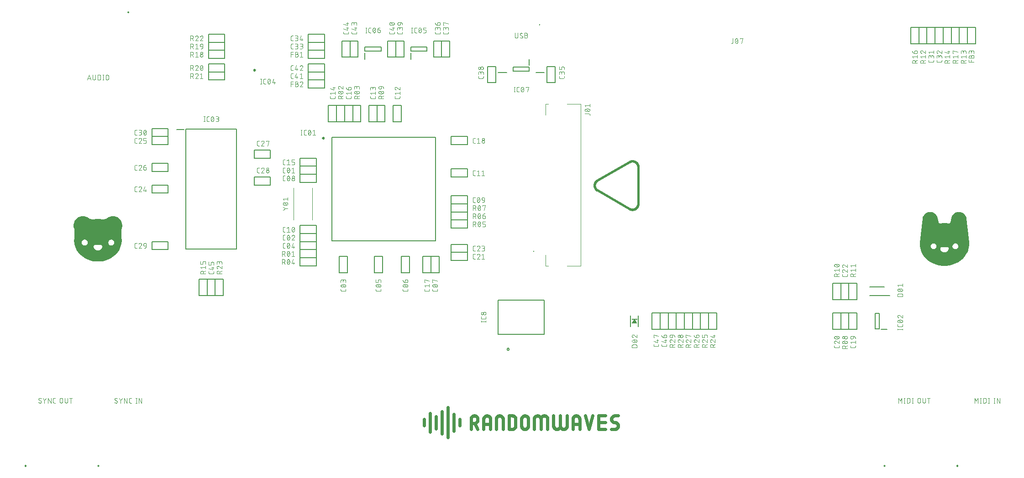
<source format=gbr>
G04 EAGLE Gerber RS-274X export*
G75*
%MOMM*%
%FSLAX34Y34*%
%LPD*%
%INSilkscreen Top*%
%IPPOS*%
%AMOC8*
5,1,8,0,0,1.08239X$1,22.5*%
G01*
%ADD10C,0.400000*%
%ADD11C,0.076200*%
%ADD12C,0.575000*%
%ADD13C,0.177800*%
%ADD14C,0.100000*%
%ADD15C,0.200000*%
%ADD16C,0.250000*%
%ADD17C,0.203200*%
%ADD18R,1.000000X0.200000*%

G36*
X787962Y-49959D02*
X787962Y-49959D01*
X787965Y-49957D01*
X787967Y-49959D01*
X793851Y-49278D01*
X793854Y-49276D01*
X793856Y-49278D01*
X798194Y-48320D01*
X798196Y-48318D01*
X798198Y-48319D01*
X802433Y-46980D01*
X802435Y-46977D01*
X802438Y-46979D01*
X806537Y-45261D01*
X806538Y-45258D01*
X806541Y-45259D01*
X810466Y-43173D01*
X810467Y-43170D01*
X810470Y-43171D01*
X814175Y-40721D01*
X814177Y-40718D01*
X814179Y-40718D01*
X817623Y-37912D01*
X817623Y-37908D01*
X817626Y-37909D01*
X820769Y-34764D01*
X820770Y-34761D01*
X820773Y-34761D01*
X823570Y-31306D01*
X823570Y-31301D01*
X823573Y-31301D01*
X825975Y-27564D01*
X825974Y-27560D01*
X825978Y-27559D01*
X827937Y-23573D01*
X827936Y-23569D01*
X827939Y-23568D01*
X829188Y-20172D01*
X829187Y-20168D01*
X829190Y-20167D01*
X830104Y-16666D01*
X830104Y-16664D01*
X830105Y-16663D01*
X830302Y-15654D01*
X830301Y-15652D01*
X830302Y-15651D01*
X830733Y-12463D01*
X830732Y-12461D01*
X830733Y-12460D01*
X830866Y-10276D01*
X830865Y-10274D01*
X830866Y-10273D01*
X830868Y-8223D01*
X830867Y-8221D01*
X830868Y-8220D01*
X830743Y-6174D01*
X830742Y-6173D01*
X830743Y-6172D01*
X830723Y-5964D01*
X830723Y-5963D01*
X830700Y-5755D01*
X828261Y15696D01*
X825821Y37146D01*
X825819Y37148D01*
X825821Y37150D01*
X825371Y39612D01*
X825366Y39617D01*
X825368Y39621D01*
X824492Y41966D01*
X824486Y41969D01*
X824488Y41974D01*
X823212Y44128D01*
X823206Y44130D01*
X823207Y44135D01*
X821572Y46031D01*
X821566Y46032D01*
X821566Y46037D01*
X819623Y47616D01*
X819616Y47616D01*
X819615Y47620D01*
X817425Y48832D01*
X817418Y48831D01*
X817417Y48836D01*
X815047Y49643D01*
X815041Y49641D01*
X815038Y49645D01*
X812563Y50022D01*
X812558Y50019D01*
X812555Y50023D01*
X810052Y49958D01*
X810047Y49954D01*
X810043Y49957D01*
X807591Y49454D01*
X807587Y49449D01*
X807583Y49451D01*
X805257Y48523D01*
X805254Y48518D01*
X805249Y48519D01*
X803124Y47197D01*
X803121Y47191D01*
X803117Y47192D01*
X801257Y45515D01*
X801256Y45509D01*
X801251Y45509D01*
X799716Y43532D01*
X799715Y43525D01*
X799711Y43524D01*
X798547Y41308D01*
X798548Y41301D01*
X798544Y41300D01*
X797789Y38913D01*
X797790Y38910D01*
X797788Y38909D01*
X797750Y38744D01*
X797710Y38581D01*
X797711Y38581D01*
X797710Y38581D01*
X796833Y34900D01*
X795958Y31222D01*
X795676Y30466D01*
X795221Y29804D01*
X794619Y29273D01*
X793906Y28903D01*
X793125Y28717D01*
X792318Y28727D01*
X787449Y29165D01*
X787446Y29163D01*
X787445Y29165D01*
X782555Y29165D01*
X782553Y29163D01*
X782551Y29165D01*
X777683Y28727D01*
X776876Y28717D01*
X776095Y28902D01*
X775382Y29272D01*
X774781Y29804D01*
X774327Y30466D01*
X774046Y31221D01*
X773168Y34900D01*
X772290Y38581D01*
X772250Y38744D01*
X772212Y38909D01*
X772210Y38911D01*
X772211Y38913D01*
X771456Y41300D01*
X771451Y41304D01*
X771453Y41308D01*
X770290Y43525D01*
X770284Y43528D01*
X770285Y43532D01*
X768750Y45510D01*
X768743Y45512D01*
X768744Y45517D01*
X766884Y47193D01*
X766877Y47194D01*
X766877Y47198D01*
X764751Y48521D01*
X764745Y48521D01*
X764743Y48525D01*
X762418Y49453D01*
X762412Y49451D01*
X762410Y49456D01*
X759957Y49960D01*
X759951Y49957D01*
X759948Y49961D01*
X757445Y50025D01*
X757440Y50021D01*
X757437Y50024D01*
X754961Y49647D01*
X754957Y49642D01*
X754953Y49645D01*
X752583Y48838D01*
X752579Y48832D01*
X752575Y48834D01*
X750384Y47622D01*
X750381Y47616D01*
X750377Y47617D01*
X748433Y46038D01*
X748432Y46032D01*
X748427Y46032D01*
X746792Y44136D01*
X746792Y44130D01*
X746787Y44129D01*
X745511Y41974D01*
X745512Y41969D01*
X745509Y41967D01*
X745508Y41967D01*
X744631Y39621D01*
X744633Y39615D01*
X744629Y39613D01*
X744179Y37150D01*
X744181Y37147D01*
X744179Y37146D01*
X741740Y15696D01*
X739300Y-5755D01*
X739300Y-5756D01*
X739279Y-5964D01*
X739258Y-6172D01*
X739258Y-6173D01*
X739257Y-6174D01*
X739132Y-8218D01*
X739134Y-8220D01*
X739132Y-8221D01*
X739134Y-10269D01*
X739135Y-10271D01*
X739134Y-10272D01*
X739267Y-12456D01*
X739268Y-12458D01*
X739267Y-12459D01*
X739529Y-14632D01*
X739531Y-14633D01*
X739530Y-14635D01*
X739896Y-16662D01*
X739898Y-16664D01*
X739896Y-16666D01*
X740808Y-20162D01*
X740811Y-20164D01*
X740810Y-20166D01*
X742054Y-23557D01*
X742058Y-23560D01*
X742056Y-23562D01*
X744017Y-27549D01*
X744020Y-27551D01*
X744019Y-27554D01*
X746421Y-31292D01*
X746425Y-31293D01*
X746424Y-31296D01*
X749221Y-34752D01*
X749225Y-34753D01*
X749225Y-34756D01*
X752367Y-37902D01*
X752371Y-37902D01*
X752370Y-37905D01*
X755815Y-40713D01*
X755818Y-40713D01*
X755819Y-40716D01*
X759525Y-43167D01*
X759528Y-43167D01*
X759529Y-43170D01*
X763455Y-45257D01*
X763458Y-45257D01*
X763459Y-45259D01*
X767559Y-46979D01*
X767562Y-46978D01*
X767563Y-46980D01*
X771800Y-48319D01*
X771803Y-48318D01*
X771804Y-48321D01*
X776144Y-49278D01*
X776147Y-49276D01*
X776149Y-49279D01*
X782033Y-49959D01*
X782036Y-49957D01*
X782038Y-49959D01*
X787962Y-49959D01*
G37*
G36*
X-782196Y-42014D02*
X-782196Y-42014D01*
X-782193Y-42017D01*
X-776621Y-41378D01*
X-776620Y-41377D01*
X-776618Y-41377D01*
X-776618Y-41376D01*
X-776616Y-41378D01*
X-772507Y-40480D01*
X-772505Y-40477D01*
X-772503Y-40479D01*
X-768488Y-39223D01*
X-768486Y-39220D01*
X-768484Y-39221D01*
X-764596Y-37612D01*
X-764594Y-37610D01*
X-764592Y-37611D01*
X-760865Y-35657D01*
X-760864Y-35653D01*
X-760861Y-35654D01*
X-757336Y-33360D01*
X-757335Y-33356D01*
X-757332Y-33357D01*
X-754047Y-30730D01*
X-754046Y-30726D01*
X-754044Y-30727D01*
X-751034Y-27786D01*
X-751033Y-27782D01*
X-751030Y-27782D01*
X-748335Y-24550D01*
X-748335Y-24546D01*
X-748332Y-24546D01*
X-745997Y-21048D01*
X-745998Y-21044D01*
X-745995Y-21043D01*
X-744061Y-17309D01*
X-744061Y-17307D01*
X-744062Y-17307D01*
X-744062Y-17305D01*
X-744059Y-17305D01*
X-742989Y-14657D01*
X-742990Y-14655D01*
X-742988Y-14654D01*
X-742127Y-11931D01*
X-742126Y-11930D01*
X-742127Y-11928D01*
X-742126Y-11928D01*
X-741453Y-8996D01*
X-741455Y-8994D01*
X-741453Y-8993D01*
X-741137Y-6956D01*
X-741138Y-6954D01*
X-741137Y-6953D01*
X-740937Y-4901D01*
X-740939Y-4899D01*
X-740937Y-4898D01*
X-740859Y-2906D01*
X-740860Y-2904D01*
X-740859Y-2903D01*
X-740891Y-909D01*
X-740892Y-908D01*
X-740891Y-907D01*
X-740946Y-66D01*
X-740948Y-65D01*
X-740947Y-64D01*
X-741036Y774D01*
X-741775Y9425D01*
X-741718Y13746D01*
X-741178Y18033D01*
X-740954Y19104D01*
X-740671Y20163D01*
X-740672Y20165D01*
X-740670Y20165D01*
X-740083Y22998D01*
X-740085Y23004D01*
X-740082Y23007D01*
X-739974Y25898D01*
X-739978Y25903D01*
X-739975Y25906D01*
X-740350Y28775D01*
X-740354Y28779D01*
X-740352Y28783D01*
X-741200Y31549D01*
X-741205Y31552D01*
X-741203Y31556D01*
X-742499Y34143D01*
X-742505Y34146D01*
X-742504Y34150D01*
X-744213Y36484D01*
X-744219Y36486D01*
X-744218Y36490D01*
X-746293Y38508D01*
X-746299Y38508D01*
X-746299Y38513D01*
X-748680Y40156D01*
X-748686Y40156D01*
X-748687Y40160D01*
X-751308Y41385D01*
X-751315Y41383D01*
X-751316Y41387D01*
X-754105Y42158D01*
X-754111Y42156D01*
X-754113Y42159D01*
X-756991Y42455D01*
X-756996Y42452D01*
X-756999Y42455D01*
X-759886Y42267D01*
X-759891Y42263D01*
X-759895Y42266D01*
X-762710Y41600D01*
X-762714Y41595D01*
X-762718Y41597D01*
X-765383Y40472D01*
X-765386Y40466D01*
X-765390Y40468D01*
X-767831Y38914D01*
X-767831Y38913D01*
X-767832Y38914D01*
X-769136Y38044D01*
X-770535Y37346D01*
X-772010Y36828D01*
X-774318Y36397D01*
X-776667Y36385D01*
X-782207Y37021D01*
X-782211Y37019D01*
X-782213Y37021D01*
X-787792Y37021D01*
X-787796Y37019D01*
X-787798Y37021D01*
X-793338Y36385D01*
X-795687Y36397D01*
X-797996Y36829D01*
X-799472Y37346D01*
X-800872Y38044D01*
X-802177Y38914D01*
X-804618Y40469D01*
X-804624Y40469D01*
X-804625Y40473D01*
X-807291Y41600D01*
X-807297Y41599D01*
X-807298Y41603D01*
X-810114Y42270D01*
X-810120Y42268D01*
X-810123Y42271D01*
X-813010Y42460D01*
X-813015Y42457D01*
X-813019Y42460D01*
X-815897Y42165D01*
X-815902Y42161D01*
X-815905Y42163D01*
X-818695Y41393D01*
X-818699Y41388D01*
X-818703Y41390D01*
X-821325Y40166D01*
X-821328Y40161D01*
X-821332Y40162D01*
X-823714Y38518D01*
X-823716Y38512D01*
X-823720Y38513D01*
X-825794Y36495D01*
X-825795Y36489D01*
X-825800Y36489D01*
X-827509Y34154D01*
X-827509Y34147D01*
X-827513Y34147D01*
X-828810Y31559D01*
X-828809Y31553D01*
X-828813Y31552D01*
X-829660Y28785D01*
X-829658Y28780D01*
X-829661Y28777D01*
X-829662Y28777D01*
X-830037Y25907D01*
X-830034Y25902D01*
X-830037Y25899D01*
X-829928Y23007D01*
X-829924Y23002D01*
X-829927Y22999D01*
X-829338Y20165D01*
X-829337Y20164D01*
X-829338Y20163D01*
X-829054Y19104D01*
X-828827Y18033D01*
X-828287Y13746D01*
X-828231Y9425D01*
X-828969Y774D01*
X-829058Y-64D01*
X-829057Y-65D01*
X-829058Y-66D01*
X-829114Y-907D01*
X-829113Y-908D01*
X-829114Y-909D01*
X-829147Y-2901D01*
X-829146Y-2903D01*
X-829147Y-2904D01*
X-829068Y-4895D01*
X-829066Y-4897D01*
X-829068Y-4898D01*
X-828869Y-6948D01*
X-828868Y-6949D01*
X-828869Y-6951D01*
X-828552Y-8986D01*
X-828551Y-8987D01*
X-828552Y-8988D01*
X-828246Y-10464D01*
X-828245Y-10465D01*
X-828246Y-10466D01*
X-827879Y-11929D01*
X-827877Y-11930D01*
X-827878Y-11931D01*
X-827020Y-14648D01*
X-827018Y-14650D01*
X-827019Y-14652D01*
X-825953Y-17294D01*
X-825950Y-17296D01*
X-825951Y-17298D01*
X-824017Y-21034D01*
X-824013Y-21036D01*
X-824014Y-21039D01*
X-821680Y-24539D01*
X-821676Y-24540D01*
X-821677Y-24543D01*
X-818982Y-27777D01*
X-818979Y-27778D01*
X-818979Y-27781D01*
X-815968Y-30723D01*
X-815965Y-30724D01*
X-815965Y-30727D01*
X-812678Y-33353D01*
X-812675Y-33353D01*
X-812674Y-33356D01*
X-809148Y-35651D01*
X-809145Y-35651D01*
X-809144Y-35653D01*
X-805417Y-37608D01*
X-805414Y-37608D01*
X-805413Y-37610D01*
X-801524Y-39221D01*
X-801521Y-39221D01*
X-801520Y-39223D01*
X-797505Y-40478D01*
X-797501Y-40477D01*
X-797500Y-40479D01*
X-793390Y-41377D01*
X-793387Y-41376D01*
X-793387Y-41377D01*
X-793386Y-41377D01*
X-793385Y-41378D01*
X-787813Y-42017D01*
X-787809Y-42014D01*
X-787808Y-42017D01*
X-782199Y-42017D01*
X-782196Y-42014D01*
G37*
%LPC*%
G36*
X784196Y-25133D02*
X784196Y-25133D01*
X782620Y-24806D01*
X781144Y-24167D01*
X779828Y-23241D01*
X778728Y-22067D01*
X777889Y-20695D01*
X777345Y-19180D01*
X777121Y-17587D01*
X777147Y-17122D01*
X777262Y-16671D01*
X777532Y-16135D01*
X777924Y-15681D01*
X778414Y-15335D01*
X778974Y-15119D01*
X779572Y-15045D01*
X790428Y-15045D01*
X791026Y-15120D01*
X791586Y-15336D01*
X792076Y-15681D01*
X792468Y-16135D01*
X792738Y-16671D01*
X792852Y-17122D01*
X792879Y-17587D01*
X792655Y-19180D01*
X792112Y-20695D01*
X791272Y-22067D01*
X790172Y-23241D01*
X788856Y-24167D01*
X787380Y-24806D01*
X785805Y-25133D01*
X784196Y-25133D01*
G37*
%LPD*%
%LPC*%
G36*
X-785809Y-21316D02*
X-785809Y-21316D01*
X-787384Y-20990D01*
X-788860Y-20350D01*
X-790176Y-19424D01*
X-791276Y-18251D01*
X-792116Y-16878D01*
X-792659Y-15364D01*
X-792883Y-13771D01*
X-792816Y-13106D01*
X-792572Y-12485D01*
X-792169Y-11952D01*
X-791661Y-11560D01*
X-791068Y-11313D01*
X-790429Y-11229D01*
X-779576Y-11229D01*
X-778937Y-11313D01*
X-778344Y-11560D01*
X-777836Y-11952D01*
X-777521Y-12341D01*
X-777291Y-12787D01*
X-777158Y-13270D01*
X-777125Y-13771D01*
X-777350Y-15364D01*
X-777893Y-16878D01*
X-778732Y-18251D01*
X-779832Y-19424D01*
X-781148Y-20350D01*
X-782624Y-20990D01*
X-784200Y-21316D01*
X-785809Y-21316D01*
G37*
%LPD*%
%LPC*%
G36*
X764115Y-19099D02*
X764115Y-19099D01*
X762936Y-18832D01*
X761845Y-18313D01*
X760896Y-17565D01*
X760135Y-16627D01*
X759615Y-15586D01*
X759328Y-14458D01*
X759287Y-13295D01*
X759495Y-12150D01*
X759940Y-11075D01*
X760604Y-10119D01*
X761457Y-9326D01*
X762458Y-8733D01*
X763562Y-8365D01*
X764719Y-8241D01*
X765876Y-8365D01*
X766980Y-8733D01*
X767981Y-9326D01*
X768834Y-10119D01*
X769498Y-11075D01*
X769944Y-12150D01*
X770151Y-13295D01*
X770110Y-14458D01*
X769823Y-15586D01*
X769303Y-16627D01*
X768542Y-17565D01*
X767593Y-18313D01*
X766502Y-18832D01*
X765323Y-19099D01*
X764115Y-19099D01*
G37*
%LPD*%
%LPC*%
G36*
X804678Y-19102D02*
X804678Y-19102D01*
X803499Y-18835D01*
X802408Y-18315D01*
X801459Y-17566D01*
X800699Y-16627D01*
X800179Y-15586D01*
X799892Y-14458D01*
X799851Y-13295D01*
X800058Y-12150D01*
X800504Y-11075D01*
X801168Y-10120D01*
X802020Y-9327D01*
X803021Y-8733D01*
X804125Y-8366D01*
X805282Y-8242D01*
X806439Y-8366D01*
X807543Y-8733D01*
X808544Y-9327D01*
X809396Y-10120D01*
X810060Y-11075D01*
X810506Y-12150D01*
X810713Y-13295D01*
X810672Y-14458D01*
X810385Y-15586D01*
X809865Y-16627D01*
X809105Y-17566D01*
X808156Y-18315D01*
X807065Y-18835D01*
X805886Y-19102D01*
X804678Y-19102D01*
G37*
%LPD*%
%LPC*%
G36*
X-810575Y-12122D02*
X-810575Y-12122D01*
X-811500Y-11870D01*
X-812582Y-11327D01*
X-813517Y-10559D01*
X-814259Y-9603D01*
X-814770Y-8506D01*
X-815027Y-7324D01*
X-815015Y-6114D01*
X-814737Y-4936D01*
X-814204Y-3849D01*
X-813445Y-2907D01*
X-812495Y-2157D01*
X-811404Y-1635D01*
X-810224Y-1367D01*
X-809013Y-1367D01*
X-807833Y-1635D01*
X-806742Y-2157D01*
X-805792Y-2907D01*
X-805033Y-3849D01*
X-804501Y-4936D01*
X-804222Y-6114D01*
X-804210Y-7324D01*
X-804467Y-8506D01*
X-804978Y-9603D01*
X-805720Y-10559D01*
X-806655Y-11327D01*
X-807737Y-11870D01*
X-808663Y-12122D01*
X-809619Y-12206D01*
X-810575Y-12122D01*
G37*
%LPD*%
%LPC*%
G36*
X-761343Y-12122D02*
X-761343Y-12122D01*
X-762269Y-11870D01*
X-763350Y-11328D01*
X-764283Y-10560D01*
X-765024Y-9604D01*
X-765535Y-8508D01*
X-765791Y-7327D01*
X-765779Y-6118D01*
X-765501Y-4941D01*
X-764969Y-3856D01*
X-764210Y-2914D01*
X-763261Y-2165D01*
X-762170Y-1643D01*
X-760991Y-1376D01*
X-759782Y-1376D01*
X-758603Y-1643D01*
X-757513Y-2165D01*
X-756564Y-2914D01*
X-755805Y-3856D01*
X-755273Y-4941D01*
X-754994Y-6118D01*
X-754983Y-7327D01*
X-755239Y-8508D01*
X-755749Y-9604D01*
X-756490Y-10560D01*
X-757424Y-11328D01*
X-758505Y-11870D01*
X-759431Y-12122D01*
X-760387Y-12207D01*
X-761343Y-12122D01*
G37*
%LPD*%
G36*
X212071Y-155505D02*
X212071Y-155505D01*
X212143Y-155505D01*
X212211Y-155485D01*
X212282Y-155475D01*
X212347Y-155446D01*
X212416Y-155426D01*
X212476Y-155388D01*
X212541Y-155359D01*
X212596Y-155313D01*
X212656Y-155275D01*
X212704Y-155222D01*
X212758Y-155176D01*
X212798Y-155116D01*
X212845Y-155062D01*
X212876Y-154998D01*
X212916Y-154939D01*
X212937Y-154871D01*
X212968Y-154806D01*
X212980Y-154736D01*
X213001Y-154668D01*
X213003Y-154596D01*
X213015Y-154526D01*
X213007Y-154455D01*
X213009Y-154384D01*
X212990Y-154314D01*
X212982Y-154243D01*
X212957Y-154188D01*
X212937Y-154109D01*
X212876Y-154006D01*
X212845Y-153937D01*
X210845Y-150937D01*
X210768Y-150850D01*
X210695Y-150760D01*
X210673Y-150745D01*
X210655Y-150725D01*
X210558Y-150663D01*
X210463Y-150596D01*
X210437Y-150588D01*
X210415Y-150573D01*
X210304Y-150541D01*
X210194Y-150503D01*
X210167Y-150502D01*
X210142Y-150495D01*
X210026Y-150495D01*
X209910Y-150489D01*
X209884Y-150495D01*
X209857Y-150495D01*
X209746Y-150527D01*
X209633Y-150553D01*
X209610Y-150566D01*
X209584Y-150574D01*
X209486Y-150636D01*
X209385Y-150692D01*
X209369Y-150710D01*
X209344Y-150725D01*
X209159Y-150933D01*
X209155Y-150937D01*
X207155Y-153937D01*
X207124Y-154001D01*
X207085Y-154061D01*
X207063Y-154129D01*
X207032Y-154193D01*
X207020Y-154264D01*
X206999Y-154332D01*
X206997Y-154403D01*
X206985Y-154474D01*
X206993Y-154545D01*
X206991Y-154616D01*
X207009Y-154685D01*
X207018Y-154756D01*
X207045Y-154822D01*
X207063Y-154891D01*
X207100Y-154952D01*
X207127Y-155018D01*
X207172Y-155074D01*
X207209Y-155136D01*
X207260Y-155185D01*
X207305Y-155240D01*
X207364Y-155281D01*
X207416Y-155330D01*
X207479Y-155363D01*
X207537Y-155404D01*
X207605Y-155427D01*
X207669Y-155460D01*
X207728Y-155470D01*
X207806Y-155497D01*
X207925Y-155503D01*
X208000Y-155515D01*
X212000Y-155515D01*
X212071Y-155505D01*
G37*
D10*
X200666Y142921D02*
X141358Y108680D01*
X141358Y108679D02*
X141133Y108546D01*
X140911Y108407D01*
X140693Y108262D01*
X140478Y108112D01*
X140267Y107957D01*
X140060Y107797D01*
X139856Y107632D01*
X139657Y107462D01*
X139462Y107288D01*
X139271Y107108D01*
X139085Y106924D01*
X138903Y106736D01*
X138726Y106543D01*
X138554Y106345D01*
X138386Y106144D01*
X138223Y105939D01*
X138066Y105730D01*
X137914Y105517D01*
X137766Y105300D01*
X137625Y105080D01*
X137488Y104856D01*
X137357Y104630D01*
X137232Y104400D01*
X137112Y104167D01*
X136998Y103931D01*
X136890Y103692D01*
X136787Y103451D01*
X136691Y103208D01*
X136600Y102962D01*
X136516Y102714D01*
X136437Y102465D01*
X136365Y102213D01*
X136298Y101960D01*
X136238Y101705D01*
X136185Y101448D01*
X136137Y101191D01*
X136096Y100932D01*
X136061Y100673D01*
X136032Y100412D01*
X136010Y100151D01*
X135994Y99890D01*
X135984Y99628D01*
X135981Y99366D01*
X135984Y99104D01*
X135994Y98843D01*
X136010Y98581D01*
X136032Y98320D01*
X136061Y98060D01*
X136096Y97801D01*
X136137Y97542D01*
X136184Y97284D01*
X136238Y97028D01*
X136298Y96773D01*
X136364Y96520D01*
X136437Y96268D01*
X136515Y96018D01*
X136600Y95770D01*
X136690Y95525D01*
X136787Y95281D01*
X136889Y95040D01*
X136998Y94802D01*
X137112Y94566D01*
X137231Y94333D01*
X137357Y94103D01*
X137488Y93876D01*
X137624Y93653D01*
X137766Y93433D01*
X137913Y93216D01*
X138066Y93003D01*
X138223Y92794D01*
X138386Y92588D01*
X138553Y92387D01*
X138725Y92190D01*
X138903Y91997D01*
X139084Y91808D01*
X139271Y91624D01*
X139461Y91445D01*
X139656Y91270D01*
X139856Y91100D01*
X140059Y90935D01*
X140266Y90775D01*
X140477Y90620D01*
X140692Y90470D01*
X140911Y90326D01*
X141132Y90187D01*
X141358Y90053D01*
X141357Y90053D02*
X200665Y55808D01*
X200665Y55807D02*
X200894Y55679D01*
X201125Y55556D01*
X201359Y55439D01*
X201597Y55328D01*
X201836Y55223D01*
X202079Y55123D01*
X202323Y55030D01*
X202570Y54942D01*
X202819Y54861D01*
X203070Y54785D01*
X203322Y54716D01*
X203577Y54653D01*
X203832Y54596D01*
X204089Y54545D01*
X204347Y54501D01*
X204606Y54462D01*
X204866Y54431D01*
X205127Y54405D01*
X205388Y54386D01*
X205650Y54373D01*
X205912Y54367D01*
X206174Y54367D01*
X206436Y54373D01*
X206697Y54386D01*
X206958Y54405D01*
X207219Y54430D01*
X207479Y54462D01*
X207738Y54500D01*
X207996Y54545D01*
X208253Y54596D01*
X208509Y54652D01*
X208763Y54716D01*
X209016Y54785D01*
X209266Y54860D01*
X209515Y54942D01*
X209762Y55030D01*
X210007Y55123D01*
X210249Y55223D01*
X210489Y55328D01*
X210726Y55439D01*
X210960Y55556D01*
X211192Y55679D01*
X211420Y55807D01*
X211645Y55940D01*
X211867Y56080D01*
X212086Y56224D01*
X212301Y56374D01*
X212512Y56529D01*
X212719Y56689D01*
X212922Y56854D01*
X213122Y57024D01*
X213317Y57199D01*
X213508Y57378D01*
X213694Y57562D01*
X213876Y57751D01*
X214053Y57944D01*
X214225Y58141D01*
X214393Y58342D01*
X214555Y58548D01*
X214713Y58757D01*
X214865Y58970D01*
X215012Y59186D01*
X215154Y59407D01*
X215291Y59630D01*
X215422Y59857D01*
X215547Y60087D01*
X215667Y60320D01*
X215781Y60556D01*
X215889Y60794D01*
X215992Y61035D01*
X216088Y61279D01*
X216179Y61524D01*
X216263Y61772D01*
X216342Y62022D01*
X216414Y62274D01*
X216481Y62527D01*
X216541Y62782D01*
X216594Y63039D01*
X216642Y63296D01*
X216683Y63555D01*
X216718Y63814D01*
X216747Y64075D01*
X216769Y64336D01*
X216785Y64597D01*
X216795Y64859D01*
X216798Y65121D01*
X216798Y133607D01*
X216797Y133607D02*
X216794Y133869D01*
X216784Y134130D01*
X216768Y134392D01*
X216746Y134653D01*
X216717Y134913D01*
X216682Y135173D01*
X216641Y135431D01*
X216594Y135689D01*
X216540Y135945D01*
X216480Y136200D01*
X216413Y136453D01*
X216341Y136705D01*
X216263Y136955D01*
X216178Y137203D01*
X216087Y137449D01*
X215991Y137692D01*
X215888Y137933D01*
X215780Y138172D01*
X215666Y138407D01*
X215546Y138640D01*
X215421Y138870D01*
X215290Y139097D01*
X215154Y139320D01*
X215012Y139541D01*
X214865Y139757D01*
X214712Y139970D01*
X214555Y140179D01*
X214392Y140385D01*
X214225Y140586D01*
X214052Y140783D01*
X213875Y140976D01*
X213693Y141165D01*
X213507Y141349D01*
X213316Y141528D01*
X213121Y141703D01*
X212922Y141873D01*
X212719Y142038D01*
X212512Y142198D01*
X212300Y142353D01*
X212086Y142503D01*
X211867Y142647D01*
X211645Y142786D01*
X211420Y142920D01*
X211192Y143048D01*
X210960Y143171D01*
X210726Y143288D01*
X210489Y143399D01*
X210249Y143504D01*
X210007Y143604D01*
X209762Y143697D01*
X209515Y143785D01*
X209266Y143867D01*
X209016Y143942D01*
X208763Y144011D01*
X208509Y144074D01*
X208253Y144131D01*
X207996Y144182D01*
X207738Y144227D01*
X207479Y144265D01*
X207219Y144296D01*
X206959Y144322D01*
X206697Y144341D01*
X206436Y144354D01*
X206174Y144360D01*
X205912Y144360D01*
X205650Y144354D01*
X205389Y144341D01*
X205128Y144322D01*
X204867Y144296D01*
X204607Y144265D01*
X204348Y144227D01*
X204090Y144182D01*
X203833Y144131D01*
X203577Y144074D01*
X203323Y144011D01*
X203070Y143942D01*
X202820Y143867D01*
X202571Y143785D01*
X202324Y143697D01*
X202079Y143604D01*
X201837Y143504D01*
X201597Y143399D01*
X201360Y143288D01*
X201126Y143171D01*
X200894Y143048D01*
X200666Y142920D01*
D11*
X-801543Y304619D02*
X-804623Y295381D01*
X-798464Y295381D02*
X-801543Y304619D01*
X-799234Y297691D02*
X-803853Y297691D01*
X-794809Y297947D02*
X-794809Y304619D01*
X-794809Y297947D02*
X-794807Y297848D01*
X-794801Y297748D01*
X-794792Y297649D01*
X-794778Y297551D01*
X-794761Y297453D01*
X-794740Y297355D01*
X-794715Y297259D01*
X-794686Y297164D01*
X-794654Y297069D01*
X-794618Y296977D01*
X-794579Y296885D01*
X-794536Y296795D01*
X-794490Y296707D01*
X-794440Y296621D01*
X-794387Y296537D01*
X-794331Y296455D01*
X-794271Y296375D01*
X-794209Y296298D01*
X-794143Y296223D01*
X-794075Y296150D01*
X-794004Y296081D01*
X-793930Y296014D01*
X-793854Y295950D01*
X-793775Y295889D01*
X-793694Y295831D01*
X-793611Y295776D01*
X-793526Y295725D01*
X-793439Y295677D01*
X-793350Y295632D01*
X-793259Y295591D01*
X-793167Y295553D01*
X-793074Y295519D01*
X-792979Y295489D01*
X-792883Y295462D01*
X-792786Y295439D01*
X-792689Y295420D01*
X-792590Y295405D01*
X-792491Y295393D01*
X-792392Y295385D01*
X-792293Y295381D01*
X-792193Y295381D01*
X-792094Y295385D01*
X-791995Y295393D01*
X-791896Y295405D01*
X-791797Y295420D01*
X-791700Y295439D01*
X-791603Y295462D01*
X-791507Y295489D01*
X-791412Y295519D01*
X-791319Y295553D01*
X-791227Y295591D01*
X-791136Y295632D01*
X-791047Y295677D01*
X-790960Y295725D01*
X-790875Y295776D01*
X-790792Y295831D01*
X-790711Y295889D01*
X-790632Y295950D01*
X-790556Y296014D01*
X-790482Y296081D01*
X-790411Y296150D01*
X-790343Y296223D01*
X-790277Y296298D01*
X-790215Y296375D01*
X-790155Y296455D01*
X-790099Y296537D01*
X-790046Y296621D01*
X-789996Y296707D01*
X-789950Y296795D01*
X-789907Y296885D01*
X-789868Y296977D01*
X-789832Y297069D01*
X-789800Y297164D01*
X-789771Y297259D01*
X-789746Y297355D01*
X-789725Y297453D01*
X-789708Y297551D01*
X-789694Y297649D01*
X-789685Y297748D01*
X-789679Y297848D01*
X-789677Y297947D01*
X-789677Y304619D01*
X-785210Y304619D02*
X-785210Y295381D01*
X-785210Y304619D02*
X-782643Y304619D01*
X-782545Y304617D01*
X-782447Y304611D01*
X-782349Y304602D01*
X-782251Y304589D01*
X-782154Y304572D01*
X-782058Y304552D01*
X-781963Y304527D01*
X-781869Y304499D01*
X-781776Y304468D01*
X-781684Y304433D01*
X-781593Y304394D01*
X-781504Y304353D01*
X-781417Y304307D01*
X-781332Y304259D01*
X-781248Y304207D01*
X-781167Y304152D01*
X-781087Y304094D01*
X-781010Y304033D01*
X-780936Y303969D01*
X-780864Y303902D01*
X-780794Y303832D01*
X-780727Y303760D01*
X-780663Y303686D01*
X-780602Y303609D01*
X-780544Y303529D01*
X-780489Y303448D01*
X-780437Y303364D01*
X-780389Y303279D01*
X-780343Y303192D01*
X-780302Y303103D01*
X-780263Y303012D01*
X-780228Y302920D01*
X-780197Y302827D01*
X-780169Y302733D01*
X-780144Y302638D01*
X-780124Y302542D01*
X-780107Y302445D01*
X-780094Y302347D01*
X-780085Y302249D01*
X-780079Y302151D01*
X-780077Y302053D01*
X-780077Y297947D01*
X-780079Y297849D01*
X-780085Y297751D01*
X-780094Y297653D01*
X-780107Y297555D01*
X-780124Y297458D01*
X-780144Y297362D01*
X-780169Y297267D01*
X-780197Y297173D01*
X-780228Y297080D01*
X-780263Y296988D01*
X-780302Y296897D01*
X-780343Y296808D01*
X-780389Y296721D01*
X-780437Y296636D01*
X-780489Y296552D01*
X-780544Y296471D01*
X-780602Y296391D01*
X-780663Y296314D01*
X-780727Y296240D01*
X-780794Y296168D01*
X-780864Y296098D01*
X-780936Y296031D01*
X-781010Y295967D01*
X-781087Y295906D01*
X-781167Y295848D01*
X-781248Y295793D01*
X-781332Y295741D01*
X-781417Y295693D01*
X-781504Y295647D01*
X-781593Y295606D01*
X-781684Y295567D01*
X-781776Y295532D01*
X-781869Y295501D01*
X-781963Y295473D01*
X-782058Y295448D01*
X-782154Y295428D01*
X-782251Y295411D01*
X-782349Y295398D01*
X-782447Y295389D01*
X-782545Y295383D01*
X-782643Y295381D01*
X-785210Y295381D01*
X-775143Y295381D02*
X-775143Y304619D01*
X-776170Y295381D02*
X-774117Y295381D01*
X-774117Y304619D02*
X-776170Y304619D01*
X-770510Y302053D02*
X-770510Y297947D01*
X-770509Y302053D02*
X-770507Y302152D01*
X-770501Y302252D01*
X-770492Y302351D01*
X-770478Y302449D01*
X-770461Y302547D01*
X-770440Y302645D01*
X-770415Y302741D01*
X-770386Y302836D01*
X-770354Y302931D01*
X-770318Y303023D01*
X-770279Y303115D01*
X-770236Y303205D01*
X-770190Y303293D01*
X-770140Y303379D01*
X-770087Y303463D01*
X-770031Y303545D01*
X-769971Y303625D01*
X-769909Y303702D01*
X-769843Y303777D01*
X-769775Y303850D01*
X-769704Y303919D01*
X-769630Y303986D01*
X-769554Y304050D01*
X-769475Y304111D01*
X-769394Y304169D01*
X-769311Y304224D01*
X-769226Y304275D01*
X-769139Y304323D01*
X-769050Y304368D01*
X-768959Y304409D01*
X-768867Y304447D01*
X-768774Y304481D01*
X-768679Y304511D01*
X-768583Y304538D01*
X-768486Y304561D01*
X-768389Y304580D01*
X-768290Y304595D01*
X-768191Y304607D01*
X-768092Y304615D01*
X-767993Y304619D01*
X-767893Y304619D01*
X-767794Y304615D01*
X-767695Y304607D01*
X-767596Y304595D01*
X-767497Y304580D01*
X-767400Y304561D01*
X-767303Y304538D01*
X-767207Y304511D01*
X-767112Y304481D01*
X-767019Y304447D01*
X-766927Y304409D01*
X-766836Y304368D01*
X-766747Y304323D01*
X-766660Y304275D01*
X-766575Y304224D01*
X-766492Y304169D01*
X-766411Y304111D01*
X-766332Y304050D01*
X-766256Y303986D01*
X-766182Y303919D01*
X-766111Y303850D01*
X-766043Y303777D01*
X-765977Y303702D01*
X-765915Y303625D01*
X-765855Y303545D01*
X-765799Y303463D01*
X-765746Y303379D01*
X-765696Y303293D01*
X-765650Y303205D01*
X-765607Y303115D01*
X-765568Y303023D01*
X-765532Y302931D01*
X-765500Y302836D01*
X-765471Y302741D01*
X-765446Y302645D01*
X-765425Y302547D01*
X-765408Y302449D01*
X-765394Y302351D01*
X-765385Y302252D01*
X-765379Y302152D01*
X-765377Y302053D01*
X-765377Y297947D01*
X-765379Y297848D01*
X-765385Y297748D01*
X-765394Y297649D01*
X-765408Y297551D01*
X-765425Y297453D01*
X-765446Y297355D01*
X-765471Y297259D01*
X-765500Y297164D01*
X-765532Y297069D01*
X-765568Y296977D01*
X-765607Y296885D01*
X-765650Y296795D01*
X-765696Y296707D01*
X-765746Y296621D01*
X-765799Y296537D01*
X-765855Y296455D01*
X-765915Y296375D01*
X-765977Y296298D01*
X-766043Y296223D01*
X-766111Y296150D01*
X-766182Y296081D01*
X-766256Y296014D01*
X-766332Y295950D01*
X-766411Y295889D01*
X-766492Y295831D01*
X-766575Y295776D01*
X-766660Y295725D01*
X-766747Y295677D01*
X-766836Y295632D01*
X-766927Y295591D01*
X-767019Y295553D01*
X-767112Y295519D01*
X-767207Y295489D01*
X-767303Y295462D01*
X-767400Y295439D01*
X-767497Y295420D01*
X-767596Y295405D01*
X-767695Y295393D01*
X-767794Y295385D01*
X-767893Y295381D01*
X-767993Y295381D01*
X-768092Y295385D01*
X-768191Y295393D01*
X-768290Y295405D01*
X-768389Y295420D01*
X-768486Y295439D01*
X-768583Y295462D01*
X-768679Y295489D01*
X-768774Y295519D01*
X-768867Y295553D01*
X-768959Y295591D01*
X-769050Y295632D01*
X-769139Y295677D01*
X-769226Y295725D01*
X-769311Y295776D01*
X-769394Y295831D01*
X-769475Y295889D01*
X-769554Y295950D01*
X-769630Y296014D01*
X-769704Y296081D01*
X-769775Y296150D01*
X-769843Y296223D01*
X-769909Y296298D01*
X-769971Y296375D01*
X-770031Y296455D01*
X-770087Y296537D01*
X-770140Y296621D01*
X-770190Y296707D01*
X-770236Y296795D01*
X-770279Y296885D01*
X-770318Y296977D01*
X-770354Y297069D01*
X-770386Y297164D01*
X-770415Y297259D01*
X-770440Y297355D01*
X-770461Y297453D01*
X-770478Y297551D01*
X-770492Y297649D01*
X-770501Y297748D01*
X-770507Y297848D01*
X-770509Y297947D01*
X-714986Y192881D02*
X-712933Y192881D01*
X-714986Y192881D02*
X-715076Y192883D01*
X-715165Y192889D01*
X-715254Y192899D01*
X-715342Y192912D01*
X-715430Y192930D01*
X-715517Y192951D01*
X-715603Y192976D01*
X-715688Y193005D01*
X-715772Y193037D01*
X-715854Y193073D01*
X-715934Y193113D01*
X-716013Y193156D01*
X-716089Y193203D01*
X-716164Y193252D01*
X-716236Y193305D01*
X-716306Y193361D01*
X-716373Y193420D01*
X-716438Y193482D01*
X-716500Y193547D01*
X-716559Y193614D01*
X-716615Y193684D01*
X-716668Y193756D01*
X-716717Y193831D01*
X-716764Y193908D01*
X-716807Y193986D01*
X-716847Y194066D01*
X-716883Y194148D01*
X-716915Y194232D01*
X-716944Y194317D01*
X-716969Y194403D01*
X-716990Y194490D01*
X-717008Y194578D01*
X-717021Y194666D01*
X-717031Y194755D01*
X-717037Y194844D01*
X-717039Y194934D01*
X-717039Y200066D01*
X-717037Y200156D01*
X-717031Y200245D01*
X-717021Y200334D01*
X-717008Y200422D01*
X-716990Y200510D01*
X-716969Y200597D01*
X-716944Y200683D01*
X-716915Y200768D01*
X-716883Y200852D01*
X-716847Y200934D01*
X-716807Y201014D01*
X-716764Y201093D01*
X-716717Y201169D01*
X-716668Y201244D01*
X-716615Y201316D01*
X-716559Y201386D01*
X-716500Y201453D01*
X-716438Y201518D01*
X-716373Y201580D01*
X-716306Y201639D01*
X-716236Y201695D01*
X-716164Y201748D01*
X-716089Y201797D01*
X-716013Y201844D01*
X-715934Y201887D01*
X-715854Y201927D01*
X-715772Y201963D01*
X-715688Y201995D01*
X-715603Y202024D01*
X-715517Y202049D01*
X-715430Y202070D01*
X-715342Y202088D01*
X-715254Y202101D01*
X-715165Y202111D01*
X-715076Y202117D01*
X-714986Y202119D01*
X-712933Y202119D01*
X-709513Y192881D02*
X-706947Y192881D01*
X-706848Y192883D01*
X-706748Y192889D01*
X-706649Y192898D01*
X-706551Y192912D01*
X-706453Y192929D01*
X-706355Y192950D01*
X-706259Y192975D01*
X-706164Y193004D01*
X-706069Y193036D01*
X-705977Y193072D01*
X-705885Y193111D01*
X-705795Y193154D01*
X-705707Y193200D01*
X-705621Y193250D01*
X-705537Y193303D01*
X-705455Y193359D01*
X-705375Y193419D01*
X-705298Y193481D01*
X-705223Y193547D01*
X-705150Y193615D01*
X-705081Y193686D01*
X-705014Y193760D01*
X-704950Y193836D01*
X-704889Y193915D01*
X-704831Y193996D01*
X-704776Y194079D01*
X-704725Y194164D01*
X-704677Y194251D01*
X-704632Y194340D01*
X-704591Y194431D01*
X-704553Y194523D01*
X-704519Y194616D01*
X-704489Y194711D01*
X-704462Y194807D01*
X-704439Y194904D01*
X-704420Y195001D01*
X-704405Y195100D01*
X-704393Y195199D01*
X-704385Y195298D01*
X-704381Y195397D01*
X-704381Y195497D01*
X-704385Y195596D01*
X-704393Y195695D01*
X-704405Y195794D01*
X-704420Y195893D01*
X-704439Y195990D01*
X-704462Y196087D01*
X-704489Y196183D01*
X-704519Y196278D01*
X-704553Y196371D01*
X-704591Y196463D01*
X-704632Y196554D01*
X-704677Y196643D01*
X-704725Y196730D01*
X-704776Y196815D01*
X-704831Y196898D01*
X-704889Y196979D01*
X-704950Y197058D01*
X-705014Y197134D01*
X-705081Y197208D01*
X-705150Y197279D01*
X-705223Y197347D01*
X-705298Y197413D01*
X-705375Y197475D01*
X-705455Y197535D01*
X-705537Y197591D01*
X-705621Y197644D01*
X-705707Y197694D01*
X-705795Y197740D01*
X-705885Y197783D01*
X-705977Y197822D01*
X-706069Y197858D01*
X-706164Y197890D01*
X-706259Y197919D01*
X-706355Y197944D01*
X-706453Y197965D01*
X-706551Y197982D01*
X-706649Y197996D01*
X-706748Y198005D01*
X-706848Y198011D01*
X-706947Y198013D01*
X-706434Y202119D02*
X-709513Y202119D01*
X-706434Y202119D02*
X-706344Y202117D01*
X-706255Y202111D01*
X-706166Y202101D01*
X-706078Y202088D01*
X-705990Y202070D01*
X-705903Y202049D01*
X-705817Y202024D01*
X-705732Y201995D01*
X-705648Y201963D01*
X-705566Y201927D01*
X-705486Y201887D01*
X-705408Y201844D01*
X-705331Y201797D01*
X-705256Y201748D01*
X-705184Y201695D01*
X-705114Y201639D01*
X-705047Y201580D01*
X-704982Y201518D01*
X-704920Y201453D01*
X-704861Y201386D01*
X-704805Y201316D01*
X-704752Y201244D01*
X-704703Y201169D01*
X-704656Y201093D01*
X-704613Y201014D01*
X-704573Y200934D01*
X-704537Y200852D01*
X-704505Y200768D01*
X-704476Y200683D01*
X-704451Y200597D01*
X-704430Y200510D01*
X-704412Y200422D01*
X-704399Y200334D01*
X-704389Y200245D01*
X-704383Y200156D01*
X-704381Y200066D01*
X-704383Y199976D01*
X-704389Y199887D01*
X-704399Y199798D01*
X-704412Y199710D01*
X-704430Y199622D01*
X-704451Y199535D01*
X-704476Y199449D01*
X-704505Y199364D01*
X-704537Y199280D01*
X-704573Y199198D01*
X-704613Y199118D01*
X-704656Y199040D01*
X-704703Y198963D01*
X-704752Y198888D01*
X-704805Y198816D01*
X-704861Y198746D01*
X-704920Y198679D01*
X-704982Y198614D01*
X-705047Y198552D01*
X-705114Y198493D01*
X-705184Y198437D01*
X-705256Y198384D01*
X-705331Y198335D01*
X-705408Y198288D01*
X-705486Y198245D01*
X-705566Y198205D01*
X-705648Y198169D01*
X-705732Y198137D01*
X-705817Y198108D01*
X-705903Y198083D01*
X-705990Y198062D01*
X-706078Y198044D01*
X-706166Y198031D01*
X-706255Y198021D01*
X-706344Y198015D01*
X-706434Y198013D01*
X-708487Y198013D01*
X-700513Y197500D02*
X-700511Y197682D01*
X-700504Y197863D01*
X-700493Y198045D01*
X-700478Y198226D01*
X-700459Y198407D01*
X-700435Y198587D01*
X-700407Y198766D01*
X-700375Y198945D01*
X-700338Y199123D01*
X-700297Y199300D01*
X-700252Y199476D01*
X-700203Y199651D01*
X-700149Y199825D01*
X-700092Y199997D01*
X-700030Y200168D01*
X-699964Y200338D01*
X-699895Y200506D01*
X-699821Y200672D01*
X-699743Y200836D01*
X-699714Y200915D01*
X-699682Y200992D01*
X-699646Y201068D01*
X-699607Y201143D01*
X-699564Y201216D01*
X-699518Y201286D01*
X-699470Y201355D01*
X-699418Y201421D01*
X-699363Y201485D01*
X-699306Y201546D01*
X-699246Y201605D01*
X-699183Y201662D01*
X-699118Y201715D01*
X-699051Y201765D01*
X-698981Y201813D01*
X-698910Y201857D01*
X-698836Y201898D01*
X-698761Y201936D01*
X-698684Y201970D01*
X-698606Y202001D01*
X-698527Y202028D01*
X-698446Y202052D01*
X-698364Y202073D01*
X-698282Y202089D01*
X-698199Y202102D01*
X-698115Y202112D01*
X-698031Y202117D01*
X-697947Y202119D01*
X-697863Y202117D01*
X-697779Y202112D01*
X-697695Y202102D01*
X-697612Y202089D01*
X-697530Y202073D01*
X-697448Y202052D01*
X-697367Y202028D01*
X-697288Y202001D01*
X-697210Y201970D01*
X-697133Y201936D01*
X-697058Y201898D01*
X-696984Y201857D01*
X-696913Y201813D01*
X-696843Y201765D01*
X-696776Y201715D01*
X-696711Y201662D01*
X-696648Y201605D01*
X-696588Y201547D01*
X-696531Y201485D01*
X-696476Y201421D01*
X-696424Y201355D01*
X-696376Y201286D01*
X-696330Y201216D01*
X-696287Y201143D01*
X-696248Y201069D01*
X-696212Y200992D01*
X-696180Y200915D01*
X-696151Y200836D01*
X-696073Y200672D01*
X-695999Y200506D01*
X-695930Y200338D01*
X-695864Y200168D01*
X-695802Y199997D01*
X-695745Y199825D01*
X-695691Y199651D01*
X-695642Y199476D01*
X-695597Y199300D01*
X-695556Y199123D01*
X-695519Y198945D01*
X-695487Y198766D01*
X-695459Y198587D01*
X-695435Y198407D01*
X-695416Y198226D01*
X-695401Y198045D01*
X-695390Y197863D01*
X-695383Y197682D01*
X-695381Y197500D01*
X-700513Y197500D02*
X-700511Y197318D01*
X-700504Y197137D01*
X-700493Y196955D01*
X-700478Y196774D01*
X-700459Y196593D01*
X-700435Y196413D01*
X-700407Y196234D01*
X-700375Y196055D01*
X-700338Y195877D01*
X-700297Y195700D01*
X-700252Y195524D01*
X-700203Y195349D01*
X-700149Y195175D01*
X-700092Y195003D01*
X-700030Y194832D01*
X-699964Y194662D01*
X-699895Y194495D01*
X-699821Y194328D01*
X-699743Y194164D01*
X-699714Y194085D01*
X-699682Y194008D01*
X-699646Y193931D01*
X-699607Y193857D01*
X-699564Y193784D01*
X-699518Y193714D01*
X-699470Y193645D01*
X-699418Y193579D01*
X-699363Y193515D01*
X-699306Y193453D01*
X-699246Y193395D01*
X-699183Y193338D01*
X-699118Y193285D01*
X-699051Y193235D01*
X-698981Y193187D01*
X-698910Y193143D01*
X-698836Y193102D01*
X-698761Y193064D01*
X-698684Y193030D01*
X-698606Y192999D01*
X-698527Y192972D01*
X-698446Y192948D01*
X-698364Y192927D01*
X-698282Y192911D01*
X-698199Y192898D01*
X-698115Y192888D01*
X-698031Y192883D01*
X-697947Y192881D01*
X-696151Y194164D02*
X-696073Y194328D01*
X-695999Y194494D01*
X-695930Y194662D01*
X-695864Y194832D01*
X-695802Y195003D01*
X-695745Y195175D01*
X-695691Y195349D01*
X-695642Y195524D01*
X-695597Y195700D01*
X-695556Y195877D01*
X-695519Y196055D01*
X-695487Y196234D01*
X-695459Y196413D01*
X-695435Y196593D01*
X-695416Y196774D01*
X-695401Y196955D01*
X-695390Y197137D01*
X-695383Y197318D01*
X-695381Y197500D01*
X-696151Y194164D02*
X-696180Y194085D01*
X-696212Y194008D01*
X-696248Y193931D01*
X-696287Y193857D01*
X-696330Y193784D01*
X-696376Y193714D01*
X-696424Y193645D01*
X-696476Y193579D01*
X-696531Y193515D01*
X-696588Y193453D01*
X-696648Y193395D01*
X-696711Y193338D01*
X-696776Y193285D01*
X-696843Y193235D01*
X-696913Y193187D01*
X-696984Y193143D01*
X-697058Y193102D01*
X-697133Y193064D01*
X-697210Y193030D01*
X-697288Y192999D01*
X-697367Y192972D01*
X-697448Y192948D01*
X-697530Y192927D01*
X-697612Y192911D01*
X-697695Y192898D01*
X-697779Y192888D01*
X-697863Y192883D01*
X-697947Y192881D01*
X-700000Y194934D02*
X-695894Y200066D01*
X-712933Y177881D02*
X-714986Y177881D01*
X-715076Y177883D01*
X-715165Y177889D01*
X-715254Y177899D01*
X-715342Y177912D01*
X-715430Y177930D01*
X-715517Y177951D01*
X-715603Y177976D01*
X-715688Y178005D01*
X-715772Y178037D01*
X-715854Y178073D01*
X-715934Y178113D01*
X-716013Y178156D01*
X-716089Y178203D01*
X-716164Y178252D01*
X-716236Y178305D01*
X-716306Y178361D01*
X-716373Y178420D01*
X-716438Y178482D01*
X-716500Y178547D01*
X-716559Y178614D01*
X-716615Y178684D01*
X-716668Y178756D01*
X-716717Y178831D01*
X-716764Y178908D01*
X-716807Y178986D01*
X-716847Y179066D01*
X-716883Y179148D01*
X-716915Y179232D01*
X-716944Y179317D01*
X-716969Y179403D01*
X-716990Y179490D01*
X-717008Y179578D01*
X-717021Y179666D01*
X-717031Y179755D01*
X-717037Y179844D01*
X-717039Y179934D01*
X-717039Y185066D01*
X-717037Y185156D01*
X-717031Y185245D01*
X-717021Y185334D01*
X-717008Y185422D01*
X-716990Y185510D01*
X-716969Y185597D01*
X-716944Y185683D01*
X-716915Y185768D01*
X-716883Y185852D01*
X-716847Y185934D01*
X-716807Y186014D01*
X-716764Y186093D01*
X-716717Y186169D01*
X-716668Y186244D01*
X-716615Y186316D01*
X-716559Y186386D01*
X-716500Y186453D01*
X-716438Y186518D01*
X-716373Y186580D01*
X-716306Y186639D01*
X-716236Y186695D01*
X-716164Y186748D01*
X-716089Y186797D01*
X-716013Y186844D01*
X-715934Y186887D01*
X-715854Y186927D01*
X-715772Y186963D01*
X-715688Y186995D01*
X-715603Y187024D01*
X-715517Y187049D01*
X-715430Y187070D01*
X-715342Y187088D01*
X-715254Y187101D01*
X-715165Y187111D01*
X-715076Y187117D01*
X-714986Y187119D01*
X-712933Y187119D01*
X-706691Y187119D02*
X-706596Y187117D01*
X-706500Y187111D01*
X-706405Y187101D01*
X-706311Y187087D01*
X-706217Y187070D01*
X-706124Y187048D01*
X-706032Y187023D01*
X-705941Y186994D01*
X-705851Y186961D01*
X-705763Y186924D01*
X-705676Y186884D01*
X-705592Y186841D01*
X-705509Y186793D01*
X-705428Y186743D01*
X-705349Y186689D01*
X-705272Y186632D01*
X-705198Y186572D01*
X-705126Y186509D01*
X-705058Y186442D01*
X-704991Y186374D01*
X-704928Y186302D01*
X-704868Y186228D01*
X-704811Y186151D01*
X-704757Y186072D01*
X-704707Y185991D01*
X-704659Y185908D01*
X-704616Y185824D01*
X-704576Y185737D01*
X-704539Y185649D01*
X-704506Y185559D01*
X-704477Y185468D01*
X-704452Y185376D01*
X-704430Y185283D01*
X-704413Y185189D01*
X-704399Y185095D01*
X-704389Y185000D01*
X-704383Y184904D01*
X-704381Y184809D01*
X-706691Y187119D02*
X-706798Y187117D01*
X-706904Y187111D01*
X-707010Y187102D01*
X-707116Y187088D01*
X-707221Y187071D01*
X-707326Y187050D01*
X-707429Y187026D01*
X-707532Y186997D01*
X-707634Y186965D01*
X-707734Y186930D01*
X-707833Y186890D01*
X-707931Y186847D01*
X-708027Y186801D01*
X-708121Y186751D01*
X-708214Y186698D01*
X-708304Y186642D01*
X-708393Y186582D01*
X-708479Y186520D01*
X-708563Y186454D01*
X-708644Y186385D01*
X-708723Y186314D01*
X-708800Y186239D01*
X-708873Y186162D01*
X-708944Y186082D01*
X-709012Y186000D01*
X-709077Y185916D01*
X-709139Y185829D01*
X-709197Y185740D01*
X-709253Y185649D01*
X-709305Y185556D01*
X-709354Y185461D01*
X-709399Y185364D01*
X-709441Y185266D01*
X-709479Y185167D01*
X-709514Y185066D01*
X-705151Y183013D02*
X-705083Y183080D01*
X-705017Y183150D01*
X-704955Y183223D01*
X-704895Y183297D01*
X-704838Y183374D01*
X-704784Y183453D01*
X-704734Y183534D01*
X-704686Y183617D01*
X-704642Y183702D01*
X-704601Y183788D01*
X-704563Y183876D01*
X-704529Y183965D01*
X-704498Y184056D01*
X-704471Y184148D01*
X-704447Y184240D01*
X-704427Y184334D01*
X-704410Y184428D01*
X-704398Y184523D01*
X-704388Y184618D01*
X-704383Y184713D01*
X-704381Y184809D01*
X-705151Y183013D02*
X-709513Y177881D01*
X-704381Y177881D01*
X-700513Y177881D02*
X-697434Y177881D01*
X-697344Y177883D01*
X-697255Y177889D01*
X-697166Y177899D01*
X-697078Y177912D01*
X-696990Y177930D01*
X-696903Y177951D01*
X-696817Y177976D01*
X-696732Y178005D01*
X-696648Y178037D01*
X-696566Y178073D01*
X-696486Y178113D01*
X-696408Y178156D01*
X-696331Y178203D01*
X-696256Y178252D01*
X-696184Y178305D01*
X-696114Y178361D01*
X-696047Y178420D01*
X-695982Y178482D01*
X-695920Y178547D01*
X-695861Y178614D01*
X-695805Y178684D01*
X-695752Y178756D01*
X-695703Y178831D01*
X-695656Y178907D01*
X-695613Y178986D01*
X-695573Y179066D01*
X-695537Y179148D01*
X-695505Y179232D01*
X-695476Y179317D01*
X-695451Y179403D01*
X-695430Y179490D01*
X-695412Y179577D01*
X-695399Y179666D01*
X-695389Y179755D01*
X-695383Y179844D01*
X-695381Y179934D01*
X-695381Y180960D01*
X-695383Y181050D01*
X-695389Y181139D01*
X-695399Y181228D01*
X-695412Y181317D01*
X-695430Y181404D01*
X-695451Y181491D01*
X-695476Y181577D01*
X-695505Y181662D01*
X-695537Y181746D01*
X-695573Y181828D01*
X-695613Y181908D01*
X-695656Y181987D01*
X-695703Y182063D01*
X-695752Y182138D01*
X-695805Y182210D01*
X-695861Y182280D01*
X-695920Y182347D01*
X-695982Y182412D01*
X-696047Y182474D01*
X-696114Y182533D01*
X-696184Y182589D01*
X-696256Y182642D01*
X-696331Y182691D01*
X-696408Y182738D01*
X-696486Y182781D01*
X-696566Y182821D01*
X-696648Y182857D01*
X-696732Y182889D01*
X-696817Y182918D01*
X-696903Y182943D01*
X-696990Y182964D01*
X-697078Y182982D01*
X-697166Y182995D01*
X-697255Y183005D01*
X-697344Y183011D01*
X-697434Y183013D01*
X-700513Y183013D01*
X-700513Y187119D01*
X-695381Y187119D01*
X-712933Y87881D02*
X-714986Y87881D01*
X-715076Y87883D01*
X-715165Y87889D01*
X-715254Y87899D01*
X-715342Y87912D01*
X-715430Y87930D01*
X-715517Y87951D01*
X-715603Y87976D01*
X-715688Y88005D01*
X-715772Y88037D01*
X-715854Y88073D01*
X-715934Y88113D01*
X-716013Y88156D01*
X-716089Y88203D01*
X-716164Y88252D01*
X-716236Y88305D01*
X-716306Y88361D01*
X-716373Y88420D01*
X-716438Y88482D01*
X-716500Y88547D01*
X-716559Y88614D01*
X-716615Y88684D01*
X-716668Y88756D01*
X-716717Y88831D01*
X-716764Y88908D01*
X-716807Y88986D01*
X-716847Y89066D01*
X-716883Y89148D01*
X-716915Y89232D01*
X-716944Y89317D01*
X-716969Y89403D01*
X-716990Y89490D01*
X-717008Y89578D01*
X-717021Y89666D01*
X-717031Y89755D01*
X-717037Y89844D01*
X-717039Y89934D01*
X-717039Y95066D01*
X-717037Y95156D01*
X-717031Y95245D01*
X-717021Y95334D01*
X-717008Y95422D01*
X-716990Y95510D01*
X-716969Y95597D01*
X-716944Y95683D01*
X-716915Y95768D01*
X-716883Y95852D01*
X-716847Y95934D01*
X-716807Y96014D01*
X-716764Y96093D01*
X-716717Y96169D01*
X-716668Y96244D01*
X-716615Y96316D01*
X-716559Y96386D01*
X-716500Y96453D01*
X-716438Y96518D01*
X-716373Y96580D01*
X-716306Y96639D01*
X-716236Y96695D01*
X-716164Y96748D01*
X-716089Y96797D01*
X-716013Y96844D01*
X-715934Y96887D01*
X-715854Y96927D01*
X-715772Y96963D01*
X-715688Y96995D01*
X-715603Y97024D01*
X-715517Y97049D01*
X-715430Y97070D01*
X-715342Y97088D01*
X-715254Y97101D01*
X-715165Y97111D01*
X-715076Y97117D01*
X-714986Y97119D01*
X-712933Y97119D01*
X-706691Y97119D02*
X-706596Y97117D01*
X-706500Y97111D01*
X-706405Y97101D01*
X-706311Y97087D01*
X-706217Y97070D01*
X-706124Y97048D01*
X-706032Y97023D01*
X-705941Y96994D01*
X-705851Y96961D01*
X-705763Y96924D01*
X-705676Y96884D01*
X-705592Y96841D01*
X-705509Y96793D01*
X-705428Y96743D01*
X-705349Y96689D01*
X-705272Y96632D01*
X-705198Y96572D01*
X-705126Y96509D01*
X-705058Y96442D01*
X-704991Y96374D01*
X-704928Y96302D01*
X-704868Y96228D01*
X-704811Y96151D01*
X-704757Y96072D01*
X-704707Y95991D01*
X-704659Y95908D01*
X-704616Y95824D01*
X-704576Y95737D01*
X-704539Y95649D01*
X-704506Y95559D01*
X-704477Y95468D01*
X-704452Y95376D01*
X-704430Y95283D01*
X-704413Y95189D01*
X-704399Y95095D01*
X-704389Y95000D01*
X-704383Y94904D01*
X-704381Y94809D01*
X-706691Y97119D02*
X-706798Y97117D01*
X-706904Y97111D01*
X-707010Y97102D01*
X-707116Y97088D01*
X-707221Y97071D01*
X-707326Y97050D01*
X-707429Y97026D01*
X-707532Y96997D01*
X-707634Y96965D01*
X-707734Y96930D01*
X-707833Y96890D01*
X-707931Y96847D01*
X-708027Y96801D01*
X-708121Y96751D01*
X-708214Y96698D01*
X-708304Y96642D01*
X-708393Y96582D01*
X-708479Y96520D01*
X-708563Y96454D01*
X-708644Y96385D01*
X-708723Y96314D01*
X-708800Y96239D01*
X-708873Y96162D01*
X-708944Y96082D01*
X-709012Y96000D01*
X-709077Y95916D01*
X-709139Y95829D01*
X-709197Y95740D01*
X-709253Y95649D01*
X-709305Y95556D01*
X-709354Y95461D01*
X-709399Y95364D01*
X-709441Y95266D01*
X-709479Y95167D01*
X-709514Y95066D01*
X-705151Y93013D02*
X-705083Y93080D01*
X-705017Y93150D01*
X-704955Y93223D01*
X-704895Y93297D01*
X-704838Y93374D01*
X-704784Y93453D01*
X-704734Y93534D01*
X-704686Y93617D01*
X-704642Y93702D01*
X-704601Y93788D01*
X-704563Y93876D01*
X-704529Y93965D01*
X-704498Y94056D01*
X-704471Y94148D01*
X-704447Y94240D01*
X-704427Y94334D01*
X-704410Y94428D01*
X-704398Y94523D01*
X-704388Y94618D01*
X-704383Y94713D01*
X-704381Y94809D01*
X-705151Y93013D02*
X-709513Y87881D01*
X-704381Y87881D01*
X-700513Y89934D02*
X-698460Y97119D01*
X-700513Y89934D02*
X-695381Y89934D01*
X-696921Y91987D02*
X-696921Y87881D01*
X-712933Y-17119D02*
X-714986Y-17119D01*
X-715076Y-17117D01*
X-715165Y-17111D01*
X-715254Y-17101D01*
X-715342Y-17088D01*
X-715430Y-17070D01*
X-715517Y-17049D01*
X-715603Y-17024D01*
X-715688Y-16995D01*
X-715772Y-16963D01*
X-715854Y-16927D01*
X-715934Y-16887D01*
X-716013Y-16844D01*
X-716089Y-16797D01*
X-716164Y-16748D01*
X-716236Y-16695D01*
X-716306Y-16639D01*
X-716373Y-16580D01*
X-716438Y-16518D01*
X-716500Y-16453D01*
X-716559Y-16386D01*
X-716615Y-16316D01*
X-716668Y-16244D01*
X-716717Y-16169D01*
X-716764Y-16092D01*
X-716807Y-16014D01*
X-716847Y-15934D01*
X-716883Y-15852D01*
X-716915Y-15768D01*
X-716944Y-15683D01*
X-716969Y-15597D01*
X-716990Y-15510D01*
X-717008Y-15422D01*
X-717021Y-15334D01*
X-717031Y-15245D01*
X-717037Y-15156D01*
X-717039Y-15066D01*
X-717039Y-9934D01*
X-717037Y-9844D01*
X-717031Y-9755D01*
X-717021Y-9666D01*
X-717008Y-9578D01*
X-716990Y-9490D01*
X-716969Y-9403D01*
X-716944Y-9317D01*
X-716915Y-9232D01*
X-716883Y-9148D01*
X-716847Y-9066D01*
X-716807Y-8986D01*
X-716764Y-8908D01*
X-716717Y-8831D01*
X-716668Y-8756D01*
X-716615Y-8684D01*
X-716559Y-8614D01*
X-716500Y-8547D01*
X-716438Y-8482D01*
X-716373Y-8420D01*
X-716306Y-8361D01*
X-716236Y-8305D01*
X-716164Y-8252D01*
X-716089Y-8203D01*
X-716013Y-8156D01*
X-715934Y-8113D01*
X-715854Y-8073D01*
X-715772Y-8037D01*
X-715688Y-8005D01*
X-715603Y-7976D01*
X-715517Y-7951D01*
X-715430Y-7930D01*
X-715343Y-7912D01*
X-715254Y-7899D01*
X-715165Y-7889D01*
X-715076Y-7883D01*
X-714986Y-7881D01*
X-712933Y-7881D01*
X-706691Y-7881D02*
X-706595Y-7883D01*
X-706500Y-7889D01*
X-706405Y-7899D01*
X-706311Y-7913D01*
X-706217Y-7930D01*
X-706124Y-7952D01*
X-706032Y-7977D01*
X-705941Y-8006D01*
X-705851Y-8039D01*
X-705763Y-8076D01*
X-705676Y-8116D01*
X-705592Y-8159D01*
X-705509Y-8207D01*
X-705428Y-8257D01*
X-705349Y-8311D01*
X-705272Y-8368D01*
X-705198Y-8428D01*
X-705126Y-8492D01*
X-705058Y-8558D01*
X-704991Y-8627D01*
X-704928Y-8698D01*
X-704868Y-8772D01*
X-704811Y-8849D01*
X-704757Y-8928D01*
X-704707Y-9009D01*
X-704659Y-9092D01*
X-704616Y-9176D01*
X-704576Y-9263D01*
X-704539Y-9351D01*
X-704506Y-9441D01*
X-704477Y-9532D01*
X-704452Y-9624D01*
X-704430Y-9717D01*
X-704413Y-9811D01*
X-704399Y-9905D01*
X-704389Y-10000D01*
X-704383Y-10096D01*
X-704381Y-10191D01*
X-706691Y-7881D02*
X-706797Y-7883D01*
X-706904Y-7889D01*
X-707010Y-7898D01*
X-707116Y-7912D01*
X-707221Y-7929D01*
X-707326Y-7950D01*
X-707429Y-7974D01*
X-707532Y-8003D01*
X-707634Y-8035D01*
X-707734Y-8070D01*
X-707833Y-8110D01*
X-707931Y-8153D01*
X-708027Y-8199D01*
X-708121Y-8249D01*
X-708214Y-8302D01*
X-708304Y-8358D01*
X-708393Y-8418D01*
X-708479Y-8480D01*
X-708563Y-8546D01*
X-708644Y-8615D01*
X-708723Y-8686D01*
X-708800Y-8761D01*
X-708873Y-8838D01*
X-708944Y-8918D01*
X-709012Y-9000D01*
X-709077Y-9084D01*
X-709139Y-9171D01*
X-709197Y-9260D01*
X-709253Y-9351D01*
X-709305Y-9444D01*
X-709354Y-9539D01*
X-709399Y-9636D01*
X-709441Y-9734D01*
X-709479Y-9833D01*
X-709514Y-9934D01*
X-705151Y-11987D02*
X-705083Y-11920D01*
X-705017Y-11850D01*
X-704955Y-11777D01*
X-704895Y-11703D01*
X-704838Y-11626D01*
X-704784Y-11547D01*
X-704734Y-11466D01*
X-704686Y-11383D01*
X-704642Y-11298D01*
X-704601Y-11212D01*
X-704563Y-11124D01*
X-704529Y-11035D01*
X-704498Y-10944D01*
X-704471Y-10852D01*
X-704447Y-10760D01*
X-704427Y-10666D01*
X-704410Y-10572D01*
X-704398Y-10477D01*
X-704388Y-10382D01*
X-704383Y-10287D01*
X-704381Y-10191D01*
X-705151Y-11987D02*
X-709513Y-17119D01*
X-704381Y-17119D01*
X-698460Y-13013D02*
X-695381Y-13013D01*
X-698460Y-13013D02*
X-698550Y-13011D01*
X-698639Y-13005D01*
X-698728Y-12995D01*
X-698816Y-12982D01*
X-698904Y-12964D01*
X-698991Y-12943D01*
X-699077Y-12918D01*
X-699162Y-12889D01*
X-699246Y-12857D01*
X-699328Y-12821D01*
X-699408Y-12781D01*
X-699487Y-12738D01*
X-699563Y-12691D01*
X-699638Y-12642D01*
X-699710Y-12589D01*
X-699780Y-12533D01*
X-699847Y-12474D01*
X-699912Y-12412D01*
X-699974Y-12347D01*
X-700033Y-12280D01*
X-700089Y-12210D01*
X-700142Y-12138D01*
X-700191Y-12063D01*
X-700238Y-11986D01*
X-700281Y-11908D01*
X-700321Y-11828D01*
X-700357Y-11746D01*
X-700389Y-11662D01*
X-700418Y-11577D01*
X-700443Y-11491D01*
X-700464Y-11404D01*
X-700482Y-11316D01*
X-700495Y-11228D01*
X-700505Y-11139D01*
X-700511Y-11050D01*
X-700513Y-10960D01*
X-700513Y-10447D01*
X-700511Y-10348D01*
X-700505Y-10248D01*
X-700496Y-10149D01*
X-700482Y-10051D01*
X-700465Y-9953D01*
X-700444Y-9855D01*
X-700419Y-9759D01*
X-700390Y-9664D01*
X-700358Y-9569D01*
X-700322Y-9477D01*
X-700283Y-9385D01*
X-700240Y-9295D01*
X-700194Y-9207D01*
X-700144Y-9121D01*
X-700091Y-9037D01*
X-700035Y-8955D01*
X-699975Y-8875D01*
X-699913Y-8798D01*
X-699847Y-8723D01*
X-699779Y-8650D01*
X-699708Y-8581D01*
X-699634Y-8514D01*
X-699558Y-8450D01*
X-699479Y-8389D01*
X-699398Y-8331D01*
X-699315Y-8276D01*
X-699230Y-8225D01*
X-699143Y-8177D01*
X-699054Y-8132D01*
X-698963Y-8091D01*
X-698871Y-8053D01*
X-698778Y-8019D01*
X-698683Y-7989D01*
X-698587Y-7962D01*
X-698490Y-7939D01*
X-698393Y-7920D01*
X-698294Y-7905D01*
X-698195Y-7893D01*
X-698096Y-7885D01*
X-697997Y-7881D01*
X-697897Y-7881D01*
X-697798Y-7885D01*
X-697699Y-7893D01*
X-697600Y-7905D01*
X-697501Y-7920D01*
X-697404Y-7939D01*
X-697307Y-7962D01*
X-697211Y-7989D01*
X-697116Y-8019D01*
X-697023Y-8053D01*
X-696931Y-8091D01*
X-696840Y-8132D01*
X-696751Y-8177D01*
X-696664Y-8225D01*
X-696579Y-8276D01*
X-696496Y-8331D01*
X-696415Y-8389D01*
X-696336Y-8450D01*
X-696260Y-8514D01*
X-696186Y-8581D01*
X-696115Y-8650D01*
X-696047Y-8723D01*
X-695981Y-8798D01*
X-695919Y-8875D01*
X-695859Y-8955D01*
X-695803Y-9037D01*
X-695750Y-9121D01*
X-695700Y-9207D01*
X-695654Y-9295D01*
X-695611Y-9385D01*
X-695572Y-9477D01*
X-695536Y-9569D01*
X-695504Y-9664D01*
X-695475Y-9759D01*
X-695450Y-9855D01*
X-695429Y-9953D01*
X-695412Y-10051D01*
X-695398Y-10149D01*
X-695389Y-10248D01*
X-695383Y-10348D01*
X-695381Y-10447D01*
X-695381Y-13013D01*
X-695383Y-13139D01*
X-695389Y-13266D01*
X-695399Y-13392D01*
X-695412Y-13518D01*
X-695430Y-13643D01*
X-695451Y-13767D01*
X-695476Y-13891D01*
X-695505Y-14015D01*
X-695538Y-14137D01*
X-695574Y-14258D01*
X-695614Y-14378D01*
X-695658Y-14496D01*
X-695706Y-14613D01*
X-695757Y-14729D01*
X-695811Y-14843D01*
X-695870Y-14956D01*
X-695931Y-15066D01*
X-695996Y-15175D01*
X-696064Y-15281D01*
X-696136Y-15385D01*
X-696210Y-15487D01*
X-696288Y-15587D01*
X-696369Y-15684D01*
X-696453Y-15779D01*
X-696539Y-15871D01*
X-696629Y-15961D01*
X-696721Y-16047D01*
X-696816Y-16131D01*
X-696913Y-16212D01*
X-697013Y-16290D01*
X-697115Y-16364D01*
X-697219Y-16436D01*
X-697325Y-16504D01*
X-697434Y-16569D01*
X-697544Y-16630D01*
X-697657Y-16689D01*
X-697771Y-16743D01*
X-697887Y-16794D01*
X-698004Y-16842D01*
X-698122Y-16886D01*
X-698242Y-16926D01*
X-698363Y-16962D01*
X-698486Y-16995D01*
X-698609Y-17024D01*
X-698733Y-17049D01*
X-698857Y-17070D01*
X-698982Y-17088D01*
X-699108Y-17101D01*
X-699234Y-17111D01*
X-699361Y-17117D01*
X-699487Y-17119D01*
X-487566Y172881D02*
X-485513Y172881D01*
X-487566Y172881D02*
X-487656Y172883D01*
X-487745Y172889D01*
X-487834Y172899D01*
X-487922Y172912D01*
X-488010Y172930D01*
X-488097Y172951D01*
X-488183Y172976D01*
X-488268Y173005D01*
X-488352Y173037D01*
X-488434Y173073D01*
X-488514Y173113D01*
X-488593Y173156D01*
X-488669Y173203D01*
X-488744Y173252D01*
X-488816Y173305D01*
X-488886Y173361D01*
X-488953Y173420D01*
X-489018Y173482D01*
X-489080Y173547D01*
X-489139Y173614D01*
X-489195Y173684D01*
X-489248Y173756D01*
X-489297Y173831D01*
X-489344Y173908D01*
X-489387Y173986D01*
X-489427Y174066D01*
X-489463Y174148D01*
X-489495Y174232D01*
X-489524Y174317D01*
X-489549Y174403D01*
X-489570Y174490D01*
X-489588Y174578D01*
X-489601Y174666D01*
X-489611Y174755D01*
X-489617Y174844D01*
X-489619Y174934D01*
X-489619Y180066D01*
X-489617Y180156D01*
X-489611Y180245D01*
X-489601Y180334D01*
X-489588Y180422D01*
X-489570Y180510D01*
X-489549Y180597D01*
X-489524Y180683D01*
X-489495Y180768D01*
X-489463Y180852D01*
X-489427Y180934D01*
X-489387Y181014D01*
X-489344Y181093D01*
X-489297Y181169D01*
X-489248Y181244D01*
X-489195Y181316D01*
X-489139Y181386D01*
X-489080Y181453D01*
X-489018Y181518D01*
X-488953Y181580D01*
X-488886Y181639D01*
X-488816Y181695D01*
X-488744Y181748D01*
X-488669Y181797D01*
X-488593Y181844D01*
X-488514Y181887D01*
X-488434Y181927D01*
X-488352Y181963D01*
X-488268Y181995D01*
X-488183Y182024D01*
X-488097Y182049D01*
X-488010Y182070D01*
X-487922Y182088D01*
X-487834Y182101D01*
X-487745Y182111D01*
X-487656Y182117D01*
X-487566Y182119D01*
X-485513Y182119D01*
X-479271Y182119D02*
X-479176Y182117D01*
X-479080Y182111D01*
X-478985Y182101D01*
X-478891Y182087D01*
X-478797Y182070D01*
X-478704Y182048D01*
X-478612Y182023D01*
X-478521Y181994D01*
X-478431Y181961D01*
X-478343Y181924D01*
X-478256Y181884D01*
X-478172Y181841D01*
X-478089Y181793D01*
X-478008Y181743D01*
X-477929Y181689D01*
X-477852Y181632D01*
X-477778Y181572D01*
X-477706Y181509D01*
X-477638Y181442D01*
X-477571Y181374D01*
X-477508Y181302D01*
X-477448Y181228D01*
X-477391Y181151D01*
X-477337Y181072D01*
X-477287Y180991D01*
X-477239Y180908D01*
X-477196Y180824D01*
X-477156Y180737D01*
X-477119Y180649D01*
X-477086Y180559D01*
X-477057Y180468D01*
X-477032Y180376D01*
X-477010Y180283D01*
X-476993Y180189D01*
X-476979Y180095D01*
X-476969Y180000D01*
X-476963Y179904D01*
X-476961Y179809D01*
X-479271Y182119D02*
X-479378Y182117D01*
X-479484Y182111D01*
X-479590Y182102D01*
X-479696Y182088D01*
X-479801Y182071D01*
X-479906Y182050D01*
X-480009Y182026D01*
X-480112Y181997D01*
X-480214Y181965D01*
X-480314Y181930D01*
X-480413Y181890D01*
X-480511Y181847D01*
X-480607Y181801D01*
X-480701Y181751D01*
X-480794Y181698D01*
X-480884Y181642D01*
X-480973Y181582D01*
X-481059Y181520D01*
X-481143Y181454D01*
X-481224Y181385D01*
X-481303Y181314D01*
X-481380Y181239D01*
X-481453Y181162D01*
X-481524Y181082D01*
X-481592Y181000D01*
X-481657Y180916D01*
X-481719Y180829D01*
X-481777Y180740D01*
X-481833Y180649D01*
X-481885Y180556D01*
X-481934Y180461D01*
X-481979Y180364D01*
X-482021Y180266D01*
X-482059Y180167D01*
X-482094Y180066D01*
X-477732Y178013D02*
X-477664Y178080D01*
X-477598Y178150D01*
X-477536Y178223D01*
X-477476Y178297D01*
X-477419Y178374D01*
X-477365Y178453D01*
X-477315Y178534D01*
X-477267Y178617D01*
X-477223Y178702D01*
X-477182Y178788D01*
X-477144Y178876D01*
X-477110Y178965D01*
X-477079Y179056D01*
X-477052Y179148D01*
X-477028Y179240D01*
X-477008Y179334D01*
X-476991Y179428D01*
X-476979Y179523D01*
X-476969Y179618D01*
X-476964Y179713D01*
X-476962Y179809D01*
X-477731Y178013D02*
X-482094Y172881D01*
X-476961Y172881D01*
X-473094Y181093D02*
X-473094Y182119D01*
X-467961Y182119D01*
X-470527Y172881D01*
X-485513Y122881D02*
X-487566Y122881D01*
X-487656Y122883D01*
X-487745Y122889D01*
X-487834Y122899D01*
X-487922Y122912D01*
X-488010Y122930D01*
X-488097Y122951D01*
X-488183Y122976D01*
X-488268Y123005D01*
X-488352Y123037D01*
X-488434Y123073D01*
X-488514Y123113D01*
X-488593Y123156D01*
X-488669Y123203D01*
X-488744Y123252D01*
X-488816Y123305D01*
X-488886Y123361D01*
X-488953Y123420D01*
X-489018Y123482D01*
X-489080Y123547D01*
X-489139Y123614D01*
X-489195Y123684D01*
X-489248Y123756D01*
X-489297Y123831D01*
X-489344Y123908D01*
X-489387Y123986D01*
X-489427Y124066D01*
X-489463Y124148D01*
X-489495Y124232D01*
X-489524Y124317D01*
X-489549Y124403D01*
X-489570Y124490D01*
X-489588Y124578D01*
X-489601Y124666D01*
X-489611Y124755D01*
X-489617Y124844D01*
X-489619Y124934D01*
X-489619Y130066D01*
X-489617Y130156D01*
X-489611Y130245D01*
X-489601Y130334D01*
X-489588Y130422D01*
X-489570Y130510D01*
X-489549Y130597D01*
X-489524Y130683D01*
X-489495Y130768D01*
X-489463Y130852D01*
X-489427Y130934D01*
X-489387Y131014D01*
X-489344Y131093D01*
X-489297Y131169D01*
X-489248Y131244D01*
X-489195Y131316D01*
X-489139Y131386D01*
X-489080Y131453D01*
X-489018Y131518D01*
X-488953Y131580D01*
X-488886Y131639D01*
X-488816Y131695D01*
X-488744Y131748D01*
X-488669Y131797D01*
X-488593Y131844D01*
X-488514Y131887D01*
X-488434Y131927D01*
X-488352Y131963D01*
X-488268Y131995D01*
X-488183Y132024D01*
X-488097Y132049D01*
X-488010Y132070D01*
X-487922Y132088D01*
X-487834Y132101D01*
X-487745Y132111D01*
X-487656Y132117D01*
X-487566Y132119D01*
X-485513Y132119D01*
X-479271Y132119D02*
X-479176Y132117D01*
X-479080Y132111D01*
X-478985Y132101D01*
X-478891Y132087D01*
X-478797Y132070D01*
X-478704Y132048D01*
X-478612Y132023D01*
X-478521Y131994D01*
X-478431Y131961D01*
X-478343Y131924D01*
X-478256Y131884D01*
X-478172Y131841D01*
X-478089Y131793D01*
X-478008Y131743D01*
X-477929Y131689D01*
X-477852Y131632D01*
X-477778Y131572D01*
X-477706Y131509D01*
X-477638Y131442D01*
X-477571Y131374D01*
X-477508Y131302D01*
X-477448Y131228D01*
X-477391Y131151D01*
X-477337Y131072D01*
X-477287Y130991D01*
X-477239Y130908D01*
X-477196Y130824D01*
X-477156Y130737D01*
X-477119Y130649D01*
X-477086Y130559D01*
X-477057Y130468D01*
X-477032Y130376D01*
X-477010Y130283D01*
X-476993Y130189D01*
X-476979Y130095D01*
X-476969Y130000D01*
X-476963Y129904D01*
X-476961Y129809D01*
X-479271Y132119D02*
X-479378Y132117D01*
X-479484Y132111D01*
X-479590Y132102D01*
X-479696Y132088D01*
X-479801Y132071D01*
X-479906Y132050D01*
X-480009Y132026D01*
X-480112Y131997D01*
X-480214Y131965D01*
X-480314Y131930D01*
X-480413Y131890D01*
X-480511Y131847D01*
X-480607Y131801D01*
X-480701Y131751D01*
X-480794Y131698D01*
X-480884Y131642D01*
X-480973Y131582D01*
X-481059Y131520D01*
X-481143Y131454D01*
X-481224Y131385D01*
X-481303Y131314D01*
X-481380Y131239D01*
X-481453Y131162D01*
X-481524Y131082D01*
X-481592Y131000D01*
X-481657Y130916D01*
X-481719Y130829D01*
X-481777Y130740D01*
X-481833Y130649D01*
X-481885Y130556D01*
X-481934Y130461D01*
X-481979Y130364D01*
X-482021Y130266D01*
X-482059Y130167D01*
X-482094Y130066D01*
X-477732Y128013D02*
X-477664Y128080D01*
X-477598Y128150D01*
X-477536Y128223D01*
X-477476Y128297D01*
X-477419Y128374D01*
X-477365Y128453D01*
X-477315Y128534D01*
X-477267Y128617D01*
X-477223Y128702D01*
X-477182Y128788D01*
X-477144Y128876D01*
X-477110Y128965D01*
X-477079Y129056D01*
X-477052Y129148D01*
X-477028Y129240D01*
X-477008Y129334D01*
X-476991Y129428D01*
X-476979Y129523D01*
X-476969Y129618D01*
X-476964Y129713D01*
X-476962Y129809D01*
X-477731Y128013D02*
X-482094Y122881D01*
X-476961Y122881D01*
X-473093Y125447D02*
X-473091Y125546D01*
X-473085Y125646D01*
X-473076Y125745D01*
X-473062Y125843D01*
X-473045Y125941D01*
X-473024Y126039D01*
X-472999Y126135D01*
X-472970Y126230D01*
X-472938Y126325D01*
X-472902Y126417D01*
X-472863Y126509D01*
X-472820Y126599D01*
X-472774Y126687D01*
X-472724Y126773D01*
X-472671Y126857D01*
X-472615Y126939D01*
X-472555Y127019D01*
X-472493Y127096D01*
X-472427Y127171D01*
X-472359Y127244D01*
X-472288Y127313D01*
X-472214Y127380D01*
X-472138Y127444D01*
X-472059Y127505D01*
X-471978Y127563D01*
X-471895Y127618D01*
X-471810Y127669D01*
X-471723Y127717D01*
X-471634Y127762D01*
X-471543Y127803D01*
X-471451Y127841D01*
X-471358Y127875D01*
X-471263Y127905D01*
X-471167Y127932D01*
X-471070Y127955D01*
X-470973Y127974D01*
X-470874Y127989D01*
X-470775Y128001D01*
X-470676Y128009D01*
X-470577Y128013D01*
X-470477Y128013D01*
X-470378Y128009D01*
X-470279Y128001D01*
X-470180Y127989D01*
X-470081Y127974D01*
X-469984Y127955D01*
X-469887Y127932D01*
X-469791Y127905D01*
X-469696Y127875D01*
X-469603Y127841D01*
X-469511Y127803D01*
X-469420Y127762D01*
X-469331Y127717D01*
X-469244Y127669D01*
X-469159Y127618D01*
X-469076Y127563D01*
X-468995Y127505D01*
X-468916Y127444D01*
X-468840Y127380D01*
X-468766Y127313D01*
X-468695Y127244D01*
X-468627Y127171D01*
X-468561Y127096D01*
X-468499Y127019D01*
X-468439Y126939D01*
X-468383Y126857D01*
X-468330Y126773D01*
X-468280Y126687D01*
X-468234Y126599D01*
X-468191Y126509D01*
X-468152Y126417D01*
X-468116Y126325D01*
X-468084Y126230D01*
X-468055Y126135D01*
X-468030Y126039D01*
X-468009Y125941D01*
X-467992Y125843D01*
X-467978Y125745D01*
X-467969Y125646D01*
X-467963Y125546D01*
X-467961Y125447D01*
X-467963Y125348D01*
X-467969Y125248D01*
X-467978Y125149D01*
X-467992Y125051D01*
X-468009Y124953D01*
X-468030Y124855D01*
X-468055Y124759D01*
X-468084Y124664D01*
X-468116Y124569D01*
X-468152Y124477D01*
X-468191Y124385D01*
X-468234Y124295D01*
X-468280Y124207D01*
X-468330Y124121D01*
X-468383Y124037D01*
X-468439Y123955D01*
X-468499Y123875D01*
X-468561Y123798D01*
X-468627Y123723D01*
X-468695Y123650D01*
X-468766Y123581D01*
X-468840Y123514D01*
X-468916Y123450D01*
X-468995Y123389D01*
X-469076Y123331D01*
X-469159Y123276D01*
X-469244Y123225D01*
X-469331Y123177D01*
X-469420Y123132D01*
X-469511Y123091D01*
X-469603Y123053D01*
X-469696Y123019D01*
X-469791Y122989D01*
X-469887Y122962D01*
X-469984Y122939D01*
X-470081Y122920D01*
X-470180Y122905D01*
X-470279Y122893D01*
X-470378Y122885D01*
X-470477Y122881D01*
X-470577Y122881D01*
X-470676Y122885D01*
X-470775Y122893D01*
X-470874Y122905D01*
X-470973Y122920D01*
X-471070Y122939D01*
X-471167Y122962D01*
X-471263Y122989D01*
X-471358Y123019D01*
X-471451Y123053D01*
X-471543Y123091D01*
X-471634Y123132D01*
X-471723Y123177D01*
X-471810Y123225D01*
X-471895Y123276D01*
X-471978Y123331D01*
X-472059Y123389D01*
X-472138Y123450D01*
X-472214Y123514D01*
X-472288Y123581D01*
X-472359Y123650D01*
X-472427Y123723D01*
X-472493Y123798D01*
X-472555Y123875D01*
X-472615Y123955D01*
X-472671Y124037D01*
X-472724Y124121D01*
X-472774Y124207D01*
X-472820Y124295D01*
X-472863Y124385D01*
X-472902Y124477D01*
X-472938Y124569D01*
X-472970Y124664D01*
X-472999Y124759D01*
X-473024Y124855D01*
X-473045Y124953D01*
X-473062Y125051D01*
X-473076Y125149D01*
X-473085Y125248D01*
X-473091Y125348D01*
X-473093Y125447D01*
X-472580Y130066D02*
X-472578Y130156D01*
X-472572Y130245D01*
X-472562Y130334D01*
X-472549Y130422D01*
X-472531Y130510D01*
X-472510Y130597D01*
X-472485Y130683D01*
X-472456Y130768D01*
X-472424Y130852D01*
X-472388Y130934D01*
X-472348Y131014D01*
X-472305Y131093D01*
X-472258Y131169D01*
X-472209Y131244D01*
X-472156Y131316D01*
X-472100Y131386D01*
X-472041Y131453D01*
X-471979Y131518D01*
X-471914Y131580D01*
X-471847Y131639D01*
X-471777Y131695D01*
X-471705Y131748D01*
X-471630Y131797D01*
X-471554Y131844D01*
X-471475Y131887D01*
X-471395Y131927D01*
X-471313Y131963D01*
X-471229Y131995D01*
X-471144Y132024D01*
X-471058Y132049D01*
X-470971Y132070D01*
X-470883Y132088D01*
X-470795Y132101D01*
X-470706Y132111D01*
X-470617Y132117D01*
X-470527Y132119D01*
X-470437Y132117D01*
X-470348Y132111D01*
X-470259Y132101D01*
X-470171Y132088D01*
X-470083Y132070D01*
X-469996Y132049D01*
X-469910Y132024D01*
X-469825Y131995D01*
X-469741Y131963D01*
X-469659Y131927D01*
X-469579Y131887D01*
X-469501Y131844D01*
X-469424Y131797D01*
X-469349Y131748D01*
X-469277Y131695D01*
X-469207Y131639D01*
X-469140Y131580D01*
X-469075Y131518D01*
X-469013Y131453D01*
X-468954Y131386D01*
X-468898Y131316D01*
X-468845Y131244D01*
X-468796Y131169D01*
X-468749Y131093D01*
X-468706Y131014D01*
X-468666Y130934D01*
X-468630Y130852D01*
X-468598Y130768D01*
X-468569Y130683D01*
X-468544Y130597D01*
X-468523Y130510D01*
X-468505Y130422D01*
X-468492Y130334D01*
X-468482Y130245D01*
X-468476Y130156D01*
X-468474Y130066D01*
X-468476Y129976D01*
X-468482Y129887D01*
X-468492Y129798D01*
X-468505Y129710D01*
X-468523Y129622D01*
X-468544Y129535D01*
X-468569Y129449D01*
X-468598Y129364D01*
X-468630Y129280D01*
X-468666Y129198D01*
X-468706Y129118D01*
X-468749Y129040D01*
X-468796Y128963D01*
X-468845Y128888D01*
X-468898Y128816D01*
X-468954Y128746D01*
X-469013Y128679D01*
X-469075Y128614D01*
X-469140Y128552D01*
X-469207Y128493D01*
X-469277Y128437D01*
X-469349Y128384D01*
X-469424Y128335D01*
X-469501Y128288D01*
X-469579Y128245D01*
X-469659Y128205D01*
X-469741Y128169D01*
X-469825Y128137D01*
X-469910Y128108D01*
X-469996Y128083D01*
X-470083Y128062D01*
X-470171Y128044D01*
X-470259Y128031D01*
X-470348Y128021D01*
X-470437Y128015D01*
X-470527Y128013D01*
X-470617Y128015D01*
X-470706Y128021D01*
X-470795Y128031D01*
X-470883Y128044D01*
X-470971Y128062D01*
X-471058Y128083D01*
X-471144Y128108D01*
X-471229Y128137D01*
X-471313Y128169D01*
X-471395Y128205D01*
X-471475Y128245D01*
X-471554Y128288D01*
X-471630Y128335D01*
X-471705Y128384D01*
X-471777Y128437D01*
X-471847Y128493D01*
X-471914Y128552D01*
X-471979Y128614D01*
X-472041Y128679D01*
X-472100Y128746D01*
X-472156Y128816D01*
X-472209Y128888D01*
X-472258Y128963D01*
X-472305Y129040D01*
X-472348Y129118D01*
X-472388Y129198D01*
X-472424Y129280D01*
X-472456Y129364D01*
X-472485Y129449D01*
X-472510Y129535D01*
X-472531Y129622D01*
X-472549Y129710D01*
X-472562Y129798D01*
X-472572Y129887D01*
X-472578Y129976D01*
X-472580Y130066D01*
X-439986Y137881D02*
X-437933Y137881D01*
X-439986Y137881D02*
X-440076Y137883D01*
X-440165Y137889D01*
X-440254Y137899D01*
X-440342Y137912D01*
X-440430Y137930D01*
X-440517Y137951D01*
X-440603Y137976D01*
X-440688Y138005D01*
X-440772Y138037D01*
X-440854Y138073D01*
X-440934Y138113D01*
X-441013Y138156D01*
X-441089Y138203D01*
X-441164Y138252D01*
X-441236Y138305D01*
X-441306Y138361D01*
X-441373Y138420D01*
X-441438Y138482D01*
X-441500Y138547D01*
X-441559Y138614D01*
X-441615Y138684D01*
X-441668Y138756D01*
X-441717Y138831D01*
X-441764Y138908D01*
X-441807Y138986D01*
X-441847Y139066D01*
X-441883Y139148D01*
X-441915Y139232D01*
X-441944Y139317D01*
X-441969Y139403D01*
X-441990Y139490D01*
X-442008Y139578D01*
X-442021Y139666D01*
X-442031Y139755D01*
X-442037Y139844D01*
X-442039Y139934D01*
X-442039Y145066D01*
X-442037Y145156D01*
X-442031Y145245D01*
X-442021Y145334D01*
X-442008Y145422D01*
X-441990Y145510D01*
X-441969Y145597D01*
X-441944Y145683D01*
X-441915Y145768D01*
X-441883Y145852D01*
X-441847Y145934D01*
X-441807Y146014D01*
X-441764Y146093D01*
X-441717Y146169D01*
X-441668Y146244D01*
X-441615Y146316D01*
X-441559Y146386D01*
X-441500Y146453D01*
X-441438Y146518D01*
X-441373Y146580D01*
X-441306Y146639D01*
X-441236Y146695D01*
X-441164Y146748D01*
X-441089Y146797D01*
X-441013Y146844D01*
X-440934Y146887D01*
X-440854Y146927D01*
X-440772Y146963D01*
X-440688Y146995D01*
X-440603Y147024D01*
X-440517Y147049D01*
X-440430Y147070D01*
X-440342Y147088D01*
X-440254Y147101D01*
X-440165Y147111D01*
X-440076Y147117D01*
X-439986Y147119D01*
X-437933Y147119D01*
X-434513Y145066D02*
X-431947Y147119D01*
X-431947Y137881D01*
X-434513Y137881D02*
X-429381Y137881D01*
X-425513Y137881D02*
X-422434Y137881D01*
X-422344Y137883D01*
X-422255Y137889D01*
X-422166Y137899D01*
X-422078Y137912D01*
X-421990Y137930D01*
X-421903Y137951D01*
X-421817Y137976D01*
X-421732Y138005D01*
X-421648Y138037D01*
X-421566Y138073D01*
X-421486Y138113D01*
X-421408Y138156D01*
X-421331Y138203D01*
X-421256Y138252D01*
X-421184Y138305D01*
X-421114Y138361D01*
X-421047Y138420D01*
X-420982Y138482D01*
X-420920Y138547D01*
X-420861Y138614D01*
X-420805Y138684D01*
X-420752Y138756D01*
X-420703Y138831D01*
X-420656Y138907D01*
X-420613Y138986D01*
X-420573Y139066D01*
X-420537Y139148D01*
X-420505Y139232D01*
X-420476Y139317D01*
X-420451Y139403D01*
X-420430Y139490D01*
X-420412Y139577D01*
X-420399Y139666D01*
X-420389Y139755D01*
X-420383Y139844D01*
X-420381Y139934D01*
X-420381Y140960D01*
X-420383Y141050D01*
X-420389Y141139D01*
X-420399Y141228D01*
X-420412Y141317D01*
X-420430Y141404D01*
X-420451Y141491D01*
X-420476Y141577D01*
X-420505Y141662D01*
X-420537Y141746D01*
X-420573Y141828D01*
X-420613Y141908D01*
X-420656Y141987D01*
X-420703Y142063D01*
X-420752Y142138D01*
X-420805Y142210D01*
X-420861Y142280D01*
X-420920Y142347D01*
X-420982Y142412D01*
X-421047Y142474D01*
X-421114Y142533D01*
X-421184Y142589D01*
X-421256Y142642D01*
X-421331Y142691D01*
X-421408Y142738D01*
X-421486Y142781D01*
X-421566Y142821D01*
X-421648Y142857D01*
X-421732Y142889D01*
X-421817Y142918D01*
X-421903Y142943D01*
X-421990Y142964D01*
X-422078Y142982D01*
X-422166Y142995D01*
X-422255Y143005D01*
X-422344Y143011D01*
X-422434Y143013D01*
X-425513Y143013D01*
X-425513Y147119D01*
X-420381Y147119D01*
X-437933Y122881D02*
X-439986Y122881D01*
X-440076Y122883D01*
X-440165Y122889D01*
X-440254Y122899D01*
X-440342Y122912D01*
X-440430Y122930D01*
X-440517Y122951D01*
X-440603Y122976D01*
X-440688Y123005D01*
X-440772Y123037D01*
X-440854Y123073D01*
X-440934Y123113D01*
X-441013Y123156D01*
X-441089Y123203D01*
X-441164Y123252D01*
X-441236Y123305D01*
X-441306Y123361D01*
X-441373Y123420D01*
X-441438Y123482D01*
X-441500Y123547D01*
X-441559Y123614D01*
X-441615Y123684D01*
X-441668Y123756D01*
X-441717Y123831D01*
X-441764Y123908D01*
X-441807Y123986D01*
X-441847Y124066D01*
X-441883Y124148D01*
X-441915Y124232D01*
X-441944Y124317D01*
X-441969Y124403D01*
X-441990Y124490D01*
X-442008Y124578D01*
X-442021Y124666D01*
X-442031Y124755D01*
X-442037Y124844D01*
X-442039Y124934D01*
X-442039Y130066D01*
X-442037Y130156D01*
X-442031Y130245D01*
X-442021Y130334D01*
X-442008Y130422D01*
X-441990Y130510D01*
X-441969Y130597D01*
X-441944Y130683D01*
X-441915Y130768D01*
X-441883Y130852D01*
X-441847Y130934D01*
X-441807Y131014D01*
X-441764Y131093D01*
X-441717Y131169D01*
X-441668Y131244D01*
X-441615Y131316D01*
X-441559Y131386D01*
X-441500Y131453D01*
X-441438Y131518D01*
X-441373Y131580D01*
X-441306Y131639D01*
X-441236Y131695D01*
X-441164Y131748D01*
X-441089Y131797D01*
X-441013Y131844D01*
X-440934Y131887D01*
X-440854Y131927D01*
X-440772Y131963D01*
X-440688Y131995D01*
X-440603Y132024D01*
X-440517Y132049D01*
X-440430Y132070D01*
X-440342Y132088D01*
X-440254Y132101D01*
X-440165Y132111D01*
X-440076Y132117D01*
X-439986Y132119D01*
X-437933Y132119D01*
X-433743Y130836D02*
X-433821Y130672D01*
X-433895Y130506D01*
X-433964Y130338D01*
X-434030Y130168D01*
X-434092Y129997D01*
X-434149Y129825D01*
X-434203Y129651D01*
X-434252Y129476D01*
X-434297Y129300D01*
X-434338Y129123D01*
X-434375Y128945D01*
X-434407Y128766D01*
X-434435Y128587D01*
X-434459Y128407D01*
X-434478Y128226D01*
X-434493Y128045D01*
X-434504Y127863D01*
X-434511Y127682D01*
X-434513Y127500D01*
X-433743Y130836D02*
X-433714Y130915D01*
X-433682Y130992D01*
X-433646Y131068D01*
X-433607Y131143D01*
X-433564Y131216D01*
X-433518Y131286D01*
X-433470Y131355D01*
X-433418Y131421D01*
X-433363Y131485D01*
X-433306Y131546D01*
X-433246Y131605D01*
X-433183Y131662D01*
X-433118Y131715D01*
X-433051Y131765D01*
X-432981Y131813D01*
X-432910Y131857D01*
X-432836Y131898D01*
X-432761Y131936D01*
X-432684Y131970D01*
X-432606Y132001D01*
X-432527Y132028D01*
X-432446Y132052D01*
X-432364Y132073D01*
X-432282Y132089D01*
X-432199Y132102D01*
X-432115Y132112D01*
X-432031Y132117D01*
X-431947Y132119D01*
X-431863Y132117D01*
X-431779Y132112D01*
X-431695Y132102D01*
X-431612Y132089D01*
X-431530Y132073D01*
X-431448Y132052D01*
X-431367Y132028D01*
X-431288Y132001D01*
X-431210Y131970D01*
X-431133Y131936D01*
X-431058Y131898D01*
X-430984Y131857D01*
X-430913Y131813D01*
X-430843Y131765D01*
X-430776Y131715D01*
X-430711Y131662D01*
X-430648Y131605D01*
X-430588Y131547D01*
X-430531Y131485D01*
X-430476Y131421D01*
X-430424Y131355D01*
X-430376Y131286D01*
X-430330Y131216D01*
X-430287Y131143D01*
X-430248Y131069D01*
X-430212Y130992D01*
X-430180Y130915D01*
X-430151Y130836D01*
X-430073Y130672D01*
X-429999Y130506D01*
X-429930Y130338D01*
X-429864Y130168D01*
X-429802Y129997D01*
X-429745Y129825D01*
X-429691Y129651D01*
X-429642Y129476D01*
X-429597Y129300D01*
X-429556Y129123D01*
X-429519Y128945D01*
X-429487Y128766D01*
X-429459Y128587D01*
X-429435Y128407D01*
X-429416Y128226D01*
X-429401Y128045D01*
X-429390Y127863D01*
X-429383Y127682D01*
X-429381Y127500D01*
X-434513Y127500D02*
X-434511Y127318D01*
X-434504Y127137D01*
X-434493Y126955D01*
X-434478Y126774D01*
X-434459Y126593D01*
X-434435Y126413D01*
X-434407Y126234D01*
X-434375Y126055D01*
X-434338Y125877D01*
X-434297Y125700D01*
X-434252Y125524D01*
X-434203Y125349D01*
X-434149Y125175D01*
X-434092Y125003D01*
X-434030Y124832D01*
X-433964Y124662D01*
X-433895Y124495D01*
X-433821Y124328D01*
X-433743Y124164D01*
X-433714Y124085D01*
X-433682Y124008D01*
X-433646Y123931D01*
X-433607Y123857D01*
X-433564Y123784D01*
X-433518Y123714D01*
X-433470Y123645D01*
X-433418Y123579D01*
X-433363Y123515D01*
X-433306Y123453D01*
X-433246Y123395D01*
X-433183Y123338D01*
X-433118Y123285D01*
X-433051Y123235D01*
X-432981Y123187D01*
X-432910Y123143D01*
X-432836Y123102D01*
X-432761Y123064D01*
X-432684Y123030D01*
X-432606Y122999D01*
X-432527Y122972D01*
X-432446Y122948D01*
X-432364Y122927D01*
X-432282Y122911D01*
X-432199Y122898D01*
X-432115Y122888D01*
X-432031Y122883D01*
X-431947Y122881D01*
X-430151Y124164D02*
X-430073Y124328D01*
X-429999Y124494D01*
X-429930Y124662D01*
X-429864Y124832D01*
X-429802Y125003D01*
X-429745Y125175D01*
X-429691Y125349D01*
X-429642Y125524D01*
X-429597Y125700D01*
X-429556Y125877D01*
X-429519Y126055D01*
X-429487Y126234D01*
X-429459Y126413D01*
X-429435Y126593D01*
X-429416Y126774D01*
X-429401Y126955D01*
X-429390Y127137D01*
X-429383Y127318D01*
X-429381Y127500D01*
X-430151Y124164D02*
X-430180Y124085D01*
X-430212Y124008D01*
X-430248Y123931D01*
X-430287Y123857D01*
X-430330Y123784D01*
X-430376Y123714D01*
X-430424Y123645D01*
X-430476Y123579D01*
X-430531Y123515D01*
X-430588Y123453D01*
X-430648Y123395D01*
X-430711Y123338D01*
X-430776Y123285D01*
X-430843Y123235D01*
X-430913Y123187D01*
X-430984Y123143D01*
X-431058Y123102D01*
X-431133Y123064D01*
X-431210Y123030D01*
X-431288Y122999D01*
X-431367Y122972D01*
X-431448Y122948D01*
X-431530Y122927D01*
X-431612Y122911D01*
X-431695Y122898D01*
X-431779Y122888D01*
X-431863Y122883D01*
X-431947Y122881D01*
X-434000Y124934D02*
X-429894Y130066D01*
X-425513Y130066D02*
X-422947Y132119D01*
X-422947Y122881D01*
X-425513Y122881D02*
X-420381Y122881D01*
X-437933Y107881D02*
X-439986Y107881D01*
X-440076Y107883D01*
X-440165Y107889D01*
X-440254Y107899D01*
X-440342Y107912D01*
X-440430Y107930D01*
X-440517Y107951D01*
X-440603Y107976D01*
X-440688Y108005D01*
X-440772Y108037D01*
X-440854Y108073D01*
X-440934Y108113D01*
X-441013Y108156D01*
X-441089Y108203D01*
X-441164Y108252D01*
X-441236Y108305D01*
X-441306Y108361D01*
X-441373Y108420D01*
X-441438Y108482D01*
X-441500Y108547D01*
X-441559Y108614D01*
X-441615Y108684D01*
X-441668Y108756D01*
X-441717Y108831D01*
X-441764Y108908D01*
X-441807Y108986D01*
X-441847Y109066D01*
X-441883Y109148D01*
X-441915Y109232D01*
X-441944Y109317D01*
X-441969Y109403D01*
X-441990Y109490D01*
X-442008Y109578D01*
X-442021Y109666D01*
X-442031Y109755D01*
X-442037Y109844D01*
X-442039Y109934D01*
X-442039Y115066D01*
X-442037Y115156D01*
X-442031Y115245D01*
X-442021Y115334D01*
X-442008Y115422D01*
X-441990Y115510D01*
X-441969Y115597D01*
X-441944Y115683D01*
X-441915Y115768D01*
X-441883Y115852D01*
X-441847Y115934D01*
X-441807Y116014D01*
X-441764Y116093D01*
X-441717Y116169D01*
X-441668Y116244D01*
X-441615Y116316D01*
X-441559Y116386D01*
X-441500Y116453D01*
X-441438Y116518D01*
X-441373Y116580D01*
X-441306Y116639D01*
X-441236Y116695D01*
X-441164Y116748D01*
X-441089Y116797D01*
X-441013Y116844D01*
X-440934Y116887D01*
X-440854Y116927D01*
X-440772Y116963D01*
X-440688Y116995D01*
X-440603Y117024D01*
X-440517Y117049D01*
X-440430Y117070D01*
X-440342Y117088D01*
X-440254Y117101D01*
X-440165Y117111D01*
X-440076Y117117D01*
X-439986Y117119D01*
X-437933Y117119D01*
X-433743Y115836D02*
X-433821Y115672D01*
X-433895Y115506D01*
X-433964Y115338D01*
X-434030Y115168D01*
X-434092Y114997D01*
X-434149Y114825D01*
X-434203Y114651D01*
X-434252Y114476D01*
X-434297Y114300D01*
X-434338Y114123D01*
X-434375Y113945D01*
X-434407Y113766D01*
X-434435Y113587D01*
X-434459Y113407D01*
X-434478Y113226D01*
X-434493Y113045D01*
X-434504Y112863D01*
X-434511Y112682D01*
X-434513Y112500D01*
X-433743Y115836D02*
X-433714Y115915D01*
X-433682Y115992D01*
X-433646Y116068D01*
X-433607Y116143D01*
X-433564Y116216D01*
X-433518Y116286D01*
X-433470Y116355D01*
X-433418Y116421D01*
X-433363Y116485D01*
X-433306Y116546D01*
X-433246Y116605D01*
X-433183Y116662D01*
X-433118Y116715D01*
X-433051Y116765D01*
X-432981Y116813D01*
X-432910Y116857D01*
X-432836Y116898D01*
X-432761Y116936D01*
X-432684Y116970D01*
X-432606Y117001D01*
X-432527Y117028D01*
X-432446Y117052D01*
X-432364Y117073D01*
X-432282Y117089D01*
X-432199Y117102D01*
X-432115Y117112D01*
X-432031Y117117D01*
X-431947Y117119D01*
X-431863Y117117D01*
X-431779Y117112D01*
X-431695Y117102D01*
X-431612Y117089D01*
X-431530Y117073D01*
X-431448Y117052D01*
X-431367Y117028D01*
X-431288Y117001D01*
X-431210Y116970D01*
X-431133Y116936D01*
X-431058Y116898D01*
X-430984Y116857D01*
X-430913Y116813D01*
X-430843Y116765D01*
X-430776Y116715D01*
X-430711Y116662D01*
X-430648Y116605D01*
X-430588Y116547D01*
X-430531Y116485D01*
X-430476Y116421D01*
X-430424Y116355D01*
X-430376Y116286D01*
X-430330Y116216D01*
X-430287Y116143D01*
X-430248Y116069D01*
X-430212Y115992D01*
X-430180Y115915D01*
X-430151Y115836D01*
X-430073Y115672D01*
X-429999Y115506D01*
X-429930Y115338D01*
X-429864Y115168D01*
X-429802Y114997D01*
X-429745Y114825D01*
X-429691Y114651D01*
X-429642Y114476D01*
X-429597Y114300D01*
X-429556Y114123D01*
X-429519Y113945D01*
X-429487Y113766D01*
X-429459Y113587D01*
X-429435Y113407D01*
X-429416Y113226D01*
X-429401Y113045D01*
X-429390Y112863D01*
X-429383Y112682D01*
X-429381Y112500D01*
X-434513Y112500D02*
X-434511Y112318D01*
X-434504Y112137D01*
X-434493Y111955D01*
X-434478Y111774D01*
X-434459Y111593D01*
X-434435Y111413D01*
X-434407Y111234D01*
X-434375Y111055D01*
X-434338Y110877D01*
X-434297Y110700D01*
X-434252Y110524D01*
X-434203Y110349D01*
X-434149Y110175D01*
X-434092Y110003D01*
X-434030Y109832D01*
X-433964Y109662D01*
X-433895Y109495D01*
X-433821Y109328D01*
X-433743Y109164D01*
X-433714Y109085D01*
X-433682Y109008D01*
X-433646Y108931D01*
X-433607Y108857D01*
X-433564Y108784D01*
X-433518Y108714D01*
X-433470Y108645D01*
X-433418Y108579D01*
X-433363Y108515D01*
X-433306Y108453D01*
X-433246Y108395D01*
X-433183Y108338D01*
X-433118Y108285D01*
X-433051Y108235D01*
X-432981Y108187D01*
X-432910Y108143D01*
X-432836Y108102D01*
X-432761Y108064D01*
X-432684Y108030D01*
X-432606Y107999D01*
X-432527Y107972D01*
X-432446Y107948D01*
X-432364Y107927D01*
X-432282Y107911D01*
X-432199Y107898D01*
X-432115Y107888D01*
X-432031Y107883D01*
X-431947Y107881D01*
X-430151Y109164D02*
X-430073Y109328D01*
X-429999Y109494D01*
X-429930Y109662D01*
X-429864Y109832D01*
X-429802Y110003D01*
X-429745Y110175D01*
X-429691Y110349D01*
X-429642Y110524D01*
X-429597Y110700D01*
X-429556Y110877D01*
X-429519Y111055D01*
X-429487Y111234D01*
X-429459Y111413D01*
X-429435Y111593D01*
X-429416Y111774D01*
X-429401Y111955D01*
X-429390Y112137D01*
X-429383Y112318D01*
X-429381Y112500D01*
X-430151Y109164D02*
X-430180Y109085D01*
X-430212Y109008D01*
X-430248Y108931D01*
X-430287Y108857D01*
X-430330Y108784D01*
X-430376Y108714D01*
X-430424Y108645D01*
X-430476Y108579D01*
X-430531Y108515D01*
X-430588Y108453D01*
X-430648Y108395D01*
X-430711Y108338D01*
X-430776Y108285D01*
X-430843Y108235D01*
X-430913Y108187D01*
X-430984Y108143D01*
X-431058Y108102D01*
X-431133Y108064D01*
X-431210Y108030D01*
X-431288Y107999D01*
X-431367Y107972D01*
X-431448Y107948D01*
X-431530Y107927D01*
X-431612Y107911D01*
X-431695Y107898D01*
X-431779Y107888D01*
X-431863Y107883D01*
X-431947Y107881D01*
X-434000Y109934D02*
X-429894Y115066D01*
X-425513Y110447D02*
X-425511Y110546D01*
X-425505Y110646D01*
X-425496Y110745D01*
X-425482Y110843D01*
X-425465Y110941D01*
X-425444Y111039D01*
X-425419Y111135D01*
X-425390Y111230D01*
X-425358Y111325D01*
X-425322Y111417D01*
X-425283Y111509D01*
X-425240Y111599D01*
X-425194Y111687D01*
X-425144Y111773D01*
X-425091Y111857D01*
X-425035Y111939D01*
X-424975Y112019D01*
X-424913Y112096D01*
X-424847Y112171D01*
X-424779Y112244D01*
X-424708Y112313D01*
X-424634Y112380D01*
X-424558Y112444D01*
X-424479Y112505D01*
X-424398Y112563D01*
X-424315Y112618D01*
X-424230Y112669D01*
X-424143Y112717D01*
X-424054Y112762D01*
X-423963Y112803D01*
X-423871Y112841D01*
X-423778Y112875D01*
X-423683Y112905D01*
X-423587Y112932D01*
X-423490Y112955D01*
X-423393Y112974D01*
X-423294Y112989D01*
X-423195Y113001D01*
X-423096Y113009D01*
X-422997Y113013D01*
X-422897Y113013D01*
X-422798Y113009D01*
X-422699Y113001D01*
X-422600Y112989D01*
X-422501Y112974D01*
X-422404Y112955D01*
X-422307Y112932D01*
X-422211Y112905D01*
X-422116Y112875D01*
X-422023Y112841D01*
X-421931Y112803D01*
X-421840Y112762D01*
X-421751Y112717D01*
X-421664Y112669D01*
X-421579Y112618D01*
X-421496Y112563D01*
X-421415Y112505D01*
X-421336Y112444D01*
X-421260Y112380D01*
X-421186Y112313D01*
X-421115Y112244D01*
X-421047Y112171D01*
X-420981Y112096D01*
X-420919Y112019D01*
X-420859Y111939D01*
X-420803Y111857D01*
X-420750Y111773D01*
X-420700Y111687D01*
X-420654Y111599D01*
X-420611Y111509D01*
X-420572Y111417D01*
X-420536Y111325D01*
X-420504Y111230D01*
X-420475Y111135D01*
X-420450Y111039D01*
X-420429Y110941D01*
X-420412Y110843D01*
X-420398Y110745D01*
X-420389Y110646D01*
X-420383Y110546D01*
X-420381Y110447D01*
X-420383Y110348D01*
X-420389Y110248D01*
X-420398Y110149D01*
X-420412Y110051D01*
X-420429Y109953D01*
X-420450Y109855D01*
X-420475Y109759D01*
X-420504Y109664D01*
X-420536Y109569D01*
X-420572Y109477D01*
X-420611Y109385D01*
X-420654Y109295D01*
X-420700Y109207D01*
X-420750Y109121D01*
X-420803Y109037D01*
X-420859Y108955D01*
X-420919Y108875D01*
X-420981Y108798D01*
X-421047Y108723D01*
X-421115Y108650D01*
X-421186Y108581D01*
X-421260Y108514D01*
X-421336Y108450D01*
X-421415Y108389D01*
X-421496Y108331D01*
X-421579Y108276D01*
X-421664Y108225D01*
X-421751Y108177D01*
X-421840Y108132D01*
X-421931Y108091D01*
X-422023Y108053D01*
X-422116Y108019D01*
X-422211Y107989D01*
X-422307Y107962D01*
X-422404Y107939D01*
X-422501Y107920D01*
X-422600Y107905D01*
X-422699Y107893D01*
X-422798Y107885D01*
X-422897Y107881D01*
X-422997Y107881D01*
X-423096Y107885D01*
X-423195Y107893D01*
X-423294Y107905D01*
X-423393Y107920D01*
X-423490Y107939D01*
X-423587Y107962D01*
X-423683Y107989D01*
X-423778Y108019D01*
X-423871Y108053D01*
X-423963Y108091D01*
X-424054Y108132D01*
X-424143Y108177D01*
X-424230Y108225D01*
X-424315Y108276D01*
X-424398Y108331D01*
X-424479Y108389D01*
X-424558Y108450D01*
X-424634Y108514D01*
X-424708Y108581D01*
X-424779Y108650D01*
X-424847Y108723D01*
X-424913Y108798D01*
X-424975Y108875D01*
X-425035Y108955D01*
X-425091Y109037D01*
X-425144Y109121D01*
X-425194Y109207D01*
X-425240Y109295D01*
X-425283Y109385D01*
X-425322Y109477D01*
X-425358Y109569D01*
X-425390Y109664D01*
X-425419Y109759D01*
X-425444Y109855D01*
X-425465Y109953D01*
X-425482Y110051D01*
X-425496Y110149D01*
X-425505Y110248D01*
X-425511Y110348D01*
X-425513Y110447D01*
X-425000Y115066D02*
X-424998Y115156D01*
X-424992Y115245D01*
X-424982Y115334D01*
X-424969Y115422D01*
X-424951Y115510D01*
X-424930Y115597D01*
X-424905Y115683D01*
X-424876Y115768D01*
X-424844Y115852D01*
X-424808Y115934D01*
X-424768Y116014D01*
X-424725Y116093D01*
X-424678Y116169D01*
X-424629Y116244D01*
X-424576Y116316D01*
X-424520Y116386D01*
X-424461Y116453D01*
X-424399Y116518D01*
X-424334Y116580D01*
X-424267Y116639D01*
X-424197Y116695D01*
X-424125Y116748D01*
X-424050Y116797D01*
X-423974Y116844D01*
X-423895Y116887D01*
X-423815Y116927D01*
X-423733Y116963D01*
X-423649Y116995D01*
X-423564Y117024D01*
X-423478Y117049D01*
X-423391Y117070D01*
X-423303Y117088D01*
X-423215Y117101D01*
X-423126Y117111D01*
X-423037Y117117D01*
X-422947Y117119D01*
X-422857Y117117D01*
X-422768Y117111D01*
X-422679Y117101D01*
X-422591Y117088D01*
X-422503Y117070D01*
X-422416Y117049D01*
X-422330Y117024D01*
X-422245Y116995D01*
X-422161Y116963D01*
X-422079Y116927D01*
X-421999Y116887D01*
X-421921Y116844D01*
X-421844Y116797D01*
X-421769Y116748D01*
X-421697Y116695D01*
X-421627Y116639D01*
X-421560Y116580D01*
X-421495Y116518D01*
X-421433Y116453D01*
X-421374Y116386D01*
X-421318Y116316D01*
X-421265Y116244D01*
X-421216Y116169D01*
X-421169Y116093D01*
X-421126Y116014D01*
X-421086Y115934D01*
X-421050Y115852D01*
X-421018Y115768D01*
X-420989Y115683D01*
X-420964Y115597D01*
X-420943Y115510D01*
X-420925Y115422D01*
X-420912Y115334D01*
X-420902Y115245D01*
X-420896Y115156D01*
X-420894Y115066D01*
X-420896Y114976D01*
X-420902Y114887D01*
X-420912Y114798D01*
X-420925Y114710D01*
X-420943Y114622D01*
X-420964Y114535D01*
X-420989Y114449D01*
X-421018Y114364D01*
X-421050Y114280D01*
X-421086Y114198D01*
X-421126Y114118D01*
X-421169Y114040D01*
X-421216Y113963D01*
X-421265Y113888D01*
X-421318Y113816D01*
X-421374Y113746D01*
X-421433Y113679D01*
X-421495Y113614D01*
X-421560Y113552D01*
X-421627Y113493D01*
X-421697Y113437D01*
X-421769Y113384D01*
X-421844Y113335D01*
X-421921Y113288D01*
X-421999Y113245D01*
X-422079Y113205D01*
X-422161Y113169D01*
X-422245Y113137D01*
X-422330Y113108D01*
X-422416Y113083D01*
X-422503Y113062D01*
X-422591Y113044D01*
X-422679Y113031D01*
X-422768Y113021D01*
X-422857Y113015D01*
X-422947Y113013D01*
X-423037Y113015D01*
X-423126Y113021D01*
X-423215Y113031D01*
X-423303Y113044D01*
X-423391Y113062D01*
X-423478Y113083D01*
X-423564Y113108D01*
X-423649Y113137D01*
X-423733Y113169D01*
X-423815Y113205D01*
X-423895Y113245D01*
X-423974Y113288D01*
X-424050Y113335D01*
X-424125Y113384D01*
X-424197Y113437D01*
X-424267Y113493D01*
X-424334Y113552D01*
X-424399Y113614D01*
X-424461Y113679D01*
X-424520Y113746D01*
X-424576Y113816D01*
X-424629Y113888D01*
X-424678Y113963D01*
X-424725Y114040D01*
X-424768Y114118D01*
X-424808Y114198D01*
X-424844Y114280D01*
X-424876Y114364D01*
X-424905Y114449D01*
X-424930Y114535D01*
X-424951Y114622D01*
X-424969Y114710D01*
X-424982Y114798D01*
X-424992Y114887D01*
X-424998Y114976D01*
X-425000Y115066D01*
X-437933Y12881D02*
X-439986Y12881D01*
X-440076Y12883D01*
X-440165Y12889D01*
X-440254Y12899D01*
X-440342Y12912D01*
X-440430Y12930D01*
X-440517Y12951D01*
X-440603Y12976D01*
X-440688Y13005D01*
X-440772Y13037D01*
X-440854Y13073D01*
X-440934Y13113D01*
X-441013Y13156D01*
X-441089Y13203D01*
X-441164Y13252D01*
X-441236Y13305D01*
X-441306Y13361D01*
X-441373Y13420D01*
X-441438Y13482D01*
X-441500Y13547D01*
X-441559Y13614D01*
X-441615Y13684D01*
X-441668Y13756D01*
X-441717Y13831D01*
X-441764Y13908D01*
X-441807Y13986D01*
X-441847Y14066D01*
X-441883Y14148D01*
X-441915Y14232D01*
X-441944Y14317D01*
X-441969Y14403D01*
X-441990Y14490D01*
X-442008Y14578D01*
X-442021Y14666D01*
X-442031Y14755D01*
X-442037Y14844D01*
X-442039Y14934D01*
X-442039Y20066D01*
X-442037Y20156D01*
X-442031Y20245D01*
X-442021Y20334D01*
X-442008Y20422D01*
X-441990Y20510D01*
X-441969Y20597D01*
X-441944Y20683D01*
X-441915Y20768D01*
X-441883Y20852D01*
X-441847Y20934D01*
X-441807Y21014D01*
X-441764Y21093D01*
X-441717Y21169D01*
X-441668Y21244D01*
X-441615Y21316D01*
X-441559Y21386D01*
X-441500Y21453D01*
X-441438Y21518D01*
X-441373Y21580D01*
X-441306Y21639D01*
X-441236Y21695D01*
X-441164Y21748D01*
X-441089Y21797D01*
X-441013Y21844D01*
X-440934Y21887D01*
X-440854Y21927D01*
X-440772Y21963D01*
X-440688Y21995D01*
X-440603Y22024D01*
X-440517Y22049D01*
X-440430Y22070D01*
X-440342Y22088D01*
X-440254Y22101D01*
X-440165Y22111D01*
X-440076Y22117D01*
X-439986Y22119D01*
X-437933Y22119D01*
X-434513Y20066D02*
X-431947Y22119D01*
X-431947Y12881D01*
X-434513Y12881D02*
X-429381Y12881D01*
X-425513Y17500D02*
X-425511Y17682D01*
X-425504Y17863D01*
X-425493Y18045D01*
X-425478Y18226D01*
X-425459Y18407D01*
X-425435Y18587D01*
X-425407Y18766D01*
X-425375Y18945D01*
X-425338Y19123D01*
X-425297Y19300D01*
X-425252Y19476D01*
X-425203Y19651D01*
X-425149Y19825D01*
X-425092Y19997D01*
X-425030Y20168D01*
X-424964Y20338D01*
X-424895Y20506D01*
X-424821Y20672D01*
X-424743Y20836D01*
X-424714Y20915D01*
X-424682Y20992D01*
X-424646Y21068D01*
X-424607Y21143D01*
X-424564Y21216D01*
X-424518Y21286D01*
X-424470Y21355D01*
X-424418Y21421D01*
X-424363Y21485D01*
X-424306Y21546D01*
X-424246Y21605D01*
X-424183Y21662D01*
X-424118Y21715D01*
X-424051Y21765D01*
X-423981Y21813D01*
X-423910Y21857D01*
X-423836Y21898D01*
X-423761Y21936D01*
X-423684Y21970D01*
X-423606Y22001D01*
X-423527Y22028D01*
X-423446Y22052D01*
X-423364Y22073D01*
X-423282Y22089D01*
X-423199Y22102D01*
X-423115Y22112D01*
X-423031Y22117D01*
X-422947Y22119D01*
X-422863Y22117D01*
X-422779Y22112D01*
X-422695Y22102D01*
X-422612Y22089D01*
X-422530Y22073D01*
X-422448Y22052D01*
X-422367Y22028D01*
X-422288Y22001D01*
X-422210Y21970D01*
X-422133Y21936D01*
X-422058Y21898D01*
X-421984Y21857D01*
X-421913Y21813D01*
X-421843Y21765D01*
X-421776Y21715D01*
X-421711Y21662D01*
X-421648Y21605D01*
X-421588Y21547D01*
X-421531Y21485D01*
X-421476Y21421D01*
X-421424Y21355D01*
X-421376Y21286D01*
X-421330Y21216D01*
X-421287Y21143D01*
X-421248Y21069D01*
X-421212Y20992D01*
X-421180Y20915D01*
X-421151Y20836D01*
X-421073Y20672D01*
X-420999Y20506D01*
X-420930Y20338D01*
X-420864Y20168D01*
X-420802Y19997D01*
X-420745Y19825D01*
X-420691Y19651D01*
X-420642Y19476D01*
X-420597Y19300D01*
X-420556Y19123D01*
X-420519Y18945D01*
X-420487Y18766D01*
X-420459Y18587D01*
X-420435Y18407D01*
X-420416Y18226D01*
X-420401Y18045D01*
X-420390Y17863D01*
X-420383Y17682D01*
X-420381Y17500D01*
X-425513Y17500D02*
X-425511Y17318D01*
X-425504Y17137D01*
X-425493Y16955D01*
X-425478Y16774D01*
X-425459Y16593D01*
X-425435Y16413D01*
X-425407Y16234D01*
X-425375Y16055D01*
X-425338Y15877D01*
X-425297Y15700D01*
X-425252Y15524D01*
X-425203Y15349D01*
X-425149Y15175D01*
X-425092Y15003D01*
X-425030Y14832D01*
X-424964Y14662D01*
X-424895Y14495D01*
X-424821Y14328D01*
X-424743Y14164D01*
X-424714Y14085D01*
X-424682Y14008D01*
X-424646Y13931D01*
X-424607Y13857D01*
X-424564Y13784D01*
X-424518Y13714D01*
X-424470Y13645D01*
X-424418Y13579D01*
X-424363Y13515D01*
X-424306Y13453D01*
X-424246Y13395D01*
X-424183Y13338D01*
X-424118Y13285D01*
X-424051Y13235D01*
X-423981Y13187D01*
X-423910Y13143D01*
X-423836Y13102D01*
X-423761Y13064D01*
X-423684Y13030D01*
X-423606Y12999D01*
X-423527Y12972D01*
X-423446Y12948D01*
X-423364Y12927D01*
X-423282Y12911D01*
X-423199Y12898D01*
X-423115Y12888D01*
X-423031Y12883D01*
X-422947Y12881D01*
X-421151Y14164D02*
X-421073Y14328D01*
X-420999Y14494D01*
X-420930Y14662D01*
X-420864Y14832D01*
X-420802Y15003D01*
X-420745Y15175D01*
X-420691Y15349D01*
X-420642Y15524D01*
X-420597Y15700D01*
X-420556Y15877D01*
X-420519Y16055D01*
X-420487Y16234D01*
X-420459Y16413D01*
X-420435Y16593D01*
X-420416Y16774D01*
X-420401Y16955D01*
X-420390Y17137D01*
X-420383Y17318D01*
X-420381Y17500D01*
X-421151Y14164D02*
X-421180Y14085D01*
X-421212Y14008D01*
X-421248Y13931D01*
X-421287Y13857D01*
X-421330Y13784D01*
X-421376Y13714D01*
X-421424Y13645D01*
X-421476Y13579D01*
X-421531Y13515D01*
X-421588Y13453D01*
X-421648Y13395D01*
X-421711Y13338D01*
X-421776Y13285D01*
X-421843Y13235D01*
X-421913Y13187D01*
X-421984Y13143D01*
X-422058Y13102D01*
X-422133Y13064D01*
X-422210Y13030D01*
X-422288Y12999D01*
X-422367Y12972D01*
X-422448Y12948D01*
X-422530Y12927D01*
X-422612Y12911D01*
X-422695Y12898D01*
X-422779Y12888D01*
X-422863Y12883D01*
X-422947Y12881D01*
X-425000Y14934D02*
X-420894Y20066D01*
X-437933Y-2119D02*
X-439986Y-2119D01*
X-440076Y-2117D01*
X-440165Y-2111D01*
X-440254Y-2101D01*
X-440342Y-2088D01*
X-440430Y-2070D01*
X-440517Y-2049D01*
X-440603Y-2024D01*
X-440688Y-1995D01*
X-440772Y-1963D01*
X-440854Y-1927D01*
X-440934Y-1887D01*
X-441013Y-1844D01*
X-441089Y-1797D01*
X-441164Y-1748D01*
X-441236Y-1695D01*
X-441306Y-1639D01*
X-441373Y-1580D01*
X-441438Y-1518D01*
X-441500Y-1453D01*
X-441559Y-1386D01*
X-441615Y-1316D01*
X-441668Y-1244D01*
X-441717Y-1169D01*
X-441764Y-1092D01*
X-441807Y-1014D01*
X-441847Y-934D01*
X-441883Y-852D01*
X-441915Y-768D01*
X-441944Y-683D01*
X-441969Y-597D01*
X-441990Y-510D01*
X-442008Y-422D01*
X-442021Y-334D01*
X-442031Y-245D01*
X-442037Y-156D01*
X-442039Y-66D01*
X-442039Y5066D01*
X-442037Y5156D01*
X-442031Y5245D01*
X-442021Y5334D01*
X-442008Y5422D01*
X-441990Y5510D01*
X-441969Y5597D01*
X-441944Y5683D01*
X-441915Y5768D01*
X-441883Y5852D01*
X-441847Y5934D01*
X-441807Y6014D01*
X-441764Y6093D01*
X-441717Y6169D01*
X-441668Y6244D01*
X-441615Y6316D01*
X-441559Y6386D01*
X-441500Y6453D01*
X-441438Y6518D01*
X-441373Y6580D01*
X-441306Y6639D01*
X-441236Y6695D01*
X-441164Y6748D01*
X-441089Y6797D01*
X-441013Y6844D01*
X-440934Y6887D01*
X-440854Y6927D01*
X-440772Y6963D01*
X-440688Y6995D01*
X-440603Y7024D01*
X-440517Y7049D01*
X-440430Y7070D01*
X-440342Y7088D01*
X-440254Y7101D01*
X-440165Y7111D01*
X-440076Y7117D01*
X-439986Y7119D01*
X-437933Y7119D01*
X-433743Y5836D02*
X-433821Y5672D01*
X-433895Y5506D01*
X-433964Y5338D01*
X-434030Y5168D01*
X-434092Y4997D01*
X-434149Y4825D01*
X-434203Y4651D01*
X-434252Y4476D01*
X-434297Y4300D01*
X-434338Y4123D01*
X-434375Y3945D01*
X-434407Y3766D01*
X-434435Y3587D01*
X-434459Y3407D01*
X-434478Y3226D01*
X-434493Y3045D01*
X-434504Y2863D01*
X-434511Y2682D01*
X-434513Y2500D01*
X-433743Y5836D02*
X-433714Y5915D01*
X-433682Y5992D01*
X-433646Y6068D01*
X-433607Y6143D01*
X-433564Y6216D01*
X-433518Y6286D01*
X-433470Y6355D01*
X-433418Y6421D01*
X-433363Y6485D01*
X-433306Y6546D01*
X-433246Y6605D01*
X-433183Y6662D01*
X-433118Y6715D01*
X-433051Y6765D01*
X-432981Y6813D01*
X-432910Y6857D01*
X-432836Y6898D01*
X-432761Y6936D01*
X-432684Y6970D01*
X-432606Y7001D01*
X-432527Y7028D01*
X-432446Y7052D01*
X-432364Y7073D01*
X-432282Y7089D01*
X-432199Y7102D01*
X-432115Y7112D01*
X-432031Y7117D01*
X-431947Y7119D01*
X-431863Y7117D01*
X-431779Y7112D01*
X-431695Y7102D01*
X-431612Y7089D01*
X-431530Y7073D01*
X-431448Y7052D01*
X-431367Y7028D01*
X-431288Y7001D01*
X-431210Y6970D01*
X-431133Y6936D01*
X-431058Y6898D01*
X-430984Y6857D01*
X-430913Y6813D01*
X-430843Y6765D01*
X-430776Y6715D01*
X-430711Y6662D01*
X-430648Y6605D01*
X-430588Y6547D01*
X-430531Y6485D01*
X-430476Y6421D01*
X-430424Y6355D01*
X-430376Y6286D01*
X-430330Y6216D01*
X-430287Y6143D01*
X-430248Y6069D01*
X-430212Y5992D01*
X-430180Y5915D01*
X-430151Y5836D01*
X-430073Y5672D01*
X-429999Y5506D01*
X-429930Y5338D01*
X-429864Y5168D01*
X-429802Y4997D01*
X-429745Y4825D01*
X-429691Y4651D01*
X-429642Y4476D01*
X-429597Y4300D01*
X-429556Y4123D01*
X-429519Y3945D01*
X-429487Y3766D01*
X-429459Y3587D01*
X-429435Y3407D01*
X-429416Y3226D01*
X-429401Y3045D01*
X-429390Y2863D01*
X-429383Y2682D01*
X-429381Y2500D01*
X-434513Y2500D02*
X-434511Y2318D01*
X-434504Y2137D01*
X-434493Y1955D01*
X-434478Y1774D01*
X-434459Y1593D01*
X-434435Y1413D01*
X-434407Y1234D01*
X-434375Y1055D01*
X-434338Y877D01*
X-434297Y700D01*
X-434252Y524D01*
X-434203Y349D01*
X-434149Y175D01*
X-434092Y3D01*
X-434030Y-168D01*
X-433964Y-338D01*
X-433895Y-505D01*
X-433821Y-672D01*
X-433743Y-836D01*
X-433714Y-915D01*
X-433682Y-992D01*
X-433646Y-1069D01*
X-433607Y-1143D01*
X-433564Y-1216D01*
X-433518Y-1286D01*
X-433470Y-1355D01*
X-433418Y-1421D01*
X-433363Y-1485D01*
X-433306Y-1547D01*
X-433246Y-1605D01*
X-433183Y-1662D01*
X-433118Y-1715D01*
X-433051Y-1765D01*
X-432981Y-1813D01*
X-432910Y-1857D01*
X-432836Y-1898D01*
X-432761Y-1936D01*
X-432684Y-1970D01*
X-432606Y-2001D01*
X-432527Y-2028D01*
X-432446Y-2052D01*
X-432364Y-2073D01*
X-432282Y-2089D01*
X-432199Y-2102D01*
X-432115Y-2112D01*
X-432031Y-2117D01*
X-431947Y-2119D01*
X-430151Y-836D02*
X-430073Y-672D01*
X-429999Y-506D01*
X-429930Y-338D01*
X-429864Y-168D01*
X-429802Y3D01*
X-429745Y175D01*
X-429691Y349D01*
X-429642Y524D01*
X-429597Y700D01*
X-429556Y877D01*
X-429519Y1055D01*
X-429487Y1234D01*
X-429459Y1413D01*
X-429435Y1593D01*
X-429416Y1774D01*
X-429401Y1955D01*
X-429390Y2137D01*
X-429383Y2318D01*
X-429381Y2500D01*
X-430151Y-836D02*
X-430180Y-915D01*
X-430212Y-992D01*
X-430248Y-1069D01*
X-430287Y-1143D01*
X-430330Y-1216D01*
X-430376Y-1286D01*
X-430424Y-1355D01*
X-430476Y-1421D01*
X-430531Y-1485D01*
X-430588Y-1547D01*
X-430648Y-1605D01*
X-430711Y-1662D01*
X-430776Y-1715D01*
X-430843Y-1765D01*
X-430913Y-1813D01*
X-430984Y-1857D01*
X-431058Y-1898D01*
X-431133Y-1936D01*
X-431210Y-1970D01*
X-431288Y-2001D01*
X-431367Y-2028D01*
X-431448Y-2052D01*
X-431530Y-2073D01*
X-431612Y-2089D01*
X-431695Y-2102D01*
X-431779Y-2112D01*
X-431863Y-2117D01*
X-431947Y-2119D01*
X-434000Y-66D02*
X-429894Y5066D01*
X-422691Y7119D02*
X-422596Y7117D01*
X-422500Y7111D01*
X-422405Y7101D01*
X-422311Y7087D01*
X-422217Y7070D01*
X-422124Y7048D01*
X-422032Y7023D01*
X-421941Y6994D01*
X-421851Y6961D01*
X-421763Y6924D01*
X-421676Y6884D01*
X-421592Y6841D01*
X-421509Y6793D01*
X-421428Y6743D01*
X-421349Y6689D01*
X-421272Y6632D01*
X-421198Y6572D01*
X-421126Y6509D01*
X-421058Y6442D01*
X-420991Y6374D01*
X-420928Y6302D01*
X-420868Y6228D01*
X-420811Y6151D01*
X-420757Y6072D01*
X-420707Y5991D01*
X-420659Y5908D01*
X-420616Y5824D01*
X-420576Y5737D01*
X-420539Y5649D01*
X-420506Y5559D01*
X-420477Y5468D01*
X-420452Y5376D01*
X-420430Y5283D01*
X-420413Y5189D01*
X-420399Y5095D01*
X-420389Y5000D01*
X-420383Y4904D01*
X-420381Y4809D01*
X-422691Y7119D02*
X-422798Y7117D01*
X-422904Y7111D01*
X-423010Y7102D01*
X-423116Y7088D01*
X-423221Y7071D01*
X-423326Y7050D01*
X-423429Y7026D01*
X-423532Y6997D01*
X-423634Y6965D01*
X-423734Y6930D01*
X-423833Y6890D01*
X-423931Y6847D01*
X-424027Y6801D01*
X-424121Y6751D01*
X-424214Y6698D01*
X-424304Y6642D01*
X-424393Y6582D01*
X-424479Y6520D01*
X-424563Y6454D01*
X-424644Y6385D01*
X-424723Y6314D01*
X-424800Y6239D01*
X-424873Y6162D01*
X-424944Y6082D01*
X-425012Y6000D01*
X-425077Y5916D01*
X-425139Y5829D01*
X-425197Y5740D01*
X-425253Y5649D01*
X-425305Y5556D01*
X-425354Y5461D01*
X-425399Y5364D01*
X-425441Y5266D01*
X-425479Y5167D01*
X-425514Y5066D01*
X-421151Y3013D02*
X-421083Y3080D01*
X-421017Y3150D01*
X-420955Y3223D01*
X-420895Y3297D01*
X-420838Y3374D01*
X-420784Y3453D01*
X-420734Y3534D01*
X-420686Y3617D01*
X-420642Y3702D01*
X-420601Y3788D01*
X-420563Y3876D01*
X-420529Y3965D01*
X-420498Y4056D01*
X-420471Y4148D01*
X-420447Y4240D01*
X-420427Y4334D01*
X-420410Y4428D01*
X-420398Y4523D01*
X-420388Y4618D01*
X-420383Y4713D01*
X-420381Y4809D01*
X-421151Y3013D02*
X-425513Y-2119D01*
X-420381Y-2119D01*
X-437933Y-17119D02*
X-439986Y-17119D01*
X-440076Y-17117D01*
X-440165Y-17111D01*
X-440254Y-17101D01*
X-440342Y-17088D01*
X-440430Y-17070D01*
X-440517Y-17049D01*
X-440603Y-17024D01*
X-440688Y-16995D01*
X-440772Y-16963D01*
X-440854Y-16927D01*
X-440934Y-16887D01*
X-441013Y-16844D01*
X-441089Y-16797D01*
X-441164Y-16748D01*
X-441236Y-16695D01*
X-441306Y-16639D01*
X-441373Y-16580D01*
X-441438Y-16518D01*
X-441500Y-16453D01*
X-441559Y-16386D01*
X-441615Y-16316D01*
X-441668Y-16244D01*
X-441717Y-16169D01*
X-441764Y-16092D01*
X-441807Y-16014D01*
X-441847Y-15934D01*
X-441883Y-15852D01*
X-441915Y-15768D01*
X-441944Y-15683D01*
X-441969Y-15597D01*
X-441990Y-15510D01*
X-442008Y-15422D01*
X-442021Y-15334D01*
X-442031Y-15245D01*
X-442037Y-15156D01*
X-442039Y-15066D01*
X-442039Y-9934D01*
X-442037Y-9844D01*
X-442031Y-9755D01*
X-442021Y-9666D01*
X-442008Y-9578D01*
X-441990Y-9490D01*
X-441969Y-9403D01*
X-441944Y-9317D01*
X-441915Y-9232D01*
X-441883Y-9148D01*
X-441847Y-9066D01*
X-441807Y-8986D01*
X-441764Y-8908D01*
X-441717Y-8831D01*
X-441668Y-8756D01*
X-441615Y-8684D01*
X-441559Y-8614D01*
X-441500Y-8547D01*
X-441438Y-8482D01*
X-441373Y-8420D01*
X-441306Y-8361D01*
X-441236Y-8305D01*
X-441164Y-8252D01*
X-441089Y-8203D01*
X-441013Y-8156D01*
X-440934Y-8113D01*
X-440854Y-8073D01*
X-440772Y-8037D01*
X-440688Y-8005D01*
X-440603Y-7976D01*
X-440517Y-7951D01*
X-440430Y-7930D01*
X-440343Y-7912D01*
X-440254Y-7899D01*
X-440165Y-7889D01*
X-440076Y-7883D01*
X-439986Y-7881D01*
X-437933Y-7881D01*
X-433743Y-9164D02*
X-433821Y-9328D01*
X-433895Y-9494D01*
X-433964Y-9662D01*
X-434030Y-9832D01*
X-434092Y-10003D01*
X-434149Y-10175D01*
X-434203Y-10349D01*
X-434252Y-10524D01*
X-434297Y-10700D01*
X-434338Y-10877D01*
X-434375Y-11055D01*
X-434407Y-11234D01*
X-434435Y-11413D01*
X-434459Y-11593D01*
X-434478Y-11774D01*
X-434493Y-11955D01*
X-434504Y-12137D01*
X-434511Y-12318D01*
X-434513Y-12500D01*
X-433743Y-9164D02*
X-433714Y-9085D01*
X-433682Y-9008D01*
X-433646Y-8932D01*
X-433607Y-8857D01*
X-433564Y-8784D01*
X-433518Y-8714D01*
X-433470Y-8645D01*
X-433418Y-8579D01*
X-433363Y-8515D01*
X-433306Y-8454D01*
X-433246Y-8395D01*
X-433183Y-8338D01*
X-433118Y-8285D01*
X-433051Y-8235D01*
X-432981Y-8187D01*
X-432910Y-8143D01*
X-432836Y-8102D01*
X-432761Y-8064D01*
X-432684Y-8030D01*
X-432606Y-7999D01*
X-432527Y-7972D01*
X-432446Y-7948D01*
X-432364Y-7927D01*
X-432282Y-7911D01*
X-432199Y-7898D01*
X-432115Y-7888D01*
X-432031Y-7883D01*
X-431947Y-7881D01*
X-431863Y-7883D01*
X-431779Y-7888D01*
X-431695Y-7898D01*
X-431612Y-7911D01*
X-431530Y-7927D01*
X-431448Y-7948D01*
X-431367Y-7972D01*
X-431288Y-7999D01*
X-431210Y-8030D01*
X-431133Y-8064D01*
X-431058Y-8102D01*
X-430984Y-8143D01*
X-430913Y-8187D01*
X-430843Y-8235D01*
X-430776Y-8285D01*
X-430711Y-8338D01*
X-430648Y-8395D01*
X-430588Y-8453D01*
X-430531Y-8515D01*
X-430476Y-8579D01*
X-430424Y-8645D01*
X-430376Y-8714D01*
X-430330Y-8784D01*
X-430287Y-8857D01*
X-430248Y-8931D01*
X-430212Y-9008D01*
X-430180Y-9085D01*
X-430151Y-9164D01*
X-430073Y-9328D01*
X-429999Y-9494D01*
X-429930Y-9662D01*
X-429864Y-9832D01*
X-429802Y-10003D01*
X-429745Y-10175D01*
X-429691Y-10349D01*
X-429642Y-10524D01*
X-429597Y-10700D01*
X-429556Y-10877D01*
X-429519Y-11055D01*
X-429487Y-11234D01*
X-429459Y-11413D01*
X-429435Y-11593D01*
X-429416Y-11774D01*
X-429401Y-11955D01*
X-429390Y-12137D01*
X-429383Y-12318D01*
X-429381Y-12500D01*
X-434513Y-12500D02*
X-434511Y-12682D01*
X-434504Y-12863D01*
X-434493Y-13045D01*
X-434478Y-13226D01*
X-434459Y-13407D01*
X-434435Y-13587D01*
X-434407Y-13766D01*
X-434375Y-13945D01*
X-434338Y-14123D01*
X-434297Y-14300D01*
X-434252Y-14476D01*
X-434203Y-14651D01*
X-434149Y-14825D01*
X-434092Y-14997D01*
X-434030Y-15168D01*
X-433964Y-15338D01*
X-433895Y-15506D01*
X-433821Y-15672D01*
X-433743Y-15836D01*
X-433714Y-15915D01*
X-433682Y-15992D01*
X-433646Y-16069D01*
X-433607Y-16143D01*
X-433564Y-16216D01*
X-433518Y-16286D01*
X-433470Y-16355D01*
X-433418Y-16421D01*
X-433363Y-16485D01*
X-433306Y-16547D01*
X-433246Y-16605D01*
X-433183Y-16662D01*
X-433118Y-16715D01*
X-433051Y-16765D01*
X-432981Y-16813D01*
X-432910Y-16857D01*
X-432836Y-16898D01*
X-432761Y-16936D01*
X-432684Y-16970D01*
X-432606Y-17001D01*
X-432527Y-17028D01*
X-432446Y-17052D01*
X-432364Y-17073D01*
X-432282Y-17089D01*
X-432199Y-17102D01*
X-432115Y-17112D01*
X-432031Y-17117D01*
X-431947Y-17119D01*
X-430151Y-15836D02*
X-430073Y-15672D01*
X-429999Y-15506D01*
X-429930Y-15338D01*
X-429864Y-15168D01*
X-429802Y-14997D01*
X-429745Y-14825D01*
X-429691Y-14651D01*
X-429642Y-14476D01*
X-429597Y-14300D01*
X-429556Y-14123D01*
X-429519Y-13945D01*
X-429487Y-13766D01*
X-429459Y-13587D01*
X-429435Y-13407D01*
X-429416Y-13226D01*
X-429401Y-13045D01*
X-429390Y-12863D01*
X-429383Y-12682D01*
X-429381Y-12500D01*
X-430151Y-15836D02*
X-430180Y-15915D01*
X-430212Y-15992D01*
X-430248Y-16069D01*
X-430287Y-16143D01*
X-430330Y-16216D01*
X-430376Y-16286D01*
X-430424Y-16355D01*
X-430476Y-16421D01*
X-430531Y-16485D01*
X-430588Y-16547D01*
X-430648Y-16605D01*
X-430711Y-16662D01*
X-430776Y-16715D01*
X-430843Y-16765D01*
X-430913Y-16813D01*
X-430984Y-16857D01*
X-431058Y-16898D01*
X-431133Y-16936D01*
X-431210Y-16970D01*
X-431288Y-17001D01*
X-431367Y-17028D01*
X-431448Y-17052D01*
X-431530Y-17073D01*
X-431612Y-17089D01*
X-431695Y-17102D01*
X-431779Y-17112D01*
X-431863Y-17117D01*
X-431947Y-17119D01*
X-434000Y-15066D02*
X-429894Y-9934D01*
X-425513Y-15066D02*
X-423460Y-7881D01*
X-425513Y-15066D02*
X-420381Y-15066D01*
X-421921Y-13013D02*
X-421921Y-17119D01*
X-443457Y-22881D02*
X-443457Y-32119D01*
X-443457Y-22881D02*
X-440890Y-22881D01*
X-440791Y-22883D01*
X-440691Y-22889D01*
X-440592Y-22898D01*
X-440494Y-22912D01*
X-440396Y-22929D01*
X-440298Y-22950D01*
X-440202Y-22975D01*
X-440107Y-23004D01*
X-440012Y-23036D01*
X-439920Y-23072D01*
X-439828Y-23111D01*
X-439738Y-23154D01*
X-439650Y-23200D01*
X-439564Y-23250D01*
X-439480Y-23303D01*
X-439398Y-23359D01*
X-439318Y-23419D01*
X-439241Y-23481D01*
X-439166Y-23547D01*
X-439093Y-23615D01*
X-439024Y-23686D01*
X-438957Y-23760D01*
X-438893Y-23836D01*
X-438832Y-23915D01*
X-438774Y-23996D01*
X-438719Y-24079D01*
X-438668Y-24164D01*
X-438620Y-24251D01*
X-438575Y-24340D01*
X-438534Y-24431D01*
X-438496Y-24523D01*
X-438462Y-24616D01*
X-438432Y-24711D01*
X-438405Y-24807D01*
X-438382Y-24904D01*
X-438363Y-25001D01*
X-438348Y-25100D01*
X-438336Y-25199D01*
X-438328Y-25298D01*
X-438324Y-25397D01*
X-438324Y-25497D01*
X-438328Y-25596D01*
X-438336Y-25695D01*
X-438348Y-25794D01*
X-438363Y-25893D01*
X-438382Y-25990D01*
X-438405Y-26087D01*
X-438432Y-26183D01*
X-438462Y-26278D01*
X-438496Y-26371D01*
X-438534Y-26463D01*
X-438575Y-26554D01*
X-438620Y-26643D01*
X-438668Y-26730D01*
X-438719Y-26815D01*
X-438774Y-26898D01*
X-438832Y-26979D01*
X-438893Y-27058D01*
X-438957Y-27134D01*
X-439024Y-27208D01*
X-439093Y-27279D01*
X-439166Y-27347D01*
X-439241Y-27413D01*
X-439318Y-27475D01*
X-439398Y-27535D01*
X-439480Y-27591D01*
X-439564Y-27644D01*
X-439650Y-27694D01*
X-439738Y-27740D01*
X-439828Y-27783D01*
X-439920Y-27822D01*
X-440012Y-27858D01*
X-440107Y-27890D01*
X-440202Y-27919D01*
X-440298Y-27944D01*
X-440396Y-27965D01*
X-440494Y-27982D01*
X-440592Y-27996D01*
X-440691Y-28005D01*
X-440791Y-28011D01*
X-440890Y-28013D01*
X-443457Y-28013D01*
X-440377Y-28013D02*
X-438324Y-32119D01*
X-434513Y-27500D02*
X-434511Y-27318D01*
X-434504Y-27137D01*
X-434493Y-26955D01*
X-434478Y-26774D01*
X-434459Y-26593D01*
X-434435Y-26413D01*
X-434407Y-26234D01*
X-434375Y-26055D01*
X-434338Y-25877D01*
X-434297Y-25700D01*
X-434252Y-25524D01*
X-434203Y-25349D01*
X-434149Y-25175D01*
X-434092Y-25003D01*
X-434030Y-24832D01*
X-433964Y-24662D01*
X-433895Y-24494D01*
X-433821Y-24328D01*
X-433743Y-24164D01*
X-433714Y-24085D01*
X-433682Y-24008D01*
X-433646Y-23932D01*
X-433607Y-23857D01*
X-433564Y-23784D01*
X-433518Y-23714D01*
X-433470Y-23645D01*
X-433418Y-23579D01*
X-433363Y-23515D01*
X-433306Y-23454D01*
X-433246Y-23395D01*
X-433183Y-23338D01*
X-433118Y-23285D01*
X-433051Y-23235D01*
X-432981Y-23187D01*
X-432910Y-23143D01*
X-432836Y-23102D01*
X-432761Y-23064D01*
X-432684Y-23030D01*
X-432606Y-22999D01*
X-432527Y-22972D01*
X-432446Y-22948D01*
X-432364Y-22927D01*
X-432282Y-22911D01*
X-432199Y-22898D01*
X-432115Y-22888D01*
X-432031Y-22883D01*
X-431947Y-22881D01*
X-431863Y-22883D01*
X-431779Y-22888D01*
X-431695Y-22898D01*
X-431612Y-22911D01*
X-431530Y-22927D01*
X-431448Y-22948D01*
X-431367Y-22972D01*
X-431288Y-22999D01*
X-431210Y-23030D01*
X-431133Y-23064D01*
X-431058Y-23102D01*
X-430984Y-23143D01*
X-430913Y-23187D01*
X-430843Y-23235D01*
X-430776Y-23285D01*
X-430711Y-23338D01*
X-430648Y-23395D01*
X-430588Y-23453D01*
X-430531Y-23515D01*
X-430476Y-23579D01*
X-430424Y-23645D01*
X-430376Y-23714D01*
X-430330Y-23784D01*
X-430287Y-23857D01*
X-430248Y-23931D01*
X-430212Y-24008D01*
X-430180Y-24085D01*
X-430151Y-24164D01*
X-430073Y-24328D01*
X-429999Y-24494D01*
X-429930Y-24662D01*
X-429864Y-24832D01*
X-429802Y-25003D01*
X-429745Y-25175D01*
X-429691Y-25349D01*
X-429642Y-25524D01*
X-429597Y-25700D01*
X-429556Y-25877D01*
X-429519Y-26055D01*
X-429487Y-26234D01*
X-429459Y-26413D01*
X-429435Y-26593D01*
X-429416Y-26774D01*
X-429401Y-26955D01*
X-429390Y-27137D01*
X-429383Y-27318D01*
X-429381Y-27500D01*
X-434513Y-27500D02*
X-434511Y-27682D01*
X-434504Y-27863D01*
X-434493Y-28045D01*
X-434478Y-28226D01*
X-434459Y-28407D01*
X-434435Y-28587D01*
X-434407Y-28766D01*
X-434375Y-28945D01*
X-434338Y-29123D01*
X-434297Y-29300D01*
X-434252Y-29476D01*
X-434203Y-29651D01*
X-434149Y-29825D01*
X-434092Y-29997D01*
X-434030Y-30168D01*
X-433964Y-30338D01*
X-433895Y-30506D01*
X-433821Y-30672D01*
X-433743Y-30836D01*
X-433714Y-30915D01*
X-433682Y-30992D01*
X-433646Y-31069D01*
X-433607Y-31143D01*
X-433564Y-31216D01*
X-433518Y-31286D01*
X-433470Y-31355D01*
X-433418Y-31421D01*
X-433363Y-31485D01*
X-433306Y-31547D01*
X-433246Y-31605D01*
X-433183Y-31662D01*
X-433118Y-31715D01*
X-433051Y-31765D01*
X-432981Y-31813D01*
X-432910Y-31857D01*
X-432836Y-31898D01*
X-432761Y-31936D01*
X-432684Y-31970D01*
X-432606Y-32001D01*
X-432527Y-32028D01*
X-432446Y-32052D01*
X-432364Y-32073D01*
X-432282Y-32089D01*
X-432199Y-32102D01*
X-432115Y-32112D01*
X-432031Y-32117D01*
X-431947Y-32119D01*
X-430151Y-30836D02*
X-430073Y-30672D01*
X-429999Y-30506D01*
X-429930Y-30338D01*
X-429864Y-30168D01*
X-429802Y-29997D01*
X-429745Y-29825D01*
X-429691Y-29651D01*
X-429642Y-29476D01*
X-429597Y-29300D01*
X-429556Y-29123D01*
X-429519Y-28945D01*
X-429487Y-28766D01*
X-429459Y-28587D01*
X-429435Y-28407D01*
X-429416Y-28226D01*
X-429401Y-28045D01*
X-429390Y-27863D01*
X-429383Y-27682D01*
X-429381Y-27500D01*
X-430151Y-30836D02*
X-430180Y-30915D01*
X-430212Y-30992D01*
X-430248Y-31069D01*
X-430287Y-31143D01*
X-430330Y-31216D01*
X-430376Y-31286D01*
X-430424Y-31355D01*
X-430476Y-31421D01*
X-430531Y-31485D01*
X-430588Y-31547D01*
X-430648Y-31605D01*
X-430711Y-31662D01*
X-430776Y-31715D01*
X-430843Y-31765D01*
X-430913Y-31813D01*
X-430984Y-31857D01*
X-431058Y-31898D01*
X-431133Y-31936D01*
X-431210Y-31970D01*
X-431288Y-32001D01*
X-431367Y-32028D01*
X-431448Y-32052D01*
X-431530Y-32073D01*
X-431612Y-32089D01*
X-431695Y-32102D01*
X-431779Y-32112D01*
X-431863Y-32117D01*
X-431947Y-32119D01*
X-434000Y-30066D02*
X-429894Y-24934D01*
X-425513Y-24934D02*
X-422947Y-22881D01*
X-422947Y-32119D01*
X-425513Y-32119D02*
X-420381Y-32119D01*
X-443457Y-37881D02*
X-443457Y-47119D01*
X-443457Y-37881D02*
X-440890Y-37881D01*
X-440791Y-37883D01*
X-440691Y-37889D01*
X-440592Y-37898D01*
X-440494Y-37912D01*
X-440396Y-37929D01*
X-440298Y-37950D01*
X-440202Y-37975D01*
X-440107Y-38004D01*
X-440012Y-38036D01*
X-439920Y-38072D01*
X-439828Y-38111D01*
X-439738Y-38154D01*
X-439650Y-38200D01*
X-439564Y-38250D01*
X-439480Y-38303D01*
X-439398Y-38359D01*
X-439318Y-38419D01*
X-439241Y-38481D01*
X-439166Y-38547D01*
X-439093Y-38615D01*
X-439024Y-38686D01*
X-438957Y-38760D01*
X-438893Y-38836D01*
X-438832Y-38915D01*
X-438774Y-38996D01*
X-438719Y-39079D01*
X-438668Y-39164D01*
X-438620Y-39251D01*
X-438575Y-39340D01*
X-438534Y-39431D01*
X-438496Y-39523D01*
X-438462Y-39616D01*
X-438432Y-39711D01*
X-438405Y-39807D01*
X-438382Y-39904D01*
X-438363Y-40001D01*
X-438348Y-40100D01*
X-438336Y-40199D01*
X-438328Y-40298D01*
X-438324Y-40397D01*
X-438324Y-40497D01*
X-438328Y-40596D01*
X-438336Y-40695D01*
X-438348Y-40794D01*
X-438363Y-40893D01*
X-438382Y-40990D01*
X-438405Y-41087D01*
X-438432Y-41183D01*
X-438462Y-41278D01*
X-438496Y-41371D01*
X-438534Y-41463D01*
X-438575Y-41554D01*
X-438620Y-41643D01*
X-438668Y-41730D01*
X-438719Y-41815D01*
X-438774Y-41898D01*
X-438832Y-41979D01*
X-438893Y-42058D01*
X-438957Y-42134D01*
X-439024Y-42208D01*
X-439093Y-42279D01*
X-439166Y-42347D01*
X-439241Y-42413D01*
X-439318Y-42475D01*
X-439398Y-42535D01*
X-439480Y-42591D01*
X-439564Y-42644D01*
X-439650Y-42694D01*
X-439738Y-42740D01*
X-439828Y-42783D01*
X-439920Y-42822D01*
X-440012Y-42858D01*
X-440107Y-42890D01*
X-440202Y-42919D01*
X-440298Y-42944D01*
X-440396Y-42965D01*
X-440494Y-42982D01*
X-440592Y-42996D01*
X-440691Y-43005D01*
X-440791Y-43011D01*
X-440890Y-43013D01*
X-443457Y-43013D01*
X-440377Y-43013D02*
X-438324Y-47119D01*
X-434513Y-42500D02*
X-434511Y-42318D01*
X-434504Y-42137D01*
X-434493Y-41955D01*
X-434478Y-41774D01*
X-434459Y-41593D01*
X-434435Y-41413D01*
X-434407Y-41234D01*
X-434375Y-41055D01*
X-434338Y-40877D01*
X-434297Y-40700D01*
X-434252Y-40524D01*
X-434203Y-40349D01*
X-434149Y-40175D01*
X-434092Y-40003D01*
X-434030Y-39832D01*
X-433964Y-39662D01*
X-433895Y-39494D01*
X-433821Y-39328D01*
X-433743Y-39164D01*
X-433714Y-39085D01*
X-433682Y-39008D01*
X-433646Y-38932D01*
X-433607Y-38857D01*
X-433564Y-38784D01*
X-433518Y-38714D01*
X-433470Y-38645D01*
X-433418Y-38579D01*
X-433363Y-38515D01*
X-433306Y-38454D01*
X-433246Y-38395D01*
X-433183Y-38338D01*
X-433118Y-38285D01*
X-433051Y-38235D01*
X-432981Y-38187D01*
X-432910Y-38143D01*
X-432836Y-38102D01*
X-432761Y-38064D01*
X-432684Y-38030D01*
X-432606Y-37999D01*
X-432527Y-37972D01*
X-432446Y-37948D01*
X-432364Y-37927D01*
X-432282Y-37911D01*
X-432199Y-37898D01*
X-432115Y-37888D01*
X-432031Y-37883D01*
X-431947Y-37881D01*
X-431863Y-37883D01*
X-431779Y-37888D01*
X-431695Y-37898D01*
X-431612Y-37911D01*
X-431530Y-37927D01*
X-431448Y-37948D01*
X-431367Y-37972D01*
X-431288Y-37999D01*
X-431210Y-38030D01*
X-431133Y-38064D01*
X-431058Y-38102D01*
X-430984Y-38143D01*
X-430913Y-38187D01*
X-430843Y-38235D01*
X-430776Y-38285D01*
X-430711Y-38338D01*
X-430648Y-38395D01*
X-430588Y-38453D01*
X-430531Y-38515D01*
X-430476Y-38579D01*
X-430424Y-38645D01*
X-430376Y-38714D01*
X-430330Y-38784D01*
X-430287Y-38857D01*
X-430248Y-38931D01*
X-430212Y-39008D01*
X-430180Y-39085D01*
X-430151Y-39164D01*
X-430073Y-39328D01*
X-429999Y-39494D01*
X-429930Y-39662D01*
X-429864Y-39832D01*
X-429802Y-40003D01*
X-429745Y-40175D01*
X-429691Y-40349D01*
X-429642Y-40524D01*
X-429597Y-40700D01*
X-429556Y-40877D01*
X-429519Y-41055D01*
X-429487Y-41234D01*
X-429459Y-41413D01*
X-429435Y-41593D01*
X-429416Y-41774D01*
X-429401Y-41955D01*
X-429390Y-42137D01*
X-429383Y-42318D01*
X-429381Y-42500D01*
X-434513Y-42500D02*
X-434511Y-42682D01*
X-434504Y-42863D01*
X-434493Y-43045D01*
X-434478Y-43226D01*
X-434459Y-43407D01*
X-434435Y-43587D01*
X-434407Y-43766D01*
X-434375Y-43945D01*
X-434338Y-44123D01*
X-434297Y-44300D01*
X-434252Y-44476D01*
X-434203Y-44651D01*
X-434149Y-44825D01*
X-434092Y-44997D01*
X-434030Y-45168D01*
X-433964Y-45338D01*
X-433895Y-45506D01*
X-433821Y-45672D01*
X-433743Y-45836D01*
X-433714Y-45915D01*
X-433682Y-45992D01*
X-433646Y-46069D01*
X-433607Y-46143D01*
X-433564Y-46216D01*
X-433518Y-46286D01*
X-433470Y-46355D01*
X-433418Y-46421D01*
X-433363Y-46485D01*
X-433306Y-46547D01*
X-433246Y-46605D01*
X-433183Y-46662D01*
X-433118Y-46715D01*
X-433051Y-46765D01*
X-432981Y-46813D01*
X-432910Y-46857D01*
X-432836Y-46898D01*
X-432761Y-46936D01*
X-432684Y-46970D01*
X-432606Y-47001D01*
X-432527Y-47028D01*
X-432446Y-47052D01*
X-432364Y-47073D01*
X-432282Y-47089D01*
X-432199Y-47102D01*
X-432115Y-47112D01*
X-432031Y-47117D01*
X-431947Y-47119D01*
X-430151Y-45836D02*
X-430073Y-45672D01*
X-429999Y-45506D01*
X-429930Y-45338D01*
X-429864Y-45168D01*
X-429802Y-44997D01*
X-429745Y-44825D01*
X-429691Y-44651D01*
X-429642Y-44476D01*
X-429597Y-44300D01*
X-429556Y-44123D01*
X-429519Y-43945D01*
X-429487Y-43766D01*
X-429459Y-43587D01*
X-429435Y-43407D01*
X-429416Y-43226D01*
X-429401Y-43045D01*
X-429390Y-42863D01*
X-429383Y-42682D01*
X-429381Y-42500D01*
X-430151Y-45836D02*
X-430180Y-45915D01*
X-430212Y-45992D01*
X-430248Y-46069D01*
X-430287Y-46143D01*
X-430330Y-46216D01*
X-430376Y-46286D01*
X-430424Y-46355D01*
X-430476Y-46421D01*
X-430531Y-46485D01*
X-430588Y-46547D01*
X-430648Y-46605D01*
X-430711Y-46662D01*
X-430776Y-46715D01*
X-430843Y-46765D01*
X-430913Y-46813D01*
X-430984Y-46857D01*
X-431058Y-46898D01*
X-431133Y-46936D01*
X-431210Y-46970D01*
X-431288Y-47001D01*
X-431367Y-47028D01*
X-431448Y-47052D01*
X-431530Y-47073D01*
X-431612Y-47089D01*
X-431695Y-47102D01*
X-431779Y-47112D01*
X-431863Y-47117D01*
X-431947Y-47119D01*
X-434000Y-45066D02*
X-429894Y-39934D01*
X-425513Y-45066D02*
X-423460Y-37881D01*
X-425513Y-45066D02*
X-420381Y-45066D01*
X-421921Y-43013D02*
X-421921Y-47119D01*
X-442119Y53177D02*
X-437757Y56257D01*
X-442119Y59336D01*
X-437757Y56257D02*
X-432881Y56257D01*
X-437500Y62690D02*
X-437682Y62692D01*
X-437863Y62699D01*
X-438045Y62710D01*
X-438226Y62725D01*
X-438407Y62744D01*
X-438587Y62768D01*
X-438766Y62796D01*
X-438945Y62828D01*
X-439123Y62865D01*
X-439300Y62906D01*
X-439476Y62951D01*
X-439651Y63000D01*
X-439825Y63054D01*
X-439997Y63111D01*
X-440168Y63173D01*
X-440338Y63239D01*
X-440506Y63308D01*
X-440672Y63382D01*
X-440836Y63460D01*
X-440836Y63461D02*
X-440915Y63490D01*
X-440992Y63522D01*
X-441069Y63558D01*
X-441143Y63597D01*
X-441216Y63640D01*
X-441286Y63686D01*
X-441355Y63734D01*
X-441421Y63786D01*
X-441485Y63841D01*
X-441547Y63898D01*
X-441605Y63958D01*
X-441662Y64021D01*
X-441715Y64086D01*
X-441765Y64153D01*
X-441813Y64223D01*
X-441857Y64294D01*
X-441898Y64368D01*
X-441936Y64443D01*
X-441970Y64520D01*
X-442001Y64598D01*
X-442028Y64677D01*
X-442052Y64758D01*
X-442073Y64840D01*
X-442089Y64922D01*
X-442102Y65005D01*
X-442112Y65089D01*
X-442117Y65173D01*
X-442119Y65257D01*
X-442117Y65341D01*
X-442112Y65425D01*
X-442102Y65509D01*
X-442089Y65592D01*
X-442073Y65674D01*
X-442052Y65756D01*
X-442028Y65837D01*
X-442001Y65916D01*
X-441970Y65994D01*
X-441936Y66071D01*
X-441898Y66146D01*
X-441857Y66220D01*
X-441813Y66291D01*
X-441765Y66361D01*
X-441715Y66428D01*
X-441662Y66493D01*
X-441605Y66556D01*
X-441546Y66616D01*
X-441485Y66673D01*
X-441421Y66728D01*
X-441355Y66780D01*
X-441286Y66828D01*
X-441216Y66874D01*
X-441143Y66917D01*
X-441068Y66956D01*
X-440992Y66992D01*
X-440915Y67024D01*
X-440836Y67053D01*
X-440672Y67131D01*
X-440506Y67205D01*
X-440338Y67274D01*
X-440168Y67340D01*
X-439997Y67402D01*
X-439825Y67459D01*
X-439651Y67513D01*
X-439476Y67562D01*
X-439300Y67607D01*
X-439123Y67648D01*
X-438945Y67685D01*
X-438766Y67717D01*
X-438587Y67745D01*
X-438407Y67769D01*
X-438226Y67788D01*
X-438045Y67803D01*
X-437863Y67814D01*
X-437682Y67821D01*
X-437500Y67823D01*
X-437500Y62691D02*
X-437318Y62693D01*
X-437137Y62700D01*
X-436955Y62711D01*
X-436774Y62726D01*
X-436593Y62745D01*
X-436413Y62769D01*
X-436234Y62797D01*
X-436055Y62829D01*
X-435877Y62866D01*
X-435700Y62907D01*
X-435524Y62952D01*
X-435349Y63001D01*
X-435175Y63055D01*
X-435003Y63112D01*
X-434832Y63174D01*
X-434662Y63240D01*
X-434495Y63309D01*
X-434328Y63383D01*
X-434164Y63461D01*
X-434085Y63490D01*
X-434008Y63522D01*
X-433931Y63558D01*
X-433857Y63597D01*
X-433784Y63640D01*
X-433714Y63686D01*
X-433645Y63734D01*
X-433579Y63786D01*
X-433515Y63841D01*
X-433453Y63898D01*
X-433395Y63958D01*
X-433338Y64021D01*
X-433285Y64086D01*
X-433235Y64153D01*
X-433187Y64223D01*
X-433143Y64294D01*
X-433102Y64368D01*
X-433064Y64443D01*
X-433030Y64520D01*
X-432999Y64598D01*
X-432972Y64677D01*
X-432948Y64758D01*
X-432927Y64840D01*
X-432911Y64922D01*
X-432898Y65005D01*
X-432888Y65089D01*
X-432883Y65173D01*
X-432881Y65257D01*
X-434164Y67053D02*
X-434328Y67131D01*
X-434494Y67205D01*
X-434662Y67274D01*
X-434832Y67340D01*
X-435003Y67402D01*
X-435175Y67459D01*
X-435349Y67513D01*
X-435524Y67562D01*
X-435700Y67607D01*
X-435877Y67648D01*
X-436055Y67685D01*
X-436234Y67717D01*
X-436413Y67745D01*
X-436593Y67769D01*
X-436774Y67788D01*
X-436955Y67803D01*
X-437137Y67814D01*
X-437318Y67821D01*
X-437500Y67823D01*
X-434164Y67053D02*
X-434085Y67024D01*
X-434008Y66992D01*
X-433931Y66956D01*
X-433857Y66917D01*
X-433784Y66874D01*
X-433714Y66828D01*
X-433645Y66780D01*
X-433579Y66728D01*
X-433515Y66673D01*
X-433453Y66616D01*
X-433395Y66556D01*
X-433338Y66493D01*
X-433285Y66428D01*
X-433235Y66361D01*
X-433187Y66291D01*
X-433143Y66220D01*
X-433102Y66146D01*
X-433064Y66071D01*
X-433030Y65994D01*
X-432999Y65916D01*
X-432972Y65837D01*
X-432948Y65756D01*
X-432927Y65674D01*
X-432911Y65592D01*
X-432898Y65509D01*
X-432888Y65425D01*
X-432883Y65341D01*
X-432881Y65257D01*
X-434934Y63204D02*
X-440066Y67310D01*
X-440066Y71690D02*
X-442119Y74257D01*
X-432881Y74257D01*
X-432881Y76823D02*
X-432881Y71690D01*
X-325381Y-92933D02*
X-325381Y-94986D01*
X-325383Y-95076D01*
X-325389Y-95165D01*
X-325399Y-95254D01*
X-325412Y-95342D01*
X-325430Y-95430D01*
X-325451Y-95517D01*
X-325476Y-95603D01*
X-325505Y-95688D01*
X-325537Y-95772D01*
X-325573Y-95854D01*
X-325613Y-95934D01*
X-325656Y-96013D01*
X-325703Y-96089D01*
X-325752Y-96164D01*
X-325805Y-96236D01*
X-325861Y-96306D01*
X-325920Y-96373D01*
X-325982Y-96438D01*
X-326047Y-96500D01*
X-326114Y-96559D01*
X-326184Y-96615D01*
X-326256Y-96668D01*
X-326331Y-96717D01*
X-326408Y-96764D01*
X-326486Y-96807D01*
X-326566Y-96847D01*
X-326648Y-96883D01*
X-326732Y-96915D01*
X-326817Y-96944D01*
X-326903Y-96969D01*
X-326990Y-96990D01*
X-327078Y-97008D01*
X-327166Y-97021D01*
X-327255Y-97031D01*
X-327344Y-97037D01*
X-327434Y-97039D01*
X-332566Y-97039D01*
X-332656Y-97037D01*
X-332745Y-97031D01*
X-332834Y-97021D01*
X-332922Y-97008D01*
X-333010Y-96990D01*
X-333097Y-96969D01*
X-333183Y-96944D01*
X-333268Y-96915D01*
X-333352Y-96883D01*
X-333434Y-96847D01*
X-333514Y-96807D01*
X-333592Y-96764D01*
X-333669Y-96717D01*
X-333744Y-96668D01*
X-333816Y-96615D01*
X-333886Y-96559D01*
X-333953Y-96500D01*
X-334018Y-96438D01*
X-334080Y-96373D01*
X-334139Y-96306D01*
X-334195Y-96236D01*
X-334248Y-96164D01*
X-334297Y-96089D01*
X-334344Y-96013D01*
X-334387Y-95934D01*
X-334427Y-95854D01*
X-334463Y-95772D01*
X-334495Y-95688D01*
X-334524Y-95603D01*
X-334549Y-95517D01*
X-334570Y-95430D01*
X-334588Y-95343D01*
X-334601Y-95254D01*
X-334611Y-95165D01*
X-334617Y-95076D01*
X-334619Y-94986D01*
X-334619Y-92933D01*
X-333336Y-88743D02*
X-333172Y-88821D01*
X-333006Y-88895D01*
X-332838Y-88964D01*
X-332668Y-89030D01*
X-332497Y-89092D01*
X-332325Y-89149D01*
X-332151Y-89203D01*
X-331976Y-89252D01*
X-331800Y-89297D01*
X-331623Y-89338D01*
X-331445Y-89375D01*
X-331266Y-89407D01*
X-331087Y-89435D01*
X-330907Y-89459D01*
X-330726Y-89478D01*
X-330545Y-89493D01*
X-330363Y-89504D01*
X-330182Y-89511D01*
X-330000Y-89513D01*
X-333336Y-88743D02*
X-333415Y-88714D01*
X-333492Y-88682D01*
X-333568Y-88646D01*
X-333643Y-88607D01*
X-333716Y-88564D01*
X-333786Y-88518D01*
X-333855Y-88470D01*
X-333921Y-88418D01*
X-333985Y-88363D01*
X-334046Y-88306D01*
X-334105Y-88246D01*
X-334162Y-88183D01*
X-334215Y-88118D01*
X-334265Y-88051D01*
X-334313Y-87981D01*
X-334357Y-87910D01*
X-334398Y-87836D01*
X-334436Y-87761D01*
X-334470Y-87684D01*
X-334501Y-87606D01*
X-334528Y-87527D01*
X-334552Y-87446D01*
X-334573Y-87364D01*
X-334589Y-87282D01*
X-334602Y-87199D01*
X-334612Y-87115D01*
X-334617Y-87031D01*
X-334619Y-86947D01*
X-334617Y-86863D01*
X-334612Y-86779D01*
X-334602Y-86695D01*
X-334589Y-86612D01*
X-334573Y-86530D01*
X-334552Y-86448D01*
X-334528Y-86367D01*
X-334501Y-86288D01*
X-334470Y-86210D01*
X-334436Y-86133D01*
X-334398Y-86058D01*
X-334357Y-85984D01*
X-334313Y-85913D01*
X-334265Y-85843D01*
X-334215Y-85776D01*
X-334162Y-85711D01*
X-334105Y-85648D01*
X-334047Y-85588D01*
X-333985Y-85531D01*
X-333921Y-85476D01*
X-333855Y-85424D01*
X-333786Y-85376D01*
X-333716Y-85330D01*
X-333643Y-85287D01*
X-333569Y-85248D01*
X-333492Y-85212D01*
X-333415Y-85180D01*
X-333336Y-85151D01*
X-333172Y-85073D01*
X-333006Y-84999D01*
X-332838Y-84930D01*
X-332668Y-84864D01*
X-332497Y-84802D01*
X-332325Y-84745D01*
X-332151Y-84691D01*
X-331976Y-84642D01*
X-331800Y-84597D01*
X-331623Y-84556D01*
X-331445Y-84519D01*
X-331266Y-84487D01*
X-331087Y-84459D01*
X-330907Y-84435D01*
X-330726Y-84416D01*
X-330545Y-84401D01*
X-330363Y-84390D01*
X-330182Y-84383D01*
X-330000Y-84381D01*
X-330000Y-89513D02*
X-329818Y-89511D01*
X-329637Y-89504D01*
X-329455Y-89493D01*
X-329274Y-89478D01*
X-329093Y-89459D01*
X-328913Y-89435D01*
X-328734Y-89407D01*
X-328555Y-89375D01*
X-328377Y-89338D01*
X-328200Y-89297D01*
X-328024Y-89252D01*
X-327849Y-89203D01*
X-327675Y-89149D01*
X-327503Y-89092D01*
X-327332Y-89030D01*
X-327162Y-88964D01*
X-326995Y-88895D01*
X-326828Y-88821D01*
X-326664Y-88743D01*
X-326585Y-88714D01*
X-326508Y-88682D01*
X-326431Y-88646D01*
X-326357Y-88607D01*
X-326284Y-88564D01*
X-326214Y-88518D01*
X-326145Y-88470D01*
X-326079Y-88418D01*
X-326015Y-88363D01*
X-325953Y-88306D01*
X-325895Y-88246D01*
X-325838Y-88183D01*
X-325785Y-88118D01*
X-325735Y-88051D01*
X-325687Y-87981D01*
X-325643Y-87910D01*
X-325602Y-87836D01*
X-325564Y-87761D01*
X-325530Y-87684D01*
X-325499Y-87606D01*
X-325472Y-87527D01*
X-325448Y-87446D01*
X-325427Y-87364D01*
X-325411Y-87282D01*
X-325398Y-87199D01*
X-325388Y-87115D01*
X-325383Y-87031D01*
X-325381Y-86947D01*
X-326664Y-85151D02*
X-326828Y-85073D01*
X-326994Y-84999D01*
X-327162Y-84930D01*
X-327332Y-84864D01*
X-327503Y-84802D01*
X-327675Y-84745D01*
X-327849Y-84691D01*
X-328024Y-84642D01*
X-328200Y-84597D01*
X-328377Y-84556D01*
X-328555Y-84519D01*
X-328734Y-84487D01*
X-328913Y-84459D01*
X-329093Y-84435D01*
X-329274Y-84416D01*
X-329455Y-84401D01*
X-329637Y-84390D01*
X-329818Y-84383D01*
X-330000Y-84381D01*
X-326664Y-85151D02*
X-326585Y-85180D01*
X-326508Y-85212D01*
X-326431Y-85248D01*
X-326357Y-85287D01*
X-326284Y-85330D01*
X-326214Y-85376D01*
X-326145Y-85424D01*
X-326079Y-85476D01*
X-326015Y-85531D01*
X-325953Y-85588D01*
X-325895Y-85648D01*
X-325838Y-85711D01*
X-325785Y-85776D01*
X-325735Y-85843D01*
X-325687Y-85913D01*
X-325643Y-85984D01*
X-325602Y-86058D01*
X-325564Y-86133D01*
X-325530Y-86210D01*
X-325499Y-86288D01*
X-325472Y-86367D01*
X-325448Y-86448D01*
X-325427Y-86530D01*
X-325411Y-86612D01*
X-325398Y-86695D01*
X-325388Y-86779D01*
X-325383Y-86863D01*
X-325381Y-86947D01*
X-327434Y-89000D02*
X-332566Y-84894D01*
X-325381Y-80513D02*
X-325381Y-77947D01*
X-325383Y-77848D01*
X-325389Y-77748D01*
X-325398Y-77649D01*
X-325412Y-77551D01*
X-325429Y-77453D01*
X-325450Y-77355D01*
X-325475Y-77259D01*
X-325504Y-77164D01*
X-325536Y-77069D01*
X-325572Y-76977D01*
X-325611Y-76885D01*
X-325654Y-76795D01*
X-325700Y-76707D01*
X-325750Y-76621D01*
X-325803Y-76537D01*
X-325859Y-76455D01*
X-325919Y-76375D01*
X-325981Y-76298D01*
X-326047Y-76223D01*
X-326115Y-76150D01*
X-326186Y-76081D01*
X-326260Y-76014D01*
X-326336Y-75950D01*
X-326415Y-75889D01*
X-326496Y-75831D01*
X-326579Y-75776D01*
X-326664Y-75725D01*
X-326751Y-75677D01*
X-326840Y-75632D01*
X-326931Y-75591D01*
X-327023Y-75553D01*
X-327116Y-75519D01*
X-327211Y-75489D01*
X-327307Y-75462D01*
X-327404Y-75439D01*
X-327501Y-75420D01*
X-327600Y-75405D01*
X-327699Y-75393D01*
X-327798Y-75385D01*
X-327897Y-75381D01*
X-327997Y-75381D01*
X-328096Y-75385D01*
X-328195Y-75393D01*
X-328294Y-75405D01*
X-328393Y-75420D01*
X-328490Y-75439D01*
X-328587Y-75462D01*
X-328683Y-75489D01*
X-328778Y-75519D01*
X-328871Y-75553D01*
X-328963Y-75591D01*
X-329054Y-75632D01*
X-329143Y-75677D01*
X-329230Y-75725D01*
X-329315Y-75776D01*
X-329398Y-75831D01*
X-329479Y-75889D01*
X-329558Y-75950D01*
X-329634Y-76014D01*
X-329708Y-76081D01*
X-329779Y-76150D01*
X-329847Y-76223D01*
X-329913Y-76298D01*
X-329975Y-76375D01*
X-330035Y-76455D01*
X-330091Y-76537D01*
X-330144Y-76621D01*
X-330194Y-76707D01*
X-330240Y-76795D01*
X-330283Y-76885D01*
X-330322Y-76977D01*
X-330358Y-77069D01*
X-330390Y-77164D01*
X-330419Y-77259D01*
X-330444Y-77355D01*
X-330465Y-77453D01*
X-330482Y-77551D01*
X-330496Y-77649D01*
X-330505Y-77748D01*
X-330511Y-77848D01*
X-330513Y-77947D01*
X-334619Y-77434D02*
X-334619Y-80513D01*
X-334619Y-77434D02*
X-334617Y-77344D01*
X-334611Y-77255D01*
X-334601Y-77166D01*
X-334588Y-77078D01*
X-334570Y-76990D01*
X-334549Y-76903D01*
X-334524Y-76817D01*
X-334495Y-76732D01*
X-334463Y-76648D01*
X-334427Y-76566D01*
X-334387Y-76486D01*
X-334344Y-76408D01*
X-334297Y-76331D01*
X-334248Y-76256D01*
X-334195Y-76184D01*
X-334139Y-76114D01*
X-334080Y-76047D01*
X-334018Y-75982D01*
X-333953Y-75920D01*
X-333886Y-75861D01*
X-333816Y-75805D01*
X-333744Y-75752D01*
X-333669Y-75703D01*
X-333593Y-75656D01*
X-333514Y-75613D01*
X-333434Y-75573D01*
X-333352Y-75537D01*
X-333268Y-75505D01*
X-333183Y-75476D01*
X-333097Y-75451D01*
X-333010Y-75430D01*
X-332922Y-75412D01*
X-332834Y-75399D01*
X-332745Y-75389D01*
X-332656Y-75383D01*
X-332566Y-75381D01*
X-332476Y-75383D01*
X-332387Y-75389D01*
X-332298Y-75399D01*
X-332210Y-75412D01*
X-332122Y-75430D01*
X-332035Y-75451D01*
X-331949Y-75476D01*
X-331864Y-75505D01*
X-331780Y-75537D01*
X-331698Y-75573D01*
X-331618Y-75613D01*
X-331540Y-75656D01*
X-331463Y-75703D01*
X-331388Y-75752D01*
X-331316Y-75805D01*
X-331246Y-75861D01*
X-331179Y-75920D01*
X-331114Y-75982D01*
X-331052Y-76047D01*
X-330993Y-76114D01*
X-330937Y-76184D01*
X-330884Y-76256D01*
X-330835Y-76331D01*
X-330788Y-76408D01*
X-330745Y-76486D01*
X-330705Y-76566D01*
X-330669Y-76648D01*
X-330637Y-76732D01*
X-330608Y-76817D01*
X-330583Y-76903D01*
X-330562Y-76990D01*
X-330544Y-77078D01*
X-330531Y-77166D01*
X-330521Y-77255D01*
X-330515Y-77344D01*
X-330513Y-77434D01*
X-330513Y-79487D01*
X-260381Y-92933D02*
X-260381Y-94986D01*
X-260383Y-95076D01*
X-260389Y-95165D01*
X-260399Y-95254D01*
X-260412Y-95342D01*
X-260430Y-95430D01*
X-260451Y-95517D01*
X-260476Y-95603D01*
X-260505Y-95688D01*
X-260537Y-95772D01*
X-260573Y-95854D01*
X-260613Y-95934D01*
X-260656Y-96013D01*
X-260703Y-96089D01*
X-260752Y-96164D01*
X-260805Y-96236D01*
X-260861Y-96306D01*
X-260920Y-96373D01*
X-260982Y-96438D01*
X-261047Y-96500D01*
X-261114Y-96559D01*
X-261184Y-96615D01*
X-261256Y-96668D01*
X-261331Y-96717D01*
X-261408Y-96764D01*
X-261486Y-96807D01*
X-261566Y-96847D01*
X-261648Y-96883D01*
X-261732Y-96915D01*
X-261817Y-96944D01*
X-261903Y-96969D01*
X-261990Y-96990D01*
X-262078Y-97008D01*
X-262166Y-97021D01*
X-262255Y-97031D01*
X-262344Y-97037D01*
X-262434Y-97039D01*
X-267566Y-97039D01*
X-267656Y-97037D01*
X-267745Y-97031D01*
X-267834Y-97021D01*
X-267922Y-97008D01*
X-268010Y-96990D01*
X-268097Y-96969D01*
X-268183Y-96944D01*
X-268268Y-96915D01*
X-268352Y-96883D01*
X-268434Y-96847D01*
X-268514Y-96807D01*
X-268592Y-96764D01*
X-268669Y-96717D01*
X-268744Y-96668D01*
X-268816Y-96615D01*
X-268886Y-96559D01*
X-268953Y-96500D01*
X-269018Y-96438D01*
X-269080Y-96373D01*
X-269139Y-96306D01*
X-269195Y-96236D01*
X-269248Y-96164D01*
X-269297Y-96089D01*
X-269344Y-96013D01*
X-269387Y-95934D01*
X-269427Y-95854D01*
X-269463Y-95772D01*
X-269495Y-95688D01*
X-269524Y-95603D01*
X-269549Y-95517D01*
X-269570Y-95430D01*
X-269588Y-95343D01*
X-269601Y-95254D01*
X-269611Y-95165D01*
X-269617Y-95076D01*
X-269619Y-94986D01*
X-269619Y-92933D01*
X-268336Y-88743D02*
X-268172Y-88821D01*
X-268006Y-88895D01*
X-267838Y-88964D01*
X-267668Y-89030D01*
X-267497Y-89092D01*
X-267325Y-89149D01*
X-267151Y-89203D01*
X-266976Y-89252D01*
X-266800Y-89297D01*
X-266623Y-89338D01*
X-266445Y-89375D01*
X-266266Y-89407D01*
X-266087Y-89435D01*
X-265907Y-89459D01*
X-265726Y-89478D01*
X-265545Y-89493D01*
X-265363Y-89504D01*
X-265182Y-89511D01*
X-265000Y-89513D01*
X-268336Y-88743D02*
X-268415Y-88714D01*
X-268492Y-88682D01*
X-268568Y-88646D01*
X-268643Y-88607D01*
X-268716Y-88564D01*
X-268786Y-88518D01*
X-268855Y-88470D01*
X-268921Y-88418D01*
X-268985Y-88363D01*
X-269046Y-88306D01*
X-269105Y-88246D01*
X-269162Y-88183D01*
X-269215Y-88118D01*
X-269265Y-88051D01*
X-269313Y-87981D01*
X-269357Y-87910D01*
X-269398Y-87836D01*
X-269436Y-87761D01*
X-269470Y-87684D01*
X-269501Y-87606D01*
X-269528Y-87527D01*
X-269552Y-87446D01*
X-269573Y-87364D01*
X-269589Y-87282D01*
X-269602Y-87199D01*
X-269612Y-87115D01*
X-269617Y-87031D01*
X-269619Y-86947D01*
X-269617Y-86863D01*
X-269612Y-86779D01*
X-269602Y-86695D01*
X-269589Y-86612D01*
X-269573Y-86530D01*
X-269552Y-86448D01*
X-269528Y-86367D01*
X-269501Y-86288D01*
X-269470Y-86210D01*
X-269436Y-86133D01*
X-269398Y-86058D01*
X-269357Y-85984D01*
X-269313Y-85913D01*
X-269265Y-85843D01*
X-269215Y-85776D01*
X-269162Y-85711D01*
X-269105Y-85648D01*
X-269047Y-85588D01*
X-268985Y-85531D01*
X-268921Y-85476D01*
X-268855Y-85424D01*
X-268786Y-85376D01*
X-268716Y-85330D01*
X-268643Y-85287D01*
X-268569Y-85248D01*
X-268492Y-85212D01*
X-268415Y-85180D01*
X-268336Y-85151D01*
X-268172Y-85073D01*
X-268006Y-84999D01*
X-267838Y-84930D01*
X-267668Y-84864D01*
X-267497Y-84802D01*
X-267325Y-84745D01*
X-267151Y-84691D01*
X-266976Y-84642D01*
X-266800Y-84597D01*
X-266623Y-84556D01*
X-266445Y-84519D01*
X-266266Y-84487D01*
X-266087Y-84459D01*
X-265907Y-84435D01*
X-265726Y-84416D01*
X-265545Y-84401D01*
X-265363Y-84390D01*
X-265182Y-84383D01*
X-265000Y-84381D01*
X-265000Y-89513D02*
X-264818Y-89511D01*
X-264637Y-89504D01*
X-264455Y-89493D01*
X-264274Y-89478D01*
X-264093Y-89459D01*
X-263913Y-89435D01*
X-263734Y-89407D01*
X-263555Y-89375D01*
X-263377Y-89338D01*
X-263200Y-89297D01*
X-263024Y-89252D01*
X-262849Y-89203D01*
X-262675Y-89149D01*
X-262503Y-89092D01*
X-262332Y-89030D01*
X-262162Y-88964D01*
X-261995Y-88895D01*
X-261828Y-88821D01*
X-261664Y-88743D01*
X-261585Y-88714D01*
X-261508Y-88682D01*
X-261431Y-88646D01*
X-261357Y-88607D01*
X-261284Y-88564D01*
X-261214Y-88518D01*
X-261145Y-88470D01*
X-261079Y-88418D01*
X-261015Y-88363D01*
X-260953Y-88306D01*
X-260895Y-88246D01*
X-260838Y-88183D01*
X-260785Y-88118D01*
X-260735Y-88051D01*
X-260687Y-87981D01*
X-260643Y-87910D01*
X-260602Y-87836D01*
X-260564Y-87761D01*
X-260530Y-87684D01*
X-260499Y-87606D01*
X-260472Y-87527D01*
X-260448Y-87446D01*
X-260427Y-87364D01*
X-260411Y-87282D01*
X-260398Y-87199D01*
X-260388Y-87115D01*
X-260383Y-87031D01*
X-260381Y-86947D01*
X-261664Y-85151D02*
X-261828Y-85073D01*
X-261994Y-84999D01*
X-262162Y-84930D01*
X-262332Y-84864D01*
X-262503Y-84802D01*
X-262675Y-84745D01*
X-262849Y-84691D01*
X-263024Y-84642D01*
X-263200Y-84597D01*
X-263377Y-84556D01*
X-263555Y-84519D01*
X-263734Y-84487D01*
X-263913Y-84459D01*
X-264093Y-84435D01*
X-264274Y-84416D01*
X-264455Y-84401D01*
X-264637Y-84390D01*
X-264818Y-84383D01*
X-265000Y-84381D01*
X-261664Y-85151D02*
X-261585Y-85180D01*
X-261508Y-85212D01*
X-261431Y-85248D01*
X-261357Y-85287D01*
X-261284Y-85330D01*
X-261214Y-85376D01*
X-261145Y-85424D01*
X-261079Y-85476D01*
X-261015Y-85531D01*
X-260953Y-85588D01*
X-260895Y-85648D01*
X-260838Y-85711D01*
X-260785Y-85776D01*
X-260735Y-85843D01*
X-260687Y-85913D01*
X-260643Y-85984D01*
X-260602Y-86058D01*
X-260564Y-86133D01*
X-260530Y-86210D01*
X-260499Y-86288D01*
X-260472Y-86367D01*
X-260448Y-86448D01*
X-260427Y-86530D01*
X-260411Y-86612D01*
X-260398Y-86695D01*
X-260388Y-86779D01*
X-260383Y-86863D01*
X-260381Y-86947D01*
X-262434Y-89000D02*
X-267566Y-84894D01*
X-260381Y-80513D02*
X-260381Y-77434D01*
X-260383Y-77344D01*
X-260389Y-77255D01*
X-260399Y-77166D01*
X-260412Y-77078D01*
X-260430Y-76990D01*
X-260451Y-76903D01*
X-260476Y-76817D01*
X-260505Y-76732D01*
X-260537Y-76648D01*
X-260573Y-76566D01*
X-260613Y-76486D01*
X-260656Y-76408D01*
X-260703Y-76331D01*
X-260752Y-76256D01*
X-260805Y-76184D01*
X-260861Y-76114D01*
X-260920Y-76047D01*
X-260982Y-75982D01*
X-261047Y-75920D01*
X-261114Y-75861D01*
X-261184Y-75805D01*
X-261256Y-75752D01*
X-261331Y-75703D01*
X-261407Y-75656D01*
X-261486Y-75613D01*
X-261566Y-75573D01*
X-261648Y-75537D01*
X-261732Y-75505D01*
X-261817Y-75476D01*
X-261903Y-75451D01*
X-261990Y-75430D01*
X-262077Y-75412D01*
X-262166Y-75399D01*
X-262255Y-75389D01*
X-262344Y-75383D01*
X-262434Y-75381D01*
X-263460Y-75381D01*
X-263550Y-75383D01*
X-263639Y-75389D01*
X-263728Y-75399D01*
X-263817Y-75412D01*
X-263904Y-75430D01*
X-263991Y-75451D01*
X-264077Y-75476D01*
X-264162Y-75505D01*
X-264246Y-75537D01*
X-264328Y-75573D01*
X-264408Y-75613D01*
X-264487Y-75656D01*
X-264563Y-75703D01*
X-264638Y-75752D01*
X-264710Y-75805D01*
X-264780Y-75861D01*
X-264847Y-75920D01*
X-264912Y-75982D01*
X-264974Y-76047D01*
X-265033Y-76114D01*
X-265089Y-76184D01*
X-265142Y-76256D01*
X-265191Y-76331D01*
X-265238Y-76408D01*
X-265281Y-76486D01*
X-265321Y-76566D01*
X-265357Y-76648D01*
X-265389Y-76732D01*
X-265418Y-76817D01*
X-265443Y-76903D01*
X-265464Y-76990D01*
X-265482Y-77078D01*
X-265495Y-77166D01*
X-265505Y-77255D01*
X-265511Y-77344D01*
X-265513Y-77434D01*
X-265513Y-80513D01*
X-269619Y-80513D01*
X-269619Y-75381D01*
X-210381Y-92933D02*
X-210381Y-94986D01*
X-210383Y-95076D01*
X-210389Y-95165D01*
X-210399Y-95254D01*
X-210412Y-95342D01*
X-210430Y-95430D01*
X-210451Y-95517D01*
X-210476Y-95603D01*
X-210505Y-95688D01*
X-210537Y-95772D01*
X-210573Y-95854D01*
X-210613Y-95934D01*
X-210656Y-96013D01*
X-210703Y-96089D01*
X-210752Y-96164D01*
X-210805Y-96236D01*
X-210861Y-96306D01*
X-210920Y-96373D01*
X-210982Y-96438D01*
X-211047Y-96500D01*
X-211114Y-96559D01*
X-211184Y-96615D01*
X-211256Y-96668D01*
X-211331Y-96717D01*
X-211408Y-96764D01*
X-211486Y-96807D01*
X-211566Y-96847D01*
X-211648Y-96883D01*
X-211732Y-96915D01*
X-211817Y-96944D01*
X-211903Y-96969D01*
X-211990Y-96990D01*
X-212078Y-97008D01*
X-212166Y-97021D01*
X-212255Y-97031D01*
X-212344Y-97037D01*
X-212434Y-97039D01*
X-217566Y-97039D01*
X-217656Y-97037D01*
X-217745Y-97031D01*
X-217834Y-97021D01*
X-217922Y-97008D01*
X-218010Y-96990D01*
X-218097Y-96969D01*
X-218183Y-96944D01*
X-218268Y-96915D01*
X-218352Y-96883D01*
X-218434Y-96847D01*
X-218514Y-96807D01*
X-218592Y-96764D01*
X-218669Y-96717D01*
X-218744Y-96668D01*
X-218816Y-96615D01*
X-218886Y-96559D01*
X-218953Y-96500D01*
X-219018Y-96438D01*
X-219080Y-96373D01*
X-219139Y-96306D01*
X-219195Y-96236D01*
X-219248Y-96164D01*
X-219297Y-96089D01*
X-219344Y-96013D01*
X-219387Y-95934D01*
X-219427Y-95854D01*
X-219463Y-95772D01*
X-219495Y-95688D01*
X-219524Y-95603D01*
X-219549Y-95517D01*
X-219570Y-95430D01*
X-219588Y-95343D01*
X-219601Y-95254D01*
X-219611Y-95165D01*
X-219617Y-95076D01*
X-219619Y-94986D01*
X-219619Y-92933D01*
X-218336Y-88743D02*
X-218172Y-88821D01*
X-218006Y-88895D01*
X-217838Y-88964D01*
X-217668Y-89030D01*
X-217497Y-89092D01*
X-217325Y-89149D01*
X-217151Y-89203D01*
X-216976Y-89252D01*
X-216800Y-89297D01*
X-216623Y-89338D01*
X-216445Y-89375D01*
X-216266Y-89407D01*
X-216087Y-89435D01*
X-215907Y-89459D01*
X-215726Y-89478D01*
X-215545Y-89493D01*
X-215363Y-89504D01*
X-215182Y-89511D01*
X-215000Y-89513D01*
X-218336Y-88743D02*
X-218415Y-88714D01*
X-218492Y-88682D01*
X-218568Y-88646D01*
X-218643Y-88607D01*
X-218716Y-88564D01*
X-218786Y-88518D01*
X-218855Y-88470D01*
X-218921Y-88418D01*
X-218985Y-88363D01*
X-219046Y-88306D01*
X-219105Y-88246D01*
X-219162Y-88183D01*
X-219215Y-88118D01*
X-219265Y-88051D01*
X-219313Y-87981D01*
X-219357Y-87910D01*
X-219398Y-87836D01*
X-219436Y-87761D01*
X-219470Y-87684D01*
X-219501Y-87606D01*
X-219528Y-87527D01*
X-219552Y-87446D01*
X-219573Y-87364D01*
X-219589Y-87282D01*
X-219602Y-87199D01*
X-219612Y-87115D01*
X-219617Y-87031D01*
X-219619Y-86947D01*
X-219617Y-86863D01*
X-219612Y-86779D01*
X-219602Y-86695D01*
X-219589Y-86612D01*
X-219573Y-86530D01*
X-219552Y-86448D01*
X-219528Y-86367D01*
X-219501Y-86288D01*
X-219470Y-86210D01*
X-219436Y-86133D01*
X-219398Y-86058D01*
X-219357Y-85984D01*
X-219313Y-85913D01*
X-219265Y-85843D01*
X-219215Y-85776D01*
X-219162Y-85711D01*
X-219105Y-85648D01*
X-219047Y-85588D01*
X-218985Y-85531D01*
X-218921Y-85476D01*
X-218855Y-85424D01*
X-218786Y-85376D01*
X-218716Y-85330D01*
X-218643Y-85287D01*
X-218569Y-85248D01*
X-218492Y-85212D01*
X-218415Y-85180D01*
X-218336Y-85151D01*
X-218172Y-85073D01*
X-218006Y-84999D01*
X-217838Y-84930D01*
X-217668Y-84864D01*
X-217497Y-84802D01*
X-217325Y-84745D01*
X-217151Y-84691D01*
X-216976Y-84642D01*
X-216800Y-84597D01*
X-216623Y-84556D01*
X-216445Y-84519D01*
X-216266Y-84487D01*
X-216087Y-84459D01*
X-215907Y-84435D01*
X-215726Y-84416D01*
X-215545Y-84401D01*
X-215363Y-84390D01*
X-215182Y-84383D01*
X-215000Y-84381D01*
X-215000Y-89513D02*
X-214818Y-89511D01*
X-214637Y-89504D01*
X-214455Y-89493D01*
X-214274Y-89478D01*
X-214093Y-89459D01*
X-213913Y-89435D01*
X-213734Y-89407D01*
X-213555Y-89375D01*
X-213377Y-89338D01*
X-213200Y-89297D01*
X-213024Y-89252D01*
X-212849Y-89203D01*
X-212675Y-89149D01*
X-212503Y-89092D01*
X-212332Y-89030D01*
X-212162Y-88964D01*
X-211995Y-88895D01*
X-211828Y-88821D01*
X-211664Y-88743D01*
X-211585Y-88714D01*
X-211508Y-88682D01*
X-211431Y-88646D01*
X-211357Y-88607D01*
X-211284Y-88564D01*
X-211214Y-88518D01*
X-211145Y-88470D01*
X-211079Y-88418D01*
X-211015Y-88363D01*
X-210953Y-88306D01*
X-210895Y-88246D01*
X-210838Y-88183D01*
X-210785Y-88118D01*
X-210735Y-88051D01*
X-210687Y-87981D01*
X-210643Y-87910D01*
X-210602Y-87836D01*
X-210564Y-87761D01*
X-210530Y-87684D01*
X-210499Y-87606D01*
X-210472Y-87527D01*
X-210448Y-87446D01*
X-210427Y-87364D01*
X-210411Y-87282D01*
X-210398Y-87199D01*
X-210388Y-87115D01*
X-210383Y-87031D01*
X-210381Y-86947D01*
X-211664Y-85151D02*
X-211828Y-85073D01*
X-211994Y-84999D01*
X-212162Y-84930D01*
X-212332Y-84864D01*
X-212503Y-84802D01*
X-212675Y-84745D01*
X-212849Y-84691D01*
X-213024Y-84642D01*
X-213200Y-84597D01*
X-213377Y-84556D01*
X-213555Y-84519D01*
X-213734Y-84487D01*
X-213913Y-84459D01*
X-214093Y-84435D01*
X-214274Y-84416D01*
X-214455Y-84401D01*
X-214637Y-84390D01*
X-214818Y-84383D01*
X-215000Y-84381D01*
X-211664Y-85151D02*
X-211585Y-85180D01*
X-211508Y-85212D01*
X-211431Y-85248D01*
X-211357Y-85287D01*
X-211284Y-85330D01*
X-211214Y-85376D01*
X-211145Y-85424D01*
X-211079Y-85476D01*
X-211015Y-85531D01*
X-210953Y-85588D01*
X-210895Y-85648D01*
X-210838Y-85711D01*
X-210785Y-85776D01*
X-210735Y-85843D01*
X-210687Y-85913D01*
X-210643Y-85984D01*
X-210602Y-86058D01*
X-210564Y-86133D01*
X-210530Y-86210D01*
X-210499Y-86288D01*
X-210472Y-86367D01*
X-210448Y-86448D01*
X-210427Y-86530D01*
X-210411Y-86612D01*
X-210398Y-86695D01*
X-210388Y-86779D01*
X-210383Y-86863D01*
X-210381Y-86947D01*
X-212434Y-89000D02*
X-217566Y-84894D01*
X-215513Y-80513D02*
X-215513Y-77434D01*
X-215511Y-77344D01*
X-215505Y-77255D01*
X-215495Y-77166D01*
X-215482Y-77078D01*
X-215464Y-76990D01*
X-215443Y-76903D01*
X-215418Y-76817D01*
X-215389Y-76732D01*
X-215357Y-76648D01*
X-215321Y-76566D01*
X-215281Y-76486D01*
X-215238Y-76408D01*
X-215191Y-76331D01*
X-215142Y-76256D01*
X-215089Y-76184D01*
X-215033Y-76114D01*
X-214974Y-76047D01*
X-214912Y-75982D01*
X-214847Y-75920D01*
X-214780Y-75861D01*
X-214710Y-75805D01*
X-214638Y-75752D01*
X-214563Y-75703D01*
X-214487Y-75656D01*
X-214408Y-75613D01*
X-214328Y-75573D01*
X-214246Y-75537D01*
X-214162Y-75505D01*
X-214077Y-75476D01*
X-213991Y-75451D01*
X-213904Y-75430D01*
X-213817Y-75412D01*
X-213728Y-75399D01*
X-213639Y-75389D01*
X-213550Y-75383D01*
X-213460Y-75381D01*
X-212947Y-75381D01*
X-212848Y-75383D01*
X-212748Y-75389D01*
X-212649Y-75398D01*
X-212551Y-75412D01*
X-212453Y-75429D01*
X-212355Y-75450D01*
X-212259Y-75475D01*
X-212164Y-75504D01*
X-212069Y-75536D01*
X-211977Y-75572D01*
X-211885Y-75611D01*
X-211795Y-75654D01*
X-211707Y-75700D01*
X-211621Y-75750D01*
X-211537Y-75803D01*
X-211455Y-75859D01*
X-211375Y-75919D01*
X-211298Y-75981D01*
X-211223Y-76047D01*
X-211150Y-76115D01*
X-211081Y-76186D01*
X-211014Y-76260D01*
X-210950Y-76336D01*
X-210889Y-76415D01*
X-210831Y-76496D01*
X-210776Y-76579D01*
X-210725Y-76664D01*
X-210677Y-76751D01*
X-210632Y-76840D01*
X-210591Y-76931D01*
X-210553Y-77023D01*
X-210519Y-77116D01*
X-210489Y-77211D01*
X-210462Y-77307D01*
X-210439Y-77404D01*
X-210420Y-77501D01*
X-210405Y-77600D01*
X-210393Y-77699D01*
X-210385Y-77798D01*
X-210381Y-77897D01*
X-210381Y-77997D01*
X-210385Y-78096D01*
X-210393Y-78195D01*
X-210405Y-78294D01*
X-210420Y-78393D01*
X-210439Y-78490D01*
X-210462Y-78587D01*
X-210489Y-78683D01*
X-210519Y-78778D01*
X-210553Y-78871D01*
X-210591Y-78963D01*
X-210632Y-79054D01*
X-210677Y-79143D01*
X-210725Y-79230D01*
X-210776Y-79315D01*
X-210831Y-79398D01*
X-210889Y-79479D01*
X-210950Y-79558D01*
X-211014Y-79634D01*
X-211081Y-79708D01*
X-211150Y-79779D01*
X-211223Y-79847D01*
X-211298Y-79913D01*
X-211375Y-79975D01*
X-211455Y-80035D01*
X-211537Y-80091D01*
X-211621Y-80144D01*
X-211707Y-80194D01*
X-211795Y-80240D01*
X-211885Y-80283D01*
X-211977Y-80322D01*
X-212069Y-80358D01*
X-212164Y-80390D01*
X-212259Y-80419D01*
X-212355Y-80444D01*
X-212453Y-80465D01*
X-212551Y-80482D01*
X-212649Y-80496D01*
X-212748Y-80505D01*
X-212848Y-80511D01*
X-212947Y-80513D01*
X-215513Y-80513D01*
X-215639Y-80511D01*
X-215766Y-80505D01*
X-215892Y-80495D01*
X-216018Y-80482D01*
X-216143Y-80464D01*
X-216267Y-80443D01*
X-216391Y-80418D01*
X-216515Y-80389D01*
X-216637Y-80356D01*
X-216758Y-80320D01*
X-216878Y-80280D01*
X-216996Y-80236D01*
X-217113Y-80188D01*
X-217229Y-80137D01*
X-217343Y-80083D01*
X-217456Y-80024D01*
X-217566Y-79963D01*
X-217675Y-79898D01*
X-217781Y-79830D01*
X-217885Y-79758D01*
X-217987Y-79684D01*
X-218087Y-79606D01*
X-218184Y-79525D01*
X-218279Y-79441D01*
X-218371Y-79355D01*
X-218461Y-79265D01*
X-218547Y-79173D01*
X-218631Y-79078D01*
X-218712Y-78981D01*
X-218790Y-78881D01*
X-218864Y-78779D01*
X-218936Y-78675D01*
X-219004Y-78569D01*
X-219069Y-78460D01*
X-219130Y-78350D01*
X-219189Y-78237D01*
X-219243Y-78123D01*
X-219294Y-78007D01*
X-219342Y-77890D01*
X-219386Y-77772D01*
X-219426Y-77652D01*
X-219462Y-77531D01*
X-219495Y-77409D01*
X-219524Y-77285D01*
X-219549Y-77162D01*
X-219570Y-77037D01*
X-219588Y-76912D01*
X-219601Y-76786D01*
X-219611Y-76660D01*
X-219617Y-76533D01*
X-219619Y-76407D01*
X-170381Y-92933D02*
X-170381Y-94986D01*
X-170383Y-95076D01*
X-170389Y-95165D01*
X-170399Y-95254D01*
X-170412Y-95342D01*
X-170430Y-95430D01*
X-170451Y-95517D01*
X-170476Y-95603D01*
X-170505Y-95688D01*
X-170537Y-95772D01*
X-170573Y-95854D01*
X-170613Y-95934D01*
X-170656Y-96013D01*
X-170703Y-96089D01*
X-170752Y-96164D01*
X-170805Y-96236D01*
X-170861Y-96306D01*
X-170920Y-96373D01*
X-170982Y-96438D01*
X-171047Y-96500D01*
X-171114Y-96559D01*
X-171184Y-96615D01*
X-171256Y-96668D01*
X-171331Y-96717D01*
X-171408Y-96764D01*
X-171486Y-96807D01*
X-171566Y-96847D01*
X-171648Y-96883D01*
X-171732Y-96915D01*
X-171817Y-96944D01*
X-171903Y-96969D01*
X-171990Y-96990D01*
X-172078Y-97008D01*
X-172166Y-97021D01*
X-172255Y-97031D01*
X-172344Y-97037D01*
X-172434Y-97039D01*
X-177566Y-97039D01*
X-177656Y-97037D01*
X-177745Y-97031D01*
X-177834Y-97021D01*
X-177922Y-97008D01*
X-178010Y-96990D01*
X-178097Y-96969D01*
X-178183Y-96944D01*
X-178268Y-96915D01*
X-178352Y-96883D01*
X-178434Y-96847D01*
X-178514Y-96807D01*
X-178592Y-96764D01*
X-178669Y-96717D01*
X-178744Y-96668D01*
X-178816Y-96615D01*
X-178886Y-96559D01*
X-178953Y-96500D01*
X-179018Y-96438D01*
X-179080Y-96373D01*
X-179139Y-96306D01*
X-179195Y-96236D01*
X-179248Y-96164D01*
X-179297Y-96089D01*
X-179344Y-96013D01*
X-179387Y-95934D01*
X-179427Y-95854D01*
X-179463Y-95772D01*
X-179495Y-95688D01*
X-179524Y-95603D01*
X-179549Y-95517D01*
X-179570Y-95430D01*
X-179588Y-95343D01*
X-179601Y-95254D01*
X-179611Y-95165D01*
X-179617Y-95076D01*
X-179619Y-94986D01*
X-179619Y-92933D01*
X-177566Y-89513D02*
X-179619Y-86947D01*
X-170381Y-86947D01*
X-170381Y-89513D02*
X-170381Y-84381D01*
X-178593Y-80513D02*
X-179619Y-80513D01*
X-179619Y-75381D01*
X-170381Y-77947D01*
X-155381Y-92933D02*
X-155381Y-94986D01*
X-155383Y-95076D01*
X-155389Y-95165D01*
X-155399Y-95254D01*
X-155412Y-95342D01*
X-155430Y-95430D01*
X-155451Y-95517D01*
X-155476Y-95603D01*
X-155505Y-95688D01*
X-155537Y-95772D01*
X-155573Y-95854D01*
X-155613Y-95934D01*
X-155656Y-96013D01*
X-155703Y-96089D01*
X-155752Y-96164D01*
X-155805Y-96236D01*
X-155861Y-96306D01*
X-155920Y-96373D01*
X-155982Y-96438D01*
X-156047Y-96500D01*
X-156114Y-96559D01*
X-156184Y-96615D01*
X-156256Y-96668D01*
X-156331Y-96717D01*
X-156408Y-96764D01*
X-156486Y-96807D01*
X-156566Y-96847D01*
X-156648Y-96883D01*
X-156732Y-96915D01*
X-156817Y-96944D01*
X-156903Y-96969D01*
X-156990Y-96990D01*
X-157078Y-97008D01*
X-157166Y-97021D01*
X-157255Y-97031D01*
X-157344Y-97037D01*
X-157434Y-97039D01*
X-162566Y-97039D01*
X-162656Y-97037D01*
X-162745Y-97031D01*
X-162834Y-97021D01*
X-162922Y-97008D01*
X-163010Y-96990D01*
X-163097Y-96969D01*
X-163183Y-96944D01*
X-163268Y-96915D01*
X-163352Y-96883D01*
X-163434Y-96847D01*
X-163514Y-96807D01*
X-163592Y-96764D01*
X-163669Y-96717D01*
X-163744Y-96668D01*
X-163816Y-96615D01*
X-163886Y-96559D01*
X-163953Y-96500D01*
X-164018Y-96438D01*
X-164080Y-96373D01*
X-164139Y-96306D01*
X-164195Y-96236D01*
X-164248Y-96164D01*
X-164297Y-96089D01*
X-164344Y-96013D01*
X-164387Y-95934D01*
X-164427Y-95854D01*
X-164463Y-95772D01*
X-164495Y-95688D01*
X-164524Y-95603D01*
X-164549Y-95517D01*
X-164570Y-95430D01*
X-164588Y-95343D01*
X-164601Y-95254D01*
X-164611Y-95165D01*
X-164617Y-95076D01*
X-164619Y-94986D01*
X-164619Y-92933D01*
X-163336Y-88743D02*
X-163172Y-88821D01*
X-163006Y-88895D01*
X-162838Y-88964D01*
X-162668Y-89030D01*
X-162497Y-89092D01*
X-162325Y-89149D01*
X-162151Y-89203D01*
X-161976Y-89252D01*
X-161800Y-89297D01*
X-161623Y-89338D01*
X-161445Y-89375D01*
X-161266Y-89407D01*
X-161087Y-89435D01*
X-160907Y-89459D01*
X-160726Y-89478D01*
X-160545Y-89493D01*
X-160363Y-89504D01*
X-160182Y-89511D01*
X-160000Y-89513D01*
X-163336Y-88743D02*
X-163415Y-88714D01*
X-163492Y-88682D01*
X-163568Y-88646D01*
X-163643Y-88607D01*
X-163716Y-88564D01*
X-163786Y-88518D01*
X-163855Y-88470D01*
X-163921Y-88418D01*
X-163985Y-88363D01*
X-164046Y-88306D01*
X-164105Y-88246D01*
X-164162Y-88183D01*
X-164215Y-88118D01*
X-164265Y-88051D01*
X-164313Y-87981D01*
X-164357Y-87910D01*
X-164398Y-87836D01*
X-164436Y-87761D01*
X-164470Y-87684D01*
X-164501Y-87606D01*
X-164528Y-87527D01*
X-164552Y-87446D01*
X-164573Y-87364D01*
X-164589Y-87282D01*
X-164602Y-87199D01*
X-164612Y-87115D01*
X-164617Y-87031D01*
X-164619Y-86947D01*
X-164617Y-86863D01*
X-164612Y-86779D01*
X-164602Y-86695D01*
X-164589Y-86612D01*
X-164573Y-86530D01*
X-164552Y-86448D01*
X-164528Y-86367D01*
X-164501Y-86288D01*
X-164470Y-86210D01*
X-164436Y-86133D01*
X-164398Y-86058D01*
X-164357Y-85984D01*
X-164313Y-85913D01*
X-164265Y-85843D01*
X-164215Y-85776D01*
X-164162Y-85711D01*
X-164105Y-85648D01*
X-164047Y-85588D01*
X-163985Y-85531D01*
X-163921Y-85476D01*
X-163855Y-85424D01*
X-163786Y-85376D01*
X-163716Y-85330D01*
X-163643Y-85287D01*
X-163569Y-85248D01*
X-163492Y-85212D01*
X-163415Y-85180D01*
X-163336Y-85151D01*
X-163172Y-85073D01*
X-163006Y-84999D01*
X-162838Y-84930D01*
X-162668Y-84864D01*
X-162497Y-84802D01*
X-162325Y-84745D01*
X-162151Y-84691D01*
X-161976Y-84642D01*
X-161800Y-84597D01*
X-161623Y-84556D01*
X-161445Y-84519D01*
X-161266Y-84487D01*
X-161087Y-84459D01*
X-160907Y-84435D01*
X-160726Y-84416D01*
X-160545Y-84401D01*
X-160363Y-84390D01*
X-160182Y-84383D01*
X-160000Y-84381D01*
X-160000Y-89513D02*
X-159818Y-89511D01*
X-159637Y-89504D01*
X-159455Y-89493D01*
X-159274Y-89478D01*
X-159093Y-89459D01*
X-158913Y-89435D01*
X-158734Y-89407D01*
X-158555Y-89375D01*
X-158377Y-89338D01*
X-158200Y-89297D01*
X-158024Y-89252D01*
X-157849Y-89203D01*
X-157675Y-89149D01*
X-157503Y-89092D01*
X-157332Y-89030D01*
X-157162Y-88964D01*
X-156995Y-88895D01*
X-156828Y-88821D01*
X-156664Y-88743D01*
X-156585Y-88714D01*
X-156508Y-88682D01*
X-156431Y-88646D01*
X-156357Y-88607D01*
X-156284Y-88564D01*
X-156214Y-88518D01*
X-156145Y-88470D01*
X-156079Y-88418D01*
X-156015Y-88363D01*
X-155953Y-88306D01*
X-155895Y-88246D01*
X-155838Y-88183D01*
X-155785Y-88118D01*
X-155735Y-88051D01*
X-155687Y-87981D01*
X-155643Y-87910D01*
X-155602Y-87836D01*
X-155564Y-87761D01*
X-155530Y-87684D01*
X-155499Y-87606D01*
X-155472Y-87527D01*
X-155448Y-87446D01*
X-155427Y-87364D01*
X-155411Y-87282D01*
X-155398Y-87199D01*
X-155388Y-87115D01*
X-155383Y-87031D01*
X-155381Y-86947D01*
X-156664Y-85151D02*
X-156828Y-85073D01*
X-156994Y-84999D01*
X-157162Y-84930D01*
X-157332Y-84864D01*
X-157503Y-84802D01*
X-157675Y-84745D01*
X-157849Y-84691D01*
X-158024Y-84642D01*
X-158200Y-84597D01*
X-158377Y-84556D01*
X-158555Y-84519D01*
X-158734Y-84487D01*
X-158913Y-84459D01*
X-159093Y-84435D01*
X-159274Y-84416D01*
X-159455Y-84401D01*
X-159637Y-84390D01*
X-159818Y-84383D01*
X-160000Y-84381D01*
X-156664Y-85151D02*
X-156585Y-85180D01*
X-156508Y-85212D01*
X-156431Y-85248D01*
X-156357Y-85287D01*
X-156284Y-85330D01*
X-156214Y-85376D01*
X-156145Y-85424D01*
X-156079Y-85476D01*
X-156015Y-85531D01*
X-155953Y-85588D01*
X-155895Y-85648D01*
X-155838Y-85711D01*
X-155785Y-85776D01*
X-155735Y-85843D01*
X-155687Y-85913D01*
X-155643Y-85984D01*
X-155602Y-86058D01*
X-155564Y-86133D01*
X-155530Y-86210D01*
X-155499Y-86288D01*
X-155472Y-86367D01*
X-155448Y-86448D01*
X-155427Y-86530D01*
X-155411Y-86612D01*
X-155398Y-86695D01*
X-155388Y-86779D01*
X-155383Y-86863D01*
X-155381Y-86947D01*
X-157434Y-89000D02*
X-162566Y-84894D01*
X-163593Y-80513D02*
X-164619Y-80513D01*
X-164619Y-75381D01*
X-155381Y-77947D01*
X-87566Y-37119D02*
X-85513Y-37119D01*
X-87566Y-37119D02*
X-87656Y-37117D01*
X-87745Y-37111D01*
X-87834Y-37101D01*
X-87922Y-37088D01*
X-88010Y-37070D01*
X-88097Y-37049D01*
X-88183Y-37024D01*
X-88268Y-36995D01*
X-88352Y-36963D01*
X-88434Y-36927D01*
X-88514Y-36887D01*
X-88593Y-36844D01*
X-88669Y-36797D01*
X-88744Y-36748D01*
X-88816Y-36695D01*
X-88886Y-36639D01*
X-88953Y-36580D01*
X-89018Y-36518D01*
X-89080Y-36453D01*
X-89139Y-36386D01*
X-89195Y-36316D01*
X-89248Y-36244D01*
X-89297Y-36169D01*
X-89344Y-36093D01*
X-89387Y-36014D01*
X-89427Y-35934D01*
X-89463Y-35852D01*
X-89495Y-35768D01*
X-89524Y-35683D01*
X-89549Y-35597D01*
X-89570Y-35510D01*
X-89588Y-35422D01*
X-89601Y-35334D01*
X-89611Y-35245D01*
X-89617Y-35156D01*
X-89619Y-35066D01*
X-89619Y-29934D01*
X-89617Y-29844D01*
X-89611Y-29755D01*
X-89601Y-29666D01*
X-89588Y-29578D01*
X-89570Y-29490D01*
X-89549Y-29403D01*
X-89524Y-29317D01*
X-89495Y-29232D01*
X-89463Y-29148D01*
X-89427Y-29066D01*
X-89387Y-28986D01*
X-89344Y-28908D01*
X-89297Y-28831D01*
X-89248Y-28756D01*
X-89195Y-28684D01*
X-89139Y-28614D01*
X-89080Y-28547D01*
X-89018Y-28482D01*
X-88953Y-28420D01*
X-88886Y-28361D01*
X-88816Y-28305D01*
X-88744Y-28252D01*
X-88669Y-28203D01*
X-88593Y-28156D01*
X-88514Y-28113D01*
X-88434Y-28073D01*
X-88352Y-28037D01*
X-88268Y-28005D01*
X-88183Y-27976D01*
X-88097Y-27951D01*
X-88010Y-27930D01*
X-87923Y-27912D01*
X-87834Y-27899D01*
X-87745Y-27889D01*
X-87656Y-27883D01*
X-87566Y-27881D01*
X-85513Y-27881D01*
X-79271Y-27881D02*
X-79175Y-27883D01*
X-79080Y-27889D01*
X-78985Y-27899D01*
X-78891Y-27913D01*
X-78797Y-27930D01*
X-78704Y-27952D01*
X-78612Y-27977D01*
X-78521Y-28006D01*
X-78431Y-28039D01*
X-78343Y-28076D01*
X-78256Y-28116D01*
X-78172Y-28159D01*
X-78089Y-28207D01*
X-78008Y-28257D01*
X-77929Y-28311D01*
X-77852Y-28368D01*
X-77778Y-28428D01*
X-77706Y-28492D01*
X-77638Y-28558D01*
X-77571Y-28627D01*
X-77508Y-28698D01*
X-77448Y-28772D01*
X-77391Y-28849D01*
X-77337Y-28928D01*
X-77287Y-29009D01*
X-77239Y-29092D01*
X-77196Y-29176D01*
X-77156Y-29263D01*
X-77119Y-29351D01*
X-77086Y-29441D01*
X-77057Y-29532D01*
X-77032Y-29624D01*
X-77010Y-29717D01*
X-76993Y-29811D01*
X-76979Y-29905D01*
X-76969Y-30000D01*
X-76963Y-30096D01*
X-76961Y-30191D01*
X-79271Y-27881D02*
X-79377Y-27883D01*
X-79484Y-27889D01*
X-79590Y-27898D01*
X-79696Y-27912D01*
X-79801Y-27929D01*
X-79906Y-27950D01*
X-80009Y-27974D01*
X-80112Y-28003D01*
X-80214Y-28035D01*
X-80314Y-28070D01*
X-80413Y-28110D01*
X-80511Y-28153D01*
X-80607Y-28199D01*
X-80701Y-28249D01*
X-80794Y-28302D01*
X-80884Y-28358D01*
X-80973Y-28418D01*
X-81059Y-28480D01*
X-81143Y-28546D01*
X-81224Y-28615D01*
X-81303Y-28686D01*
X-81380Y-28761D01*
X-81453Y-28838D01*
X-81524Y-28918D01*
X-81592Y-29000D01*
X-81657Y-29084D01*
X-81719Y-29171D01*
X-81777Y-29260D01*
X-81833Y-29351D01*
X-81885Y-29444D01*
X-81934Y-29539D01*
X-81979Y-29636D01*
X-82021Y-29734D01*
X-82059Y-29833D01*
X-82094Y-29934D01*
X-77732Y-31987D02*
X-77664Y-31920D01*
X-77598Y-31850D01*
X-77536Y-31777D01*
X-77476Y-31703D01*
X-77419Y-31626D01*
X-77365Y-31547D01*
X-77315Y-31466D01*
X-77267Y-31383D01*
X-77223Y-31298D01*
X-77182Y-31212D01*
X-77144Y-31124D01*
X-77110Y-31035D01*
X-77079Y-30944D01*
X-77052Y-30852D01*
X-77028Y-30760D01*
X-77008Y-30666D01*
X-76991Y-30572D01*
X-76979Y-30477D01*
X-76969Y-30382D01*
X-76964Y-30287D01*
X-76962Y-30191D01*
X-77731Y-31987D02*
X-82094Y-37119D01*
X-76961Y-37119D01*
X-73094Y-29934D02*
X-70527Y-27881D01*
X-70527Y-37119D01*
X-67961Y-37119D02*
X-73094Y-37119D01*
X-85513Y-22119D02*
X-87566Y-22119D01*
X-87656Y-22117D01*
X-87745Y-22111D01*
X-87834Y-22101D01*
X-87922Y-22088D01*
X-88010Y-22070D01*
X-88097Y-22049D01*
X-88183Y-22024D01*
X-88268Y-21995D01*
X-88352Y-21963D01*
X-88434Y-21927D01*
X-88514Y-21887D01*
X-88593Y-21844D01*
X-88669Y-21797D01*
X-88744Y-21748D01*
X-88816Y-21695D01*
X-88886Y-21639D01*
X-88953Y-21580D01*
X-89018Y-21518D01*
X-89080Y-21453D01*
X-89139Y-21386D01*
X-89195Y-21316D01*
X-89248Y-21244D01*
X-89297Y-21169D01*
X-89344Y-21093D01*
X-89387Y-21014D01*
X-89427Y-20934D01*
X-89463Y-20852D01*
X-89495Y-20768D01*
X-89524Y-20683D01*
X-89549Y-20597D01*
X-89570Y-20510D01*
X-89588Y-20422D01*
X-89601Y-20334D01*
X-89611Y-20245D01*
X-89617Y-20156D01*
X-89619Y-20066D01*
X-89619Y-14934D01*
X-89617Y-14844D01*
X-89611Y-14755D01*
X-89601Y-14666D01*
X-89588Y-14578D01*
X-89570Y-14490D01*
X-89549Y-14403D01*
X-89524Y-14317D01*
X-89495Y-14232D01*
X-89463Y-14148D01*
X-89427Y-14066D01*
X-89387Y-13986D01*
X-89344Y-13908D01*
X-89297Y-13831D01*
X-89248Y-13756D01*
X-89195Y-13684D01*
X-89139Y-13614D01*
X-89080Y-13547D01*
X-89018Y-13482D01*
X-88953Y-13420D01*
X-88886Y-13361D01*
X-88816Y-13305D01*
X-88744Y-13252D01*
X-88669Y-13203D01*
X-88593Y-13156D01*
X-88514Y-13113D01*
X-88434Y-13073D01*
X-88352Y-13037D01*
X-88268Y-13005D01*
X-88183Y-12976D01*
X-88097Y-12951D01*
X-88010Y-12930D01*
X-87923Y-12912D01*
X-87834Y-12899D01*
X-87745Y-12889D01*
X-87656Y-12883D01*
X-87566Y-12881D01*
X-85513Y-12881D01*
X-79271Y-12881D02*
X-79175Y-12883D01*
X-79080Y-12889D01*
X-78985Y-12899D01*
X-78891Y-12913D01*
X-78797Y-12930D01*
X-78704Y-12952D01*
X-78612Y-12977D01*
X-78521Y-13006D01*
X-78431Y-13039D01*
X-78343Y-13076D01*
X-78256Y-13116D01*
X-78172Y-13159D01*
X-78089Y-13207D01*
X-78008Y-13257D01*
X-77929Y-13311D01*
X-77852Y-13368D01*
X-77778Y-13428D01*
X-77706Y-13492D01*
X-77638Y-13558D01*
X-77571Y-13627D01*
X-77508Y-13698D01*
X-77448Y-13772D01*
X-77391Y-13849D01*
X-77337Y-13928D01*
X-77287Y-14009D01*
X-77239Y-14092D01*
X-77196Y-14176D01*
X-77156Y-14263D01*
X-77119Y-14351D01*
X-77086Y-14441D01*
X-77057Y-14532D01*
X-77032Y-14624D01*
X-77010Y-14717D01*
X-76993Y-14811D01*
X-76979Y-14905D01*
X-76969Y-15000D01*
X-76963Y-15096D01*
X-76961Y-15191D01*
X-79271Y-12881D02*
X-79377Y-12883D01*
X-79484Y-12889D01*
X-79590Y-12898D01*
X-79696Y-12912D01*
X-79801Y-12929D01*
X-79906Y-12950D01*
X-80009Y-12974D01*
X-80112Y-13003D01*
X-80214Y-13035D01*
X-80314Y-13070D01*
X-80413Y-13110D01*
X-80511Y-13153D01*
X-80607Y-13199D01*
X-80701Y-13249D01*
X-80794Y-13302D01*
X-80884Y-13358D01*
X-80973Y-13418D01*
X-81059Y-13480D01*
X-81143Y-13546D01*
X-81224Y-13615D01*
X-81303Y-13686D01*
X-81380Y-13761D01*
X-81453Y-13838D01*
X-81524Y-13918D01*
X-81592Y-14000D01*
X-81657Y-14084D01*
X-81719Y-14171D01*
X-81777Y-14260D01*
X-81833Y-14351D01*
X-81885Y-14444D01*
X-81934Y-14539D01*
X-81979Y-14636D01*
X-82021Y-14734D01*
X-82059Y-14833D01*
X-82094Y-14934D01*
X-77732Y-16987D02*
X-77664Y-16920D01*
X-77598Y-16850D01*
X-77536Y-16777D01*
X-77476Y-16703D01*
X-77419Y-16626D01*
X-77365Y-16547D01*
X-77315Y-16466D01*
X-77267Y-16383D01*
X-77223Y-16298D01*
X-77182Y-16212D01*
X-77144Y-16124D01*
X-77110Y-16035D01*
X-77079Y-15944D01*
X-77052Y-15852D01*
X-77028Y-15760D01*
X-77008Y-15666D01*
X-76991Y-15572D01*
X-76979Y-15477D01*
X-76969Y-15382D01*
X-76964Y-15287D01*
X-76962Y-15191D01*
X-77731Y-16987D02*
X-82094Y-22119D01*
X-76961Y-22119D01*
X-73094Y-22119D02*
X-70527Y-22119D01*
X-70428Y-22117D01*
X-70328Y-22111D01*
X-70229Y-22102D01*
X-70131Y-22088D01*
X-70033Y-22071D01*
X-69935Y-22050D01*
X-69839Y-22025D01*
X-69744Y-21996D01*
X-69649Y-21964D01*
X-69557Y-21928D01*
X-69465Y-21889D01*
X-69375Y-21846D01*
X-69287Y-21800D01*
X-69201Y-21750D01*
X-69117Y-21697D01*
X-69035Y-21641D01*
X-68955Y-21581D01*
X-68878Y-21519D01*
X-68803Y-21453D01*
X-68730Y-21385D01*
X-68661Y-21314D01*
X-68594Y-21240D01*
X-68530Y-21164D01*
X-68469Y-21085D01*
X-68411Y-21004D01*
X-68356Y-20921D01*
X-68305Y-20836D01*
X-68257Y-20749D01*
X-68212Y-20660D01*
X-68171Y-20569D01*
X-68133Y-20477D01*
X-68099Y-20384D01*
X-68069Y-20289D01*
X-68042Y-20193D01*
X-68019Y-20096D01*
X-68000Y-19999D01*
X-67985Y-19900D01*
X-67973Y-19801D01*
X-67965Y-19702D01*
X-67961Y-19603D01*
X-67961Y-19503D01*
X-67965Y-19404D01*
X-67973Y-19305D01*
X-67985Y-19206D01*
X-68000Y-19107D01*
X-68019Y-19010D01*
X-68042Y-18913D01*
X-68069Y-18817D01*
X-68099Y-18722D01*
X-68133Y-18629D01*
X-68171Y-18537D01*
X-68212Y-18446D01*
X-68257Y-18357D01*
X-68305Y-18270D01*
X-68356Y-18185D01*
X-68411Y-18102D01*
X-68469Y-18021D01*
X-68530Y-17942D01*
X-68594Y-17866D01*
X-68661Y-17792D01*
X-68730Y-17721D01*
X-68803Y-17653D01*
X-68878Y-17587D01*
X-68955Y-17525D01*
X-69035Y-17465D01*
X-69117Y-17409D01*
X-69201Y-17356D01*
X-69287Y-17306D01*
X-69375Y-17260D01*
X-69465Y-17217D01*
X-69557Y-17178D01*
X-69649Y-17142D01*
X-69744Y-17110D01*
X-69839Y-17081D01*
X-69935Y-17056D01*
X-70033Y-17035D01*
X-70131Y-17018D01*
X-70229Y-17004D01*
X-70328Y-16995D01*
X-70428Y-16989D01*
X-70527Y-16987D01*
X-70014Y-12881D02*
X-73094Y-12881D01*
X-70014Y-12881D02*
X-69924Y-12883D01*
X-69835Y-12889D01*
X-69746Y-12899D01*
X-69658Y-12912D01*
X-69570Y-12930D01*
X-69483Y-12951D01*
X-69397Y-12976D01*
X-69312Y-13005D01*
X-69228Y-13037D01*
X-69146Y-13073D01*
X-69066Y-13113D01*
X-68988Y-13156D01*
X-68911Y-13203D01*
X-68836Y-13252D01*
X-68764Y-13305D01*
X-68694Y-13361D01*
X-68627Y-13420D01*
X-68562Y-13482D01*
X-68500Y-13547D01*
X-68441Y-13614D01*
X-68385Y-13684D01*
X-68332Y-13756D01*
X-68283Y-13831D01*
X-68236Y-13908D01*
X-68193Y-13986D01*
X-68153Y-14066D01*
X-68117Y-14148D01*
X-68085Y-14232D01*
X-68056Y-14317D01*
X-68031Y-14403D01*
X-68010Y-14490D01*
X-67992Y-14578D01*
X-67979Y-14666D01*
X-67969Y-14755D01*
X-67963Y-14844D01*
X-67961Y-14934D01*
X-67963Y-15024D01*
X-67969Y-15113D01*
X-67979Y-15202D01*
X-67992Y-15290D01*
X-68010Y-15378D01*
X-68031Y-15465D01*
X-68056Y-15551D01*
X-68085Y-15636D01*
X-68117Y-15720D01*
X-68153Y-15802D01*
X-68193Y-15882D01*
X-68236Y-15961D01*
X-68283Y-16037D01*
X-68332Y-16112D01*
X-68385Y-16184D01*
X-68441Y-16254D01*
X-68500Y-16321D01*
X-68562Y-16386D01*
X-68627Y-16448D01*
X-68694Y-16507D01*
X-68764Y-16563D01*
X-68836Y-16616D01*
X-68911Y-16665D01*
X-68988Y-16712D01*
X-69066Y-16755D01*
X-69146Y-16795D01*
X-69228Y-16831D01*
X-69312Y-16863D01*
X-69397Y-16892D01*
X-69483Y-16917D01*
X-69570Y-16938D01*
X-69658Y-16956D01*
X-69746Y-16969D01*
X-69835Y-16979D01*
X-69924Y-16985D01*
X-70014Y-16987D01*
X-72067Y-16987D01*
X-89619Y22881D02*
X-89619Y32119D01*
X-87053Y32119D01*
X-86954Y32117D01*
X-86854Y32111D01*
X-86755Y32102D01*
X-86657Y32088D01*
X-86559Y32071D01*
X-86461Y32050D01*
X-86365Y32025D01*
X-86270Y31996D01*
X-86175Y31964D01*
X-86083Y31928D01*
X-85991Y31889D01*
X-85901Y31846D01*
X-85813Y31800D01*
X-85727Y31750D01*
X-85643Y31697D01*
X-85561Y31641D01*
X-85481Y31581D01*
X-85404Y31519D01*
X-85329Y31453D01*
X-85256Y31385D01*
X-85187Y31314D01*
X-85120Y31240D01*
X-85056Y31164D01*
X-84995Y31085D01*
X-84937Y31004D01*
X-84882Y30921D01*
X-84831Y30836D01*
X-84783Y30749D01*
X-84738Y30660D01*
X-84697Y30569D01*
X-84659Y30477D01*
X-84625Y30384D01*
X-84595Y30289D01*
X-84568Y30193D01*
X-84545Y30096D01*
X-84526Y29999D01*
X-84511Y29900D01*
X-84499Y29801D01*
X-84491Y29702D01*
X-84487Y29603D01*
X-84487Y29503D01*
X-84491Y29404D01*
X-84499Y29305D01*
X-84511Y29206D01*
X-84526Y29107D01*
X-84545Y29010D01*
X-84568Y28913D01*
X-84595Y28817D01*
X-84625Y28722D01*
X-84659Y28629D01*
X-84697Y28537D01*
X-84738Y28446D01*
X-84783Y28357D01*
X-84831Y28270D01*
X-84882Y28185D01*
X-84937Y28102D01*
X-84995Y28021D01*
X-85056Y27942D01*
X-85120Y27866D01*
X-85187Y27792D01*
X-85256Y27721D01*
X-85329Y27653D01*
X-85404Y27587D01*
X-85481Y27525D01*
X-85561Y27465D01*
X-85643Y27409D01*
X-85727Y27356D01*
X-85813Y27306D01*
X-85901Y27260D01*
X-85991Y27217D01*
X-86083Y27178D01*
X-86175Y27142D01*
X-86270Y27110D01*
X-86365Y27081D01*
X-86461Y27056D01*
X-86559Y27035D01*
X-86657Y27018D01*
X-86755Y27004D01*
X-86854Y26995D01*
X-86954Y26989D01*
X-87053Y26987D01*
X-89619Y26987D01*
X-86540Y26987D02*
X-84487Y22881D01*
X-80676Y27500D02*
X-80674Y27682D01*
X-80667Y27863D01*
X-80656Y28045D01*
X-80641Y28226D01*
X-80622Y28407D01*
X-80598Y28587D01*
X-80570Y28766D01*
X-80538Y28945D01*
X-80501Y29123D01*
X-80460Y29300D01*
X-80415Y29476D01*
X-80366Y29651D01*
X-80312Y29825D01*
X-80255Y29997D01*
X-80193Y30168D01*
X-80127Y30338D01*
X-80058Y30506D01*
X-79984Y30672D01*
X-79906Y30836D01*
X-79877Y30915D01*
X-79845Y30992D01*
X-79809Y31068D01*
X-79770Y31143D01*
X-79727Y31216D01*
X-79681Y31286D01*
X-79633Y31355D01*
X-79581Y31421D01*
X-79526Y31485D01*
X-79469Y31546D01*
X-79409Y31605D01*
X-79346Y31662D01*
X-79281Y31715D01*
X-79214Y31765D01*
X-79144Y31813D01*
X-79073Y31857D01*
X-78999Y31898D01*
X-78924Y31936D01*
X-78847Y31970D01*
X-78769Y32001D01*
X-78690Y32028D01*
X-78609Y32052D01*
X-78527Y32073D01*
X-78445Y32089D01*
X-78362Y32102D01*
X-78278Y32112D01*
X-78194Y32117D01*
X-78110Y32119D01*
X-78026Y32117D01*
X-77942Y32112D01*
X-77858Y32102D01*
X-77775Y32089D01*
X-77693Y32073D01*
X-77611Y32052D01*
X-77530Y32028D01*
X-77451Y32001D01*
X-77373Y31970D01*
X-77296Y31936D01*
X-77221Y31898D01*
X-77147Y31857D01*
X-77076Y31813D01*
X-77006Y31765D01*
X-76939Y31715D01*
X-76874Y31662D01*
X-76811Y31605D01*
X-76751Y31547D01*
X-76694Y31485D01*
X-76639Y31421D01*
X-76587Y31355D01*
X-76539Y31286D01*
X-76493Y31216D01*
X-76450Y31143D01*
X-76411Y31069D01*
X-76375Y30992D01*
X-76343Y30915D01*
X-76314Y30836D01*
X-76313Y30836D02*
X-76235Y30672D01*
X-76161Y30506D01*
X-76092Y30338D01*
X-76026Y30168D01*
X-75964Y29997D01*
X-75907Y29825D01*
X-75853Y29651D01*
X-75804Y29476D01*
X-75759Y29300D01*
X-75718Y29123D01*
X-75681Y28945D01*
X-75649Y28766D01*
X-75621Y28587D01*
X-75597Y28407D01*
X-75578Y28226D01*
X-75563Y28045D01*
X-75552Y27863D01*
X-75545Y27682D01*
X-75543Y27500D01*
X-80675Y27500D02*
X-80673Y27318D01*
X-80666Y27137D01*
X-80655Y26955D01*
X-80640Y26774D01*
X-80621Y26593D01*
X-80597Y26413D01*
X-80569Y26234D01*
X-80537Y26055D01*
X-80500Y25877D01*
X-80459Y25700D01*
X-80414Y25524D01*
X-80365Y25349D01*
X-80311Y25175D01*
X-80254Y25003D01*
X-80192Y24832D01*
X-80126Y24662D01*
X-80057Y24495D01*
X-79983Y24328D01*
X-79905Y24164D01*
X-79906Y24164D02*
X-79877Y24085D01*
X-79845Y24008D01*
X-79809Y23931D01*
X-79770Y23857D01*
X-79727Y23784D01*
X-79681Y23714D01*
X-79633Y23645D01*
X-79581Y23579D01*
X-79526Y23515D01*
X-79469Y23453D01*
X-79409Y23395D01*
X-79346Y23338D01*
X-79281Y23285D01*
X-79214Y23235D01*
X-79144Y23187D01*
X-79073Y23143D01*
X-78999Y23102D01*
X-78924Y23064D01*
X-78847Y23030D01*
X-78769Y22999D01*
X-78690Y22972D01*
X-78609Y22948D01*
X-78527Y22927D01*
X-78445Y22911D01*
X-78362Y22898D01*
X-78278Y22888D01*
X-78194Y22883D01*
X-78110Y22881D01*
X-76313Y24164D02*
X-76235Y24328D01*
X-76161Y24494D01*
X-76092Y24662D01*
X-76026Y24832D01*
X-75964Y25003D01*
X-75907Y25175D01*
X-75853Y25349D01*
X-75804Y25524D01*
X-75759Y25700D01*
X-75718Y25877D01*
X-75681Y26055D01*
X-75649Y26234D01*
X-75621Y26413D01*
X-75597Y26593D01*
X-75578Y26774D01*
X-75563Y26955D01*
X-75552Y27137D01*
X-75545Y27318D01*
X-75543Y27500D01*
X-76314Y24164D02*
X-76343Y24085D01*
X-76375Y24008D01*
X-76411Y23931D01*
X-76450Y23857D01*
X-76493Y23784D01*
X-76539Y23714D01*
X-76587Y23645D01*
X-76639Y23579D01*
X-76694Y23515D01*
X-76751Y23453D01*
X-76811Y23395D01*
X-76874Y23338D01*
X-76939Y23285D01*
X-77006Y23235D01*
X-77076Y23187D01*
X-77147Y23143D01*
X-77221Y23102D01*
X-77296Y23064D01*
X-77373Y23030D01*
X-77451Y22999D01*
X-77530Y22972D01*
X-77611Y22948D01*
X-77693Y22927D01*
X-77775Y22911D01*
X-77858Y22898D01*
X-77942Y22888D01*
X-78026Y22883D01*
X-78110Y22881D01*
X-80162Y24934D02*
X-76057Y30066D01*
X-71676Y22881D02*
X-68596Y22881D01*
X-68506Y22883D01*
X-68417Y22889D01*
X-68328Y22899D01*
X-68240Y22912D01*
X-68152Y22930D01*
X-68065Y22951D01*
X-67979Y22976D01*
X-67894Y23005D01*
X-67810Y23037D01*
X-67728Y23073D01*
X-67648Y23113D01*
X-67570Y23156D01*
X-67493Y23203D01*
X-67418Y23252D01*
X-67346Y23305D01*
X-67276Y23361D01*
X-67209Y23420D01*
X-67144Y23482D01*
X-67082Y23547D01*
X-67023Y23614D01*
X-66967Y23684D01*
X-66914Y23756D01*
X-66865Y23831D01*
X-66818Y23907D01*
X-66775Y23986D01*
X-66735Y24066D01*
X-66699Y24148D01*
X-66667Y24232D01*
X-66638Y24317D01*
X-66613Y24403D01*
X-66592Y24490D01*
X-66574Y24577D01*
X-66561Y24666D01*
X-66551Y24755D01*
X-66545Y24844D01*
X-66543Y24934D01*
X-66543Y25960D01*
X-66545Y26050D01*
X-66551Y26139D01*
X-66561Y26228D01*
X-66574Y26317D01*
X-66592Y26404D01*
X-66613Y26491D01*
X-66638Y26577D01*
X-66667Y26662D01*
X-66699Y26746D01*
X-66735Y26828D01*
X-66775Y26908D01*
X-66818Y26987D01*
X-66865Y27063D01*
X-66914Y27138D01*
X-66967Y27210D01*
X-67023Y27280D01*
X-67082Y27347D01*
X-67144Y27412D01*
X-67209Y27474D01*
X-67276Y27533D01*
X-67346Y27589D01*
X-67418Y27642D01*
X-67493Y27691D01*
X-67570Y27738D01*
X-67648Y27781D01*
X-67728Y27821D01*
X-67810Y27857D01*
X-67894Y27889D01*
X-67979Y27918D01*
X-68065Y27943D01*
X-68152Y27964D01*
X-68240Y27982D01*
X-68328Y27995D01*
X-68417Y28005D01*
X-68506Y28011D01*
X-68596Y28013D01*
X-71676Y28013D01*
X-71676Y32119D01*
X-66543Y32119D01*
X-89619Y37881D02*
X-89619Y47119D01*
X-87053Y47119D01*
X-86954Y47117D01*
X-86854Y47111D01*
X-86755Y47102D01*
X-86657Y47088D01*
X-86559Y47071D01*
X-86461Y47050D01*
X-86365Y47025D01*
X-86270Y46996D01*
X-86175Y46964D01*
X-86083Y46928D01*
X-85991Y46889D01*
X-85901Y46846D01*
X-85813Y46800D01*
X-85727Y46750D01*
X-85643Y46697D01*
X-85561Y46641D01*
X-85481Y46581D01*
X-85404Y46519D01*
X-85329Y46453D01*
X-85256Y46385D01*
X-85187Y46314D01*
X-85120Y46240D01*
X-85056Y46164D01*
X-84995Y46085D01*
X-84937Y46004D01*
X-84882Y45921D01*
X-84831Y45836D01*
X-84783Y45749D01*
X-84738Y45660D01*
X-84697Y45569D01*
X-84659Y45477D01*
X-84625Y45384D01*
X-84595Y45289D01*
X-84568Y45193D01*
X-84545Y45096D01*
X-84526Y44999D01*
X-84511Y44900D01*
X-84499Y44801D01*
X-84491Y44702D01*
X-84487Y44603D01*
X-84487Y44503D01*
X-84491Y44404D01*
X-84499Y44305D01*
X-84511Y44206D01*
X-84526Y44107D01*
X-84545Y44010D01*
X-84568Y43913D01*
X-84595Y43817D01*
X-84625Y43722D01*
X-84659Y43629D01*
X-84697Y43537D01*
X-84738Y43446D01*
X-84783Y43357D01*
X-84831Y43270D01*
X-84882Y43185D01*
X-84937Y43102D01*
X-84995Y43021D01*
X-85056Y42942D01*
X-85120Y42866D01*
X-85187Y42792D01*
X-85256Y42721D01*
X-85329Y42653D01*
X-85404Y42587D01*
X-85481Y42525D01*
X-85561Y42465D01*
X-85643Y42409D01*
X-85727Y42356D01*
X-85813Y42306D01*
X-85901Y42260D01*
X-85991Y42217D01*
X-86083Y42178D01*
X-86175Y42142D01*
X-86270Y42110D01*
X-86365Y42081D01*
X-86461Y42056D01*
X-86559Y42035D01*
X-86657Y42018D01*
X-86755Y42004D01*
X-86854Y41995D01*
X-86954Y41989D01*
X-87053Y41987D01*
X-89619Y41987D01*
X-86540Y41987D02*
X-84487Y37881D01*
X-80676Y42500D02*
X-80674Y42682D01*
X-80667Y42863D01*
X-80656Y43045D01*
X-80641Y43226D01*
X-80622Y43407D01*
X-80598Y43587D01*
X-80570Y43766D01*
X-80538Y43945D01*
X-80501Y44123D01*
X-80460Y44300D01*
X-80415Y44476D01*
X-80366Y44651D01*
X-80312Y44825D01*
X-80255Y44997D01*
X-80193Y45168D01*
X-80127Y45338D01*
X-80058Y45506D01*
X-79984Y45672D01*
X-79906Y45836D01*
X-79877Y45915D01*
X-79845Y45992D01*
X-79809Y46068D01*
X-79770Y46143D01*
X-79727Y46216D01*
X-79681Y46286D01*
X-79633Y46355D01*
X-79581Y46421D01*
X-79526Y46485D01*
X-79469Y46546D01*
X-79409Y46605D01*
X-79346Y46662D01*
X-79281Y46715D01*
X-79214Y46765D01*
X-79144Y46813D01*
X-79073Y46857D01*
X-78999Y46898D01*
X-78924Y46936D01*
X-78847Y46970D01*
X-78769Y47001D01*
X-78690Y47028D01*
X-78609Y47052D01*
X-78527Y47073D01*
X-78445Y47089D01*
X-78362Y47102D01*
X-78278Y47112D01*
X-78194Y47117D01*
X-78110Y47119D01*
X-78026Y47117D01*
X-77942Y47112D01*
X-77858Y47102D01*
X-77775Y47089D01*
X-77693Y47073D01*
X-77611Y47052D01*
X-77530Y47028D01*
X-77451Y47001D01*
X-77373Y46970D01*
X-77296Y46936D01*
X-77221Y46898D01*
X-77147Y46857D01*
X-77076Y46813D01*
X-77006Y46765D01*
X-76939Y46715D01*
X-76874Y46662D01*
X-76811Y46605D01*
X-76751Y46547D01*
X-76694Y46485D01*
X-76639Y46421D01*
X-76587Y46355D01*
X-76539Y46286D01*
X-76493Y46216D01*
X-76450Y46143D01*
X-76411Y46069D01*
X-76375Y45992D01*
X-76343Y45915D01*
X-76314Y45836D01*
X-76313Y45836D02*
X-76235Y45672D01*
X-76161Y45506D01*
X-76092Y45338D01*
X-76026Y45168D01*
X-75964Y44997D01*
X-75907Y44825D01*
X-75853Y44651D01*
X-75804Y44476D01*
X-75759Y44300D01*
X-75718Y44123D01*
X-75681Y43945D01*
X-75649Y43766D01*
X-75621Y43587D01*
X-75597Y43407D01*
X-75578Y43226D01*
X-75563Y43045D01*
X-75552Y42863D01*
X-75545Y42682D01*
X-75543Y42500D01*
X-80675Y42500D02*
X-80673Y42318D01*
X-80666Y42137D01*
X-80655Y41955D01*
X-80640Y41774D01*
X-80621Y41593D01*
X-80597Y41413D01*
X-80569Y41234D01*
X-80537Y41055D01*
X-80500Y40877D01*
X-80459Y40700D01*
X-80414Y40524D01*
X-80365Y40349D01*
X-80311Y40175D01*
X-80254Y40003D01*
X-80192Y39832D01*
X-80126Y39662D01*
X-80057Y39495D01*
X-79983Y39328D01*
X-79905Y39164D01*
X-79906Y39164D02*
X-79877Y39085D01*
X-79845Y39008D01*
X-79809Y38931D01*
X-79770Y38857D01*
X-79727Y38784D01*
X-79681Y38714D01*
X-79633Y38645D01*
X-79581Y38579D01*
X-79526Y38515D01*
X-79469Y38453D01*
X-79409Y38395D01*
X-79346Y38338D01*
X-79281Y38285D01*
X-79214Y38235D01*
X-79144Y38187D01*
X-79073Y38143D01*
X-78999Y38102D01*
X-78924Y38064D01*
X-78847Y38030D01*
X-78769Y37999D01*
X-78690Y37972D01*
X-78609Y37948D01*
X-78527Y37927D01*
X-78445Y37911D01*
X-78362Y37898D01*
X-78278Y37888D01*
X-78194Y37883D01*
X-78110Y37881D01*
X-76313Y39164D02*
X-76235Y39328D01*
X-76161Y39494D01*
X-76092Y39662D01*
X-76026Y39832D01*
X-75964Y40003D01*
X-75907Y40175D01*
X-75853Y40349D01*
X-75804Y40524D01*
X-75759Y40700D01*
X-75718Y40877D01*
X-75681Y41055D01*
X-75649Y41234D01*
X-75621Y41413D01*
X-75597Y41593D01*
X-75578Y41774D01*
X-75563Y41955D01*
X-75552Y42137D01*
X-75545Y42318D01*
X-75543Y42500D01*
X-76314Y39164D02*
X-76343Y39085D01*
X-76375Y39008D01*
X-76411Y38931D01*
X-76450Y38857D01*
X-76493Y38784D01*
X-76539Y38714D01*
X-76587Y38645D01*
X-76639Y38579D01*
X-76694Y38515D01*
X-76751Y38453D01*
X-76811Y38395D01*
X-76874Y38338D01*
X-76939Y38285D01*
X-77006Y38235D01*
X-77076Y38187D01*
X-77147Y38143D01*
X-77221Y38102D01*
X-77296Y38064D01*
X-77373Y38030D01*
X-77451Y37999D01*
X-77530Y37972D01*
X-77611Y37948D01*
X-77693Y37927D01*
X-77775Y37911D01*
X-77858Y37898D01*
X-77942Y37888D01*
X-78026Y37883D01*
X-78110Y37881D01*
X-80162Y39934D02*
X-76057Y45066D01*
X-71676Y43013D02*
X-68596Y43013D01*
X-68506Y43011D01*
X-68417Y43005D01*
X-68328Y42995D01*
X-68240Y42982D01*
X-68152Y42964D01*
X-68065Y42943D01*
X-67979Y42918D01*
X-67894Y42889D01*
X-67810Y42857D01*
X-67728Y42821D01*
X-67648Y42781D01*
X-67570Y42738D01*
X-67493Y42691D01*
X-67418Y42642D01*
X-67346Y42589D01*
X-67276Y42533D01*
X-67209Y42474D01*
X-67144Y42412D01*
X-67082Y42347D01*
X-67023Y42280D01*
X-66967Y42210D01*
X-66914Y42138D01*
X-66865Y42063D01*
X-66818Y41987D01*
X-66775Y41908D01*
X-66735Y41828D01*
X-66699Y41746D01*
X-66667Y41662D01*
X-66638Y41577D01*
X-66613Y41491D01*
X-66592Y41404D01*
X-66574Y41317D01*
X-66561Y41228D01*
X-66551Y41139D01*
X-66545Y41050D01*
X-66543Y40960D01*
X-66543Y40447D01*
X-66544Y40447D02*
X-66546Y40348D01*
X-66552Y40248D01*
X-66561Y40149D01*
X-66575Y40051D01*
X-66592Y39953D01*
X-66613Y39855D01*
X-66638Y39759D01*
X-66667Y39664D01*
X-66699Y39569D01*
X-66735Y39477D01*
X-66774Y39385D01*
X-66817Y39295D01*
X-66863Y39207D01*
X-66913Y39121D01*
X-66966Y39037D01*
X-67022Y38955D01*
X-67082Y38875D01*
X-67144Y38798D01*
X-67210Y38723D01*
X-67278Y38650D01*
X-67349Y38581D01*
X-67423Y38514D01*
X-67499Y38450D01*
X-67578Y38389D01*
X-67659Y38331D01*
X-67742Y38276D01*
X-67827Y38225D01*
X-67914Y38177D01*
X-68003Y38132D01*
X-68094Y38091D01*
X-68186Y38053D01*
X-68279Y38019D01*
X-68374Y37989D01*
X-68470Y37962D01*
X-68567Y37939D01*
X-68664Y37920D01*
X-68763Y37905D01*
X-68862Y37893D01*
X-68961Y37885D01*
X-69060Y37881D01*
X-69160Y37881D01*
X-69259Y37885D01*
X-69358Y37893D01*
X-69457Y37905D01*
X-69556Y37920D01*
X-69653Y37939D01*
X-69750Y37962D01*
X-69846Y37989D01*
X-69941Y38019D01*
X-70034Y38053D01*
X-70126Y38091D01*
X-70217Y38132D01*
X-70306Y38177D01*
X-70393Y38225D01*
X-70478Y38276D01*
X-70561Y38331D01*
X-70642Y38389D01*
X-70721Y38450D01*
X-70797Y38514D01*
X-70871Y38581D01*
X-70942Y38650D01*
X-71010Y38723D01*
X-71076Y38798D01*
X-71138Y38875D01*
X-71198Y38955D01*
X-71254Y39037D01*
X-71307Y39121D01*
X-71357Y39207D01*
X-71403Y39295D01*
X-71446Y39385D01*
X-71485Y39477D01*
X-71521Y39569D01*
X-71553Y39664D01*
X-71582Y39759D01*
X-71607Y39855D01*
X-71628Y39953D01*
X-71645Y40051D01*
X-71659Y40149D01*
X-71668Y40248D01*
X-71674Y40348D01*
X-71676Y40447D01*
X-71676Y43013D01*
X-71674Y43139D01*
X-71668Y43266D01*
X-71658Y43392D01*
X-71645Y43518D01*
X-71627Y43643D01*
X-71606Y43767D01*
X-71581Y43891D01*
X-71552Y44015D01*
X-71519Y44137D01*
X-71483Y44258D01*
X-71443Y44378D01*
X-71399Y44496D01*
X-71351Y44613D01*
X-71300Y44729D01*
X-71246Y44843D01*
X-71187Y44956D01*
X-71126Y45066D01*
X-71061Y45175D01*
X-70993Y45281D01*
X-70921Y45385D01*
X-70847Y45487D01*
X-70769Y45587D01*
X-70688Y45684D01*
X-70604Y45779D01*
X-70518Y45871D01*
X-70428Y45961D01*
X-70336Y46047D01*
X-70241Y46131D01*
X-70144Y46212D01*
X-70044Y46290D01*
X-69942Y46364D01*
X-69838Y46436D01*
X-69732Y46504D01*
X-69623Y46569D01*
X-69513Y46630D01*
X-69400Y46689D01*
X-69286Y46743D01*
X-69170Y46794D01*
X-69053Y46842D01*
X-68935Y46886D01*
X-68815Y46926D01*
X-68694Y46962D01*
X-68572Y46995D01*
X-68448Y47024D01*
X-68324Y47049D01*
X-68200Y47070D01*
X-68075Y47088D01*
X-67949Y47101D01*
X-67823Y47111D01*
X-67696Y47117D01*
X-67570Y47119D01*
X-89619Y52881D02*
X-89619Y62119D01*
X-87053Y62119D01*
X-86954Y62117D01*
X-86854Y62111D01*
X-86755Y62102D01*
X-86657Y62088D01*
X-86559Y62071D01*
X-86461Y62050D01*
X-86365Y62025D01*
X-86270Y61996D01*
X-86175Y61964D01*
X-86083Y61928D01*
X-85991Y61889D01*
X-85901Y61846D01*
X-85813Y61800D01*
X-85727Y61750D01*
X-85643Y61697D01*
X-85561Y61641D01*
X-85481Y61581D01*
X-85404Y61519D01*
X-85329Y61453D01*
X-85256Y61385D01*
X-85187Y61314D01*
X-85120Y61240D01*
X-85056Y61164D01*
X-84995Y61085D01*
X-84937Y61004D01*
X-84882Y60921D01*
X-84831Y60836D01*
X-84783Y60749D01*
X-84738Y60660D01*
X-84697Y60569D01*
X-84659Y60477D01*
X-84625Y60384D01*
X-84595Y60289D01*
X-84568Y60193D01*
X-84545Y60096D01*
X-84526Y59999D01*
X-84511Y59900D01*
X-84499Y59801D01*
X-84491Y59702D01*
X-84487Y59603D01*
X-84487Y59503D01*
X-84491Y59404D01*
X-84499Y59305D01*
X-84511Y59206D01*
X-84526Y59107D01*
X-84545Y59010D01*
X-84568Y58913D01*
X-84595Y58817D01*
X-84625Y58722D01*
X-84659Y58629D01*
X-84697Y58537D01*
X-84738Y58446D01*
X-84783Y58357D01*
X-84831Y58270D01*
X-84882Y58185D01*
X-84937Y58102D01*
X-84995Y58021D01*
X-85056Y57942D01*
X-85120Y57866D01*
X-85187Y57792D01*
X-85256Y57721D01*
X-85329Y57653D01*
X-85404Y57587D01*
X-85481Y57525D01*
X-85561Y57465D01*
X-85643Y57409D01*
X-85727Y57356D01*
X-85813Y57306D01*
X-85901Y57260D01*
X-85991Y57217D01*
X-86083Y57178D01*
X-86175Y57142D01*
X-86270Y57110D01*
X-86365Y57081D01*
X-86461Y57056D01*
X-86559Y57035D01*
X-86657Y57018D01*
X-86755Y57004D01*
X-86854Y56995D01*
X-86954Y56989D01*
X-87053Y56987D01*
X-89619Y56987D01*
X-86540Y56987D02*
X-84487Y52881D01*
X-80676Y57500D02*
X-80674Y57682D01*
X-80667Y57863D01*
X-80656Y58045D01*
X-80641Y58226D01*
X-80622Y58407D01*
X-80598Y58587D01*
X-80570Y58766D01*
X-80538Y58945D01*
X-80501Y59123D01*
X-80460Y59300D01*
X-80415Y59476D01*
X-80366Y59651D01*
X-80312Y59825D01*
X-80255Y59997D01*
X-80193Y60168D01*
X-80127Y60338D01*
X-80058Y60506D01*
X-79984Y60672D01*
X-79906Y60836D01*
X-79877Y60915D01*
X-79845Y60992D01*
X-79809Y61068D01*
X-79770Y61143D01*
X-79727Y61216D01*
X-79681Y61286D01*
X-79633Y61355D01*
X-79581Y61421D01*
X-79526Y61485D01*
X-79469Y61546D01*
X-79409Y61605D01*
X-79346Y61662D01*
X-79281Y61715D01*
X-79214Y61765D01*
X-79144Y61813D01*
X-79073Y61857D01*
X-78999Y61898D01*
X-78924Y61936D01*
X-78847Y61970D01*
X-78769Y62001D01*
X-78690Y62028D01*
X-78609Y62052D01*
X-78527Y62073D01*
X-78445Y62089D01*
X-78362Y62102D01*
X-78278Y62112D01*
X-78194Y62117D01*
X-78110Y62119D01*
X-78026Y62117D01*
X-77942Y62112D01*
X-77858Y62102D01*
X-77775Y62089D01*
X-77693Y62073D01*
X-77611Y62052D01*
X-77530Y62028D01*
X-77451Y62001D01*
X-77373Y61970D01*
X-77296Y61936D01*
X-77221Y61898D01*
X-77147Y61857D01*
X-77076Y61813D01*
X-77006Y61765D01*
X-76939Y61715D01*
X-76874Y61662D01*
X-76811Y61605D01*
X-76751Y61547D01*
X-76694Y61485D01*
X-76639Y61421D01*
X-76587Y61355D01*
X-76539Y61286D01*
X-76493Y61216D01*
X-76450Y61143D01*
X-76411Y61069D01*
X-76375Y60992D01*
X-76343Y60915D01*
X-76314Y60836D01*
X-76313Y60836D02*
X-76235Y60672D01*
X-76161Y60506D01*
X-76092Y60338D01*
X-76026Y60168D01*
X-75964Y59997D01*
X-75907Y59825D01*
X-75853Y59651D01*
X-75804Y59476D01*
X-75759Y59300D01*
X-75718Y59123D01*
X-75681Y58945D01*
X-75649Y58766D01*
X-75621Y58587D01*
X-75597Y58407D01*
X-75578Y58226D01*
X-75563Y58045D01*
X-75552Y57863D01*
X-75545Y57682D01*
X-75543Y57500D01*
X-80675Y57500D02*
X-80673Y57318D01*
X-80666Y57137D01*
X-80655Y56955D01*
X-80640Y56774D01*
X-80621Y56593D01*
X-80597Y56413D01*
X-80569Y56234D01*
X-80537Y56055D01*
X-80500Y55877D01*
X-80459Y55700D01*
X-80414Y55524D01*
X-80365Y55349D01*
X-80311Y55175D01*
X-80254Y55003D01*
X-80192Y54832D01*
X-80126Y54662D01*
X-80057Y54495D01*
X-79983Y54328D01*
X-79905Y54164D01*
X-79906Y54164D02*
X-79877Y54085D01*
X-79845Y54008D01*
X-79809Y53931D01*
X-79770Y53857D01*
X-79727Y53784D01*
X-79681Y53714D01*
X-79633Y53645D01*
X-79581Y53579D01*
X-79526Y53515D01*
X-79469Y53453D01*
X-79409Y53395D01*
X-79346Y53338D01*
X-79281Y53285D01*
X-79214Y53235D01*
X-79144Y53187D01*
X-79073Y53143D01*
X-78999Y53102D01*
X-78924Y53064D01*
X-78847Y53030D01*
X-78769Y52999D01*
X-78690Y52972D01*
X-78609Y52948D01*
X-78527Y52927D01*
X-78445Y52911D01*
X-78362Y52898D01*
X-78278Y52888D01*
X-78194Y52883D01*
X-78110Y52881D01*
X-76313Y54164D02*
X-76235Y54328D01*
X-76161Y54494D01*
X-76092Y54662D01*
X-76026Y54832D01*
X-75964Y55003D01*
X-75907Y55175D01*
X-75853Y55349D01*
X-75804Y55524D01*
X-75759Y55700D01*
X-75718Y55877D01*
X-75681Y56055D01*
X-75649Y56234D01*
X-75621Y56413D01*
X-75597Y56593D01*
X-75578Y56774D01*
X-75563Y56955D01*
X-75552Y57137D01*
X-75545Y57318D01*
X-75543Y57500D01*
X-76314Y54164D02*
X-76343Y54085D01*
X-76375Y54008D01*
X-76411Y53931D01*
X-76450Y53857D01*
X-76493Y53784D01*
X-76539Y53714D01*
X-76587Y53645D01*
X-76639Y53579D01*
X-76694Y53515D01*
X-76751Y53453D01*
X-76811Y53395D01*
X-76874Y53338D01*
X-76939Y53285D01*
X-77006Y53235D01*
X-77076Y53187D01*
X-77147Y53143D01*
X-77221Y53102D01*
X-77296Y53064D01*
X-77373Y53030D01*
X-77451Y52999D01*
X-77530Y52972D01*
X-77611Y52948D01*
X-77693Y52927D01*
X-77775Y52911D01*
X-77858Y52898D01*
X-77942Y52888D01*
X-78026Y52883D01*
X-78110Y52881D01*
X-80162Y54934D02*
X-76057Y60066D01*
X-71676Y61093D02*
X-71676Y62119D01*
X-66543Y62119D01*
X-69110Y52881D01*
X-85513Y67881D02*
X-87566Y67881D01*
X-87656Y67883D01*
X-87745Y67889D01*
X-87834Y67899D01*
X-87922Y67912D01*
X-88010Y67930D01*
X-88097Y67951D01*
X-88183Y67976D01*
X-88268Y68005D01*
X-88352Y68037D01*
X-88434Y68073D01*
X-88514Y68113D01*
X-88593Y68156D01*
X-88669Y68203D01*
X-88744Y68252D01*
X-88816Y68305D01*
X-88886Y68361D01*
X-88953Y68420D01*
X-89018Y68482D01*
X-89080Y68547D01*
X-89139Y68614D01*
X-89195Y68684D01*
X-89248Y68756D01*
X-89297Y68831D01*
X-89344Y68908D01*
X-89387Y68986D01*
X-89427Y69066D01*
X-89463Y69148D01*
X-89495Y69232D01*
X-89524Y69317D01*
X-89549Y69403D01*
X-89570Y69490D01*
X-89588Y69578D01*
X-89601Y69666D01*
X-89611Y69755D01*
X-89617Y69844D01*
X-89619Y69934D01*
X-89619Y75066D01*
X-89617Y75156D01*
X-89611Y75245D01*
X-89601Y75334D01*
X-89588Y75422D01*
X-89570Y75510D01*
X-89549Y75597D01*
X-89524Y75683D01*
X-89495Y75768D01*
X-89463Y75852D01*
X-89427Y75934D01*
X-89387Y76014D01*
X-89344Y76093D01*
X-89297Y76169D01*
X-89248Y76244D01*
X-89195Y76316D01*
X-89139Y76386D01*
X-89080Y76453D01*
X-89018Y76518D01*
X-88953Y76580D01*
X-88886Y76639D01*
X-88816Y76695D01*
X-88744Y76748D01*
X-88669Y76797D01*
X-88593Y76844D01*
X-88514Y76887D01*
X-88434Y76927D01*
X-88352Y76963D01*
X-88268Y76995D01*
X-88183Y77024D01*
X-88097Y77049D01*
X-88010Y77070D01*
X-87922Y77088D01*
X-87834Y77101D01*
X-87745Y77111D01*
X-87656Y77117D01*
X-87566Y77119D01*
X-85513Y77119D01*
X-81324Y75836D02*
X-81402Y75672D01*
X-81476Y75506D01*
X-81545Y75338D01*
X-81611Y75168D01*
X-81673Y74997D01*
X-81730Y74825D01*
X-81784Y74651D01*
X-81833Y74476D01*
X-81878Y74300D01*
X-81919Y74123D01*
X-81956Y73945D01*
X-81988Y73766D01*
X-82016Y73587D01*
X-82040Y73407D01*
X-82059Y73226D01*
X-82074Y73045D01*
X-82085Y72863D01*
X-82092Y72682D01*
X-82094Y72500D01*
X-81323Y75836D02*
X-81294Y75915D01*
X-81262Y75992D01*
X-81226Y76068D01*
X-81187Y76143D01*
X-81144Y76216D01*
X-81098Y76286D01*
X-81050Y76355D01*
X-80998Y76421D01*
X-80943Y76485D01*
X-80886Y76546D01*
X-80826Y76605D01*
X-80763Y76662D01*
X-80698Y76715D01*
X-80631Y76765D01*
X-80561Y76813D01*
X-80490Y76857D01*
X-80416Y76898D01*
X-80341Y76936D01*
X-80264Y76970D01*
X-80186Y77001D01*
X-80107Y77028D01*
X-80026Y77052D01*
X-79944Y77073D01*
X-79862Y77089D01*
X-79779Y77102D01*
X-79695Y77112D01*
X-79611Y77117D01*
X-79527Y77119D01*
X-79443Y77117D01*
X-79359Y77112D01*
X-79275Y77102D01*
X-79192Y77089D01*
X-79110Y77073D01*
X-79028Y77052D01*
X-78947Y77028D01*
X-78868Y77001D01*
X-78790Y76970D01*
X-78713Y76936D01*
X-78638Y76898D01*
X-78564Y76857D01*
X-78493Y76813D01*
X-78423Y76765D01*
X-78356Y76715D01*
X-78291Y76662D01*
X-78228Y76605D01*
X-78168Y76547D01*
X-78111Y76485D01*
X-78056Y76421D01*
X-78004Y76355D01*
X-77956Y76286D01*
X-77910Y76216D01*
X-77867Y76143D01*
X-77828Y76069D01*
X-77792Y75992D01*
X-77760Y75915D01*
X-77731Y75836D01*
X-77653Y75672D01*
X-77579Y75506D01*
X-77510Y75338D01*
X-77444Y75168D01*
X-77382Y74997D01*
X-77325Y74825D01*
X-77271Y74651D01*
X-77222Y74476D01*
X-77177Y74300D01*
X-77136Y74123D01*
X-77099Y73945D01*
X-77067Y73766D01*
X-77039Y73587D01*
X-77015Y73407D01*
X-76996Y73226D01*
X-76981Y73045D01*
X-76970Y72863D01*
X-76963Y72682D01*
X-76961Y72500D01*
X-82093Y72500D02*
X-82091Y72318D01*
X-82084Y72137D01*
X-82073Y71955D01*
X-82058Y71774D01*
X-82039Y71593D01*
X-82015Y71413D01*
X-81987Y71234D01*
X-81955Y71055D01*
X-81918Y70877D01*
X-81877Y70700D01*
X-81832Y70524D01*
X-81783Y70349D01*
X-81729Y70175D01*
X-81672Y70003D01*
X-81610Y69832D01*
X-81544Y69662D01*
X-81475Y69495D01*
X-81401Y69328D01*
X-81323Y69164D01*
X-81294Y69085D01*
X-81262Y69008D01*
X-81226Y68931D01*
X-81187Y68857D01*
X-81144Y68784D01*
X-81098Y68714D01*
X-81050Y68645D01*
X-80998Y68579D01*
X-80943Y68515D01*
X-80886Y68453D01*
X-80826Y68395D01*
X-80763Y68338D01*
X-80698Y68285D01*
X-80631Y68235D01*
X-80561Y68187D01*
X-80490Y68143D01*
X-80416Y68102D01*
X-80341Y68064D01*
X-80264Y68030D01*
X-80186Y67999D01*
X-80107Y67972D01*
X-80026Y67948D01*
X-79944Y67927D01*
X-79862Y67911D01*
X-79779Y67898D01*
X-79695Y67888D01*
X-79611Y67883D01*
X-79527Y67881D01*
X-77731Y69164D02*
X-77653Y69328D01*
X-77579Y69494D01*
X-77510Y69662D01*
X-77444Y69832D01*
X-77382Y70003D01*
X-77325Y70175D01*
X-77271Y70349D01*
X-77222Y70524D01*
X-77177Y70700D01*
X-77136Y70877D01*
X-77099Y71055D01*
X-77067Y71234D01*
X-77039Y71413D01*
X-77015Y71593D01*
X-76996Y71774D01*
X-76981Y71955D01*
X-76970Y72137D01*
X-76963Y72318D01*
X-76961Y72500D01*
X-77731Y69164D02*
X-77760Y69085D01*
X-77792Y69008D01*
X-77828Y68931D01*
X-77867Y68857D01*
X-77910Y68784D01*
X-77956Y68714D01*
X-78004Y68645D01*
X-78056Y68579D01*
X-78111Y68515D01*
X-78168Y68453D01*
X-78228Y68395D01*
X-78291Y68338D01*
X-78356Y68285D01*
X-78423Y68235D01*
X-78493Y68187D01*
X-78564Y68143D01*
X-78638Y68102D01*
X-78713Y68064D01*
X-78790Y68030D01*
X-78868Y67999D01*
X-78947Y67972D01*
X-79028Y67948D01*
X-79110Y67927D01*
X-79192Y67911D01*
X-79275Y67898D01*
X-79359Y67888D01*
X-79443Y67883D01*
X-79527Y67881D01*
X-81580Y69934D02*
X-77475Y75066D01*
X-71041Y71987D02*
X-67961Y71987D01*
X-71041Y71987D02*
X-71131Y71989D01*
X-71220Y71995D01*
X-71309Y72005D01*
X-71398Y72018D01*
X-71485Y72036D01*
X-71572Y72057D01*
X-71658Y72082D01*
X-71743Y72111D01*
X-71827Y72143D01*
X-71909Y72179D01*
X-71989Y72219D01*
X-72068Y72262D01*
X-72144Y72309D01*
X-72219Y72358D01*
X-72291Y72411D01*
X-72361Y72467D01*
X-72428Y72526D01*
X-72493Y72588D01*
X-72555Y72653D01*
X-72614Y72720D01*
X-72670Y72790D01*
X-72723Y72862D01*
X-72772Y72937D01*
X-72819Y73014D01*
X-72862Y73092D01*
X-72902Y73172D01*
X-72938Y73254D01*
X-72970Y73338D01*
X-72999Y73423D01*
X-73024Y73509D01*
X-73045Y73596D01*
X-73063Y73684D01*
X-73076Y73772D01*
X-73086Y73861D01*
X-73092Y73950D01*
X-73094Y74040D01*
X-73094Y74553D01*
X-73093Y74553D02*
X-73091Y74652D01*
X-73085Y74752D01*
X-73076Y74851D01*
X-73062Y74949D01*
X-73045Y75047D01*
X-73024Y75145D01*
X-72999Y75241D01*
X-72970Y75336D01*
X-72938Y75431D01*
X-72902Y75523D01*
X-72863Y75615D01*
X-72820Y75705D01*
X-72774Y75793D01*
X-72724Y75879D01*
X-72671Y75963D01*
X-72615Y76045D01*
X-72555Y76125D01*
X-72493Y76202D01*
X-72427Y76277D01*
X-72359Y76350D01*
X-72288Y76419D01*
X-72214Y76486D01*
X-72138Y76550D01*
X-72059Y76611D01*
X-71978Y76669D01*
X-71895Y76724D01*
X-71810Y76775D01*
X-71723Y76823D01*
X-71634Y76868D01*
X-71543Y76909D01*
X-71451Y76947D01*
X-71358Y76981D01*
X-71263Y77011D01*
X-71167Y77038D01*
X-71070Y77061D01*
X-70973Y77080D01*
X-70874Y77095D01*
X-70775Y77107D01*
X-70676Y77115D01*
X-70577Y77119D01*
X-70477Y77119D01*
X-70378Y77115D01*
X-70279Y77107D01*
X-70180Y77095D01*
X-70081Y77080D01*
X-69984Y77061D01*
X-69887Y77038D01*
X-69791Y77011D01*
X-69696Y76981D01*
X-69603Y76947D01*
X-69511Y76909D01*
X-69420Y76868D01*
X-69331Y76823D01*
X-69244Y76775D01*
X-69159Y76724D01*
X-69076Y76669D01*
X-68995Y76611D01*
X-68916Y76550D01*
X-68840Y76486D01*
X-68766Y76419D01*
X-68695Y76350D01*
X-68627Y76277D01*
X-68561Y76202D01*
X-68499Y76125D01*
X-68439Y76045D01*
X-68383Y75963D01*
X-68330Y75879D01*
X-68280Y75793D01*
X-68234Y75705D01*
X-68191Y75615D01*
X-68152Y75523D01*
X-68116Y75431D01*
X-68084Y75336D01*
X-68055Y75241D01*
X-68030Y75145D01*
X-68009Y75047D01*
X-67992Y74949D01*
X-67978Y74851D01*
X-67969Y74752D01*
X-67963Y74652D01*
X-67961Y74553D01*
X-67961Y71987D01*
X-67963Y71861D01*
X-67969Y71734D01*
X-67979Y71608D01*
X-67992Y71482D01*
X-68010Y71357D01*
X-68031Y71233D01*
X-68056Y71109D01*
X-68085Y70985D01*
X-68118Y70863D01*
X-68154Y70742D01*
X-68194Y70622D01*
X-68238Y70504D01*
X-68286Y70387D01*
X-68337Y70271D01*
X-68391Y70157D01*
X-68450Y70044D01*
X-68511Y69934D01*
X-68576Y69825D01*
X-68644Y69719D01*
X-68716Y69615D01*
X-68790Y69513D01*
X-68868Y69413D01*
X-68949Y69316D01*
X-69033Y69221D01*
X-69119Y69129D01*
X-69209Y69039D01*
X-69301Y68953D01*
X-69396Y68869D01*
X-69493Y68788D01*
X-69593Y68710D01*
X-69695Y68636D01*
X-69799Y68564D01*
X-69905Y68496D01*
X-70014Y68431D01*
X-70124Y68370D01*
X-70237Y68311D01*
X-70351Y68257D01*
X-70467Y68206D01*
X-70584Y68158D01*
X-70702Y68114D01*
X-70822Y68074D01*
X-70943Y68038D01*
X-71066Y68005D01*
X-71189Y67976D01*
X-71313Y67951D01*
X-71437Y67930D01*
X-71562Y67912D01*
X-71688Y67899D01*
X-71814Y67889D01*
X-71941Y67883D01*
X-72067Y67881D01*
X-85513Y117881D02*
X-87566Y117881D01*
X-87656Y117883D01*
X-87745Y117889D01*
X-87834Y117899D01*
X-87922Y117912D01*
X-88010Y117930D01*
X-88097Y117951D01*
X-88183Y117976D01*
X-88268Y118005D01*
X-88352Y118037D01*
X-88434Y118073D01*
X-88514Y118113D01*
X-88593Y118156D01*
X-88669Y118203D01*
X-88744Y118252D01*
X-88816Y118305D01*
X-88886Y118361D01*
X-88953Y118420D01*
X-89018Y118482D01*
X-89080Y118547D01*
X-89139Y118614D01*
X-89195Y118684D01*
X-89248Y118756D01*
X-89297Y118831D01*
X-89344Y118908D01*
X-89387Y118986D01*
X-89427Y119066D01*
X-89463Y119148D01*
X-89495Y119232D01*
X-89524Y119317D01*
X-89549Y119403D01*
X-89570Y119490D01*
X-89588Y119578D01*
X-89601Y119666D01*
X-89611Y119755D01*
X-89617Y119844D01*
X-89619Y119934D01*
X-89619Y125066D01*
X-89617Y125156D01*
X-89611Y125245D01*
X-89601Y125334D01*
X-89588Y125422D01*
X-89570Y125510D01*
X-89549Y125597D01*
X-89524Y125683D01*
X-89495Y125768D01*
X-89463Y125852D01*
X-89427Y125934D01*
X-89387Y126014D01*
X-89344Y126093D01*
X-89297Y126169D01*
X-89248Y126244D01*
X-89195Y126316D01*
X-89139Y126386D01*
X-89080Y126453D01*
X-89018Y126518D01*
X-88953Y126580D01*
X-88886Y126639D01*
X-88816Y126695D01*
X-88744Y126748D01*
X-88669Y126797D01*
X-88593Y126844D01*
X-88514Y126887D01*
X-88434Y126927D01*
X-88352Y126963D01*
X-88268Y126995D01*
X-88183Y127024D01*
X-88097Y127049D01*
X-88010Y127070D01*
X-87922Y127088D01*
X-87834Y127101D01*
X-87745Y127111D01*
X-87656Y127117D01*
X-87566Y127119D01*
X-85513Y127119D01*
X-82094Y125066D02*
X-79527Y127119D01*
X-79527Y117881D01*
X-76961Y117881D02*
X-82094Y117881D01*
X-73094Y125066D02*
X-70527Y127119D01*
X-70527Y117881D01*
X-67961Y117881D02*
X-73094Y117881D01*
X-85513Y177881D02*
X-87566Y177881D01*
X-87656Y177883D01*
X-87745Y177889D01*
X-87834Y177899D01*
X-87922Y177912D01*
X-88010Y177930D01*
X-88097Y177951D01*
X-88183Y177976D01*
X-88268Y178005D01*
X-88352Y178037D01*
X-88434Y178073D01*
X-88514Y178113D01*
X-88593Y178156D01*
X-88669Y178203D01*
X-88744Y178252D01*
X-88816Y178305D01*
X-88886Y178361D01*
X-88953Y178420D01*
X-89018Y178482D01*
X-89080Y178547D01*
X-89139Y178614D01*
X-89195Y178684D01*
X-89248Y178756D01*
X-89297Y178831D01*
X-89344Y178908D01*
X-89387Y178986D01*
X-89427Y179066D01*
X-89463Y179148D01*
X-89495Y179232D01*
X-89524Y179317D01*
X-89549Y179403D01*
X-89570Y179490D01*
X-89588Y179578D01*
X-89601Y179666D01*
X-89611Y179755D01*
X-89617Y179844D01*
X-89619Y179934D01*
X-89619Y185066D01*
X-89617Y185156D01*
X-89611Y185245D01*
X-89601Y185334D01*
X-89588Y185422D01*
X-89570Y185510D01*
X-89549Y185597D01*
X-89524Y185683D01*
X-89495Y185768D01*
X-89463Y185852D01*
X-89427Y185934D01*
X-89387Y186014D01*
X-89344Y186093D01*
X-89297Y186169D01*
X-89248Y186244D01*
X-89195Y186316D01*
X-89139Y186386D01*
X-89080Y186453D01*
X-89018Y186518D01*
X-88953Y186580D01*
X-88886Y186639D01*
X-88816Y186695D01*
X-88744Y186748D01*
X-88669Y186797D01*
X-88593Y186844D01*
X-88514Y186887D01*
X-88434Y186927D01*
X-88352Y186963D01*
X-88268Y186995D01*
X-88183Y187024D01*
X-88097Y187049D01*
X-88010Y187070D01*
X-87922Y187088D01*
X-87834Y187101D01*
X-87745Y187111D01*
X-87656Y187117D01*
X-87566Y187119D01*
X-85513Y187119D01*
X-82094Y185066D02*
X-79527Y187119D01*
X-79527Y177881D01*
X-76961Y177881D02*
X-82094Y177881D01*
X-73093Y180447D02*
X-73091Y180546D01*
X-73085Y180646D01*
X-73076Y180745D01*
X-73062Y180843D01*
X-73045Y180941D01*
X-73024Y181039D01*
X-72999Y181135D01*
X-72970Y181230D01*
X-72938Y181325D01*
X-72902Y181417D01*
X-72863Y181509D01*
X-72820Y181599D01*
X-72774Y181687D01*
X-72724Y181773D01*
X-72671Y181857D01*
X-72615Y181939D01*
X-72555Y182019D01*
X-72493Y182096D01*
X-72427Y182171D01*
X-72359Y182244D01*
X-72288Y182313D01*
X-72214Y182380D01*
X-72138Y182444D01*
X-72059Y182505D01*
X-71978Y182563D01*
X-71895Y182618D01*
X-71810Y182669D01*
X-71723Y182717D01*
X-71634Y182762D01*
X-71543Y182803D01*
X-71451Y182841D01*
X-71358Y182875D01*
X-71263Y182905D01*
X-71167Y182932D01*
X-71070Y182955D01*
X-70973Y182974D01*
X-70874Y182989D01*
X-70775Y183001D01*
X-70676Y183009D01*
X-70577Y183013D01*
X-70477Y183013D01*
X-70378Y183009D01*
X-70279Y183001D01*
X-70180Y182989D01*
X-70081Y182974D01*
X-69984Y182955D01*
X-69887Y182932D01*
X-69791Y182905D01*
X-69696Y182875D01*
X-69603Y182841D01*
X-69511Y182803D01*
X-69420Y182762D01*
X-69331Y182717D01*
X-69244Y182669D01*
X-69159Y182618D01*
X-69076Y182563D01*
X-68995Y182505D01*
X-68916Y182444D01*
X-68840Y182380D01*
X-68766Y182313D01*
X-68695Y182244D01*
X-68627Y182171D01*
X-68561Y182096D01*
X-68499Y182019D01*
X-68439Y181939D01*
X-68383Y181857D01*
X-68330Y181773D01*
X-68280Y181687D01*
X-68234Y181599D01*
X-68191Y181509D01*
X-68152Y181417D01*
X-68116Y181325D01*
X-68084Y181230D01*
X-68055Y181135D01*
X-68030Y181039D01*
X-68009Y180941D01*
X-67992Y180843D01*
X-67978Y180745D01*
X-67969Y180646D01*
X-67963Y180546D01*
X-67961Y180447D01*
X-67963Y180348D01*
X-67969Y180248D01*
X-67978Y180149D01*
X-67992Y180051D01*
X-68009Y179953D01*
X-68030Y179855D01*
X-68055Y179759D01*
X-68084Y179664D01*
X-68116Y179569D01*
X-68152Y179477D01*
X-68191Y179385D01*
X-68234Y179295D01*
X-68280Y179207D01*
X-68330Y179121D01*
X-68383Y179037D01*
X-68439Y178955D01*
X-68499Y178875D01*
X-68561Y178798D01*
X-68627Y178723D01*
X-68695Y178650D01*
X-68766Y178581D01*
X-68840Y178514D01*
X-68916Y178450D01*
X-68995Y178389D01*
X-69076Y178331D01*
X-69159Y178276D01*
X-69244Y178225D01*
X-69331Y178177D01*
X-69420Y178132D01*
X-69511Y178091D01*
X-69603Y178053D01*
X-69696Y178019D01*
X-69791Y177989D01*
X-69887Y177962D01*
X-69984Y177939D01*
X-70081Y177920D01*
X-70180Y177905D01*
X-70279Y177893D01*
X-70378Y177885D01*
X-70477Y177881D01*
X-70577Y177881D01*
X-70676Y177885D01*
X-70775Y177893D01*
X-70874Y177905D01*
X-70973Y177920D01*
X-71070Y177939D01*
X-71167Y177962D01*
X-71263Y177989D01*
X-71358Y178019D01*
X-71451Y178053D01*
X-71543Y178091D01*
X-71634Y178132D01*
X-71723Y178177D01*
X-71810Y178225D01*
X-71895Y178276D01*
X-71978Y178331D01*
X-72059Y178389D01*
X-72138Y178450D01*
X-72214Y178514D01*
X-72288Y178581D01*
X-72359Y178650D01*
X-72427Y178723D01*
X-72493Y178798D01*
X-72555Y178875D01*
X-72615Y178955D01*
X-72671Y179037D01*
X-72724Y179121D01*
X-72774Y179207D01*
X-72820Y179295D01*
X-72863Y179385D01*
X-72902Y179477D01*
X-72938Y179569D01*
X-72970Y179664D01*
X-72999Y179759D01*
X-73024Y179855D01*
X-73045Y179953D01*
X-73062Y180051D01*
X-73076Y180149D01*
X-73085Y180248D01*
X-73091Y180348D01*
X-73093Y180447D01*
X-72580Y185066D02*
X-72578Y185156D01*
X-72572Y185245D01*
X-72562Y185334D01*
X-72549Y185422D01*
X-72531Y185510D01*
X-72510Y185597D01*
X-72485Y185683D01*
X-72456Y185768D01*
X-72424Y185852D01*
X-72388Y185934D01*
X-72348Y186014D01*
X-72305Y186093D01*
X-72258Y186169D01*
X-72209Y186244D01*
X-72156Y186316D01*
X-72100Y186386D01*
X-72041Y186453D01*
X-71979Y186518D01*
X-71914Y186580D01*
X-71847Y186639D01*
X-71777Y186695D01*
X-71705Y186748D01*
X-71630Y186797D01*
X-71554Y186844D01*
X-71475Y186887D01*
X-71395Y186927D01*
X-71313Y186963D01*
X-71229Y186995D01*
X-71144Y187024D01*
X-71058Y187049D01*
X-70971Y187070D01*
X-70883Y187088D01*
X-70795Y187101D01*
X-70706Y187111D01*
X-70617Y187117D01*
X-70527Y187119D01*
X-70437Y187117D01*
X-70348Y187111D01*
X-70259Y187101D01*
X-70171Y187088D01*
X-70083Y187070D01*
X-69996Y187049D01*
X-69910Y187024D01*
X-69825Y186995D01*
X-69741Y186963D01*
X-69659Y186927D01*
X-69579Y186887D01*
X-69501Y186844D01*
X-69424Y186797D01*
X-69349Y186748D01*
X-69277Y186695D01*
X-69207Y186639D01*
X-69140Y186580D01*
X-69075Y186518D01*
X-69013Y186453D01*
X-68954Y186386D01*
X-68898Y186316D01*
X-68845Y186244D01*
X-68796Y186169D01*
X-68749Y186093D01*
X-68706Y186014D01*
X-68666Y185934D01*
X-68630Y185852D01*
X-68598Y185768D01*
X-68569Y185683D01*
X-68544Y185597D01*
X-68523Y185510D01*
X-68505Y185422D01*
X-68492Y185334D01*
X-68482Y185245D01*
X-68476Y185156D01*
X-68474Y185066D01*
X-68476Y184976D01*
X-68482Y184887D01*
X-68492Y184798D01*
X-68505Y184710D01*
X-68523Y184622D01*
X-68544Y184535D01*
X-68569Y184449D01*
X-68598Y184364D01*
X-68630Y184280D01*
X-68666Y184198D01*
X-68706Y184118D01*
X-68749Y184040D01*
X-68796Y183963D01*
X-68845Y183888D01*
X-68898Y183816D01*
X-68954Y183746D01*
X-69013Y183679D01*
X-69075Y183614D01*
X-69140Y183552D01*
X-69207Y183493D01*
X-69277Y183437D01*
X-69349Y183384D01*
X-69424Y183335D01*
X-69501Y183288D01*
X-69579Y183245D01*
X-69659Y183205D01*
X-69741Y183169D01*
X-69825Y183137D01*
X-69910Y183108D01*
X-69996Y183083D01*
X-70083Y183062D01*
X-70171Y183044D01*
X-70259Y183031D01*
X-70348Y183021D01*
X-70437Y183015D01*
X-70527Y183013D01*
X-70617Y183015D01*
X-70706Y183021D01*
X-70795Y183031D01*
X-70883Y183044D01*
X-70971Y183062D01*
X-71058Y183083D01*
X-71144Y183108D01*
X-71229Y183137D01*
X-71313Y183169D01*
X-71395Y183205D01*
X-71475Y183245D01*
X-71554Y183288D01*
X-71630Y183335D01*
X-71705Y183384D01*
X-71777Y183437D01*
X-71847Y183493D01*
X-71914Y183552D01*
X-71979Y183614D01*
X-72041Y183679D01*
X-72100Y183746D01*
X-72156Y183816D01*
X-72209Y183888D01*
X-72258Y183963D01*
X-72305Y184040D01*
X-72348Y184118D01*
X-72388Y184198D01*
X-72424Y184280D01*
X-72456Y184364D01*
X-72485Y184449D01*
X-72510Y184535D01*
X-72531Y184622D01*
X-72549Y184710D01*
X-72562Y184798D01*
X-72572Y184887D01*
X-72578Y184976D01*
X-72580Y185066D01*
X-587620Y217881D02*
X-587620Y227119D01*
X-588646Y217881D02*
X-586593Y217881D01*
X-586593Y227119D02*
X-588646Y227119D01*
X-580959Y217881D02*
X-578906Y217881D01*
X-580959Y217881D02*
X-581049Y217883D01*
X-581138Y217889D01*
X-581227Y217899D01*
X-581315Y217912D01*
X-581403Y217930D01*
X-581490Y217951D01*
X-581576Y217976D01*
X-581661Y218005D01*
X-581745Y218037D01*
X-581827Y218073D01*
X-581907Y218113D01*
X-581986Y218156D01*
X-582062Y218203D01*
X-582137Y218252D01*
X-582209Y218305D01*
X-582279Y218361D01*
X-582346Y218420D01*
X-582411Y218482D01*
X-582473Y218547D01*
X-582532Y218614D01*
X-582588Y218684D01*
X-582641Y218756D01*
X-582690Y218831D01*
X-582737Y218908D01*
X-582780Y218986D01*
X-582820Y219066D01*
X-582856Y219148D01*
X-582888Y219232D01*
X-582917Y219317D01*
X-582942Y219403D01*
X-582963Y219490D01*
X-582981Y219578D01*
X-582994Y219666D01*
X-583004Y219755D01*
X-583010Y219844D01*
X-583012Y219934D01*
X-583011Y219934D02*
X-583011Y225066D01*
X-583012Y225066D02*
X-583010Y225156D01*
X-583004Y225245D01*
X-582994Y225334D01*
X-582981Y225422D01*
X-582963Y225510D01*
X-582942Y225597D01*
X-582917Y225683D01*
X-582888Y225768D01*
X-582856Y225852D01*
X-582820Y225934D01*
X-582780Y226014D01*
X-582737Y226093D01*
X-582690Y226169D01*
X-582641Y226244D01*
X-582588Y226316D01*
X-582532Y226386D01*
X-582473Y226453D01*
X-582411Y226518D01*
X-582346Y226580D01*
X-582279Y226639D01*
X-582209Y226695D01*
X-582137Y226748D01*
X-582062Y226797D01*
X-581986Y226844D01*
X-581907Y226887D01*
X-581827Y226927D01*
X-581745Y226963D01*
X-581661Y226995D01*
X-581576Y227024D01*
X-581490Y227049D01*
X-581403Y227070D01*
X-581315Y227088D01*
X-581227Y227101D01*
X-581138Y227111D01*
X-581049Y227117D01*
X-580959Y227119D01*
X-578906Y227119D01*
X-574716Y225836D02*
X-574794Y225672D01*
X-574868Y225506D01*
X-574937Y225338D01*
X-575003Y225168D01*
X-575065Y224997D01*
X-575122Y224825D01*
X-575176Y224651D01*
X-575225Y224476D01*
X-575270Y224300D01*
X-575311Y224123D01*
X-575348Y223945D01*
X-575380Y223766D01*
X-575408Y223587D01*
X-575432Y223407D01*
X-575451Y223226D01*
X-575466Y223045D01*
X-575477Y222863D01*
X-575484Y222682D01*
X-575486Y222500D01*
X-574716Y225836D02*
X-574687Y225915D01*
X-574655Y225992D01*
X-574619Y226068D01*
X-574580Y226143D01*
X-574537Y226216D01*
X-574491Y226286D01*
X-574443Y226355D01*
X-574391Y226421D01*
X-574336Y226485D01*
X-574279Y226546D01*
X-574219Y226605D01*
X-574156Y226662D01*
X-574091Y226715D01*
X-574024Y226765D01*
X-573954Y226813D01*
X-573883Y226857D01*
X-573809Y226898D01*
X-573734Y226936D01*
X-573657Y226970D01*
X-573579Y227001D01*
X-573500Y227028D01*
X-573419Y227052D01*
X-573337Y227073D01*
X-573255Y227089D01*
X-573172Y227102D01*
X-573088Y227112D01*
X-573004Y227117D01*
X-572920Y227119D01*
X-572836Y227117D01*
X-572752Y227112D01*
X-572668Y227102D01*
X-572585Y227089D01*
X-572503Y227073D01*
X-572421Y227052D01*
X-572340Y227028D01*
X-572261Y227001D01*
X-572183Y226970D01*
X-572106Y226936D01*
X-572031Y226898D01*
X-571957Y226857D01*
X-571886Y226813D01*
X-571816Y226765D01*
X-571749Y226715D01*
X-571684Y226662D01*
X-571621Y226605D01*
X-571561Y226547D01*
X-571504Y226485D01*
X-571449Y226421D01*
X-571397Y226355D01*
X-571349Y226286D01*
X-571303Y226216D01*
X-571260Y226143D01*
X-571221Y226069D01*
X-571185Y225992D01*
X-571153Y225915D01*
X-571124Y225836D01*
X-571123Y225836D02*
X-571045Y225672D01*
X-570971Y225506D01*
X-570902Y225338D01*
X-570836Y225168D01*
X-570774Y224997D01*
X-570717Y224825D01*
X-570663Y224651D01*
X-570614Y224476D01*
X-570569Y224300D01*
X-570528Y224123D01*
X-570491Y223945D01*
X-570459Y223766D01*
X-570431Y223587D01*
X-570407Y223407D01*
X-570388Y223226D01*
X-570373Y223045D01*
X-570362Y222863D01*
X-570355Y222682D01*
X-570353Y222500D01*
X-575486Y222500D02*
X-575484Y222318D01*
X-575477Y222137D01*
X-575466Y221955D01*
X-575451Y221774D01*
X-575432Y221593D01*
X-575408Y221413D01*
X-575380Y221234D01*
X-575348Y221055D01*
X-575311Y220877D01*
X-575270Y220700D01*
X-575225Y2205
... [452854 chars truncated]
</source>
